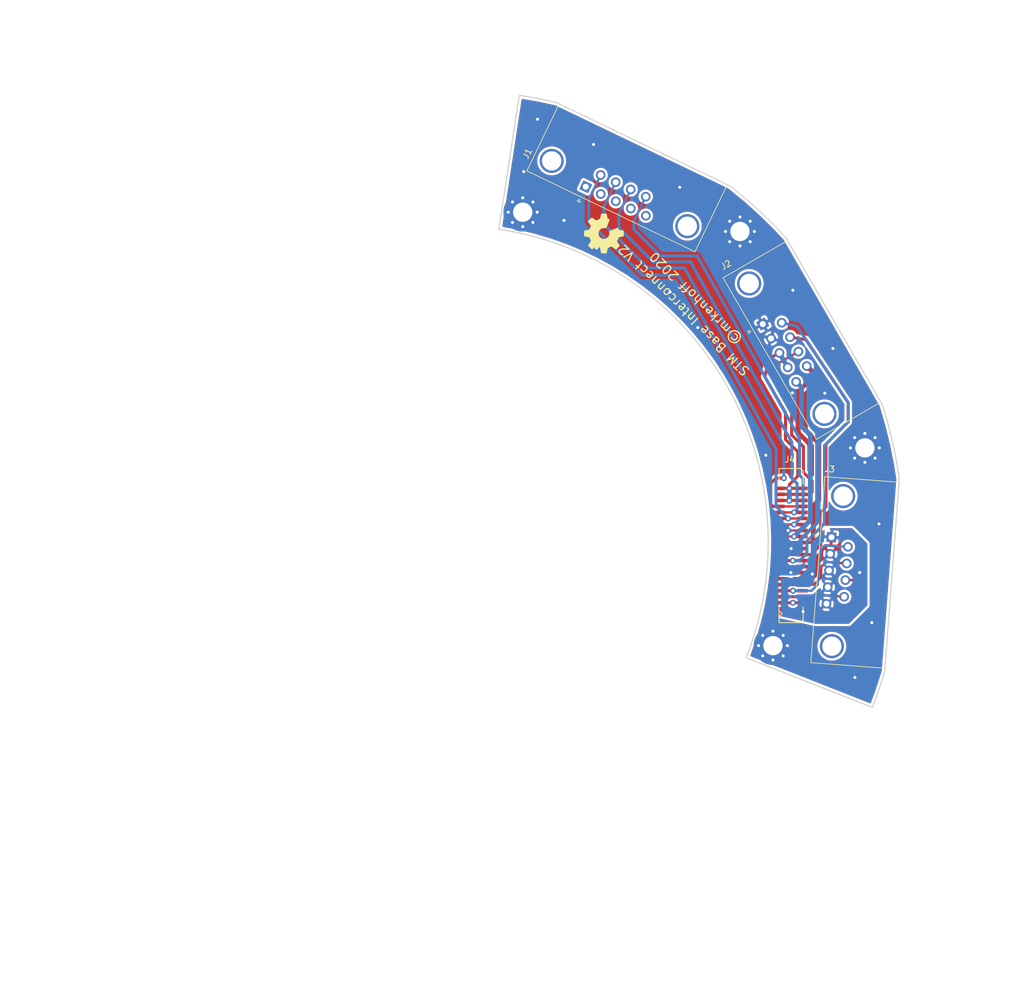
<source format=kicad_pcb>
(kicad_pcb (version 20171130) (host pcbnew 5.1.6)

  (general
    (thickness 1.6)
    (drawings 260)
    (tracks 179)
    (zones 0)
    (modules 9)
    (nets 25)
  )

  (page A4)
  (layers
    (0 F.Cu signal)
    (31 B.Cu signal)
    (32 B.Adhes user)
    (33 F.Adhes user)
    (34 B.Paste user)
    (35 F.Paste user)
    (36 B.SilkS user)
    (37 F.SilkS user)
    (38 B.Mask user)
    (39 F.Mask user)
    (40 Dwgs.User user)
    (41 Cmts.User user)
    (42 Eco1.User user)
    (43 Eco2.User user)
    (44 Edge.Cuts user)
    (45 Margin user)
    (46 B.CrtYd user)
    (47 F.CrtYd user)
    (48 B.Fab user)
    (49 F.Fab user)
  )

  (setup
    (last_trace_width 0.8)
    (user_trace_width 0.4)
    (user_trace_width 0.5)
    (user_trace_width 0.8)
    (trace_clearance 0.2)
    (zone_clearance 0.4)
    (zone_45_only no)
    (trace_min 0.2)
    (via_size 0.8)
    (via_drill 0.4)
    (via_min_size 0.4)
    (via_min_drill 0.3)
    (user_via 1 0.5)
    (uvia_size 0.3)
    (uvia_drill 0.1)
    (uvias_allowed no)
    (uvia_min_size 0.2)
    (uvia_min_drill 0.1)
    (edge_width 0.05)
    (segment_width 0.2)
    (pcb_text_width 0.3)
    (pcb_text_size 1.5 1.5)
    (mod_edge_width 0.12)
    (mod_text_size 1 1)
    (mod_text_width 0.15)
    (pad_size 1.524 1.524)
    (pad_drill 0.762)
    (pad_to_mask_clearance 0.05)
    (aux_axis_origin 150 100)
    (grid_origin 150 100)
    (visible_elements FFFFEF7F)
    (pcbplotparams
      (layerselection 0x010f0_ffffffff)
      (usegerberextensions false)
      (usegerberattributes true)
      (usegerberadvancedattributes true)
      (creategerberjobfile true)
      (excludeedgelayer true)
      (linewidth 0.100000)
      (plotframeref false)
      (viasonmask false)
      (mode 1)
      (useauxorigin false)
      (hpglpennumber 1)
      (hpglpenspeed 20)
      (hpglpendiameter 15.000000)
      (psnegative false)
      (psa4output false)
      (plotreference true)
      (plotvalue false)
      (plotinvisibletext false)
      (padsonsilk false)
      (subtractmaskfromsilk false)
      (outputformat 1)
      (mirror false)
      (drillshape 0)
      (scaleselection 1)
      (outputdirectory "gerber"))
  )

  (net 0 "")
  (net 1 "Net-(J1-Pad0)")
  (net 2 "Net-(J2-Pad0)")
  (net 3 "Net-(J3-Pad0)")
  (net 4 /piezo_y-)
  (net 5 /piezo_y+)
  (net 6 /piezo_x-)
  (net 7 /piezo_x+)
  (net 8 /tunnel_signal)
  (net 9 /tunnel_gnd)
  (net 10 /bias)
  (net 11 /analog_+15V)
  (net 12 /analog_gnd)
  (net 13 /analog_-15V)
  (net 14 /stepper_B-)
  (net 15 /stepper_B+)
  (net 16 /stepper_A-)
  (net 17 /stepper_A+)
  (net 18 /bias_gnd)
  (net 19 /piezo_gnd)
  (net 20 "Net-(J1-Pad5)")
  (net 21 "Net-(J1-Pad4)")
  (net 22 "Net-(J1-Pad3)")
  (net 23 "Net-(J1-Pad2)")
  (net 24 "Net-(J1-Pad1)")

  (net_class Default "This is the default net class."
    (clearance 0.2)
    (trace_width 0.25)
    (via_dia 0.8)
    (via_drill 0.4)
    (uvia_dia 0.3)
    (uvia_drill 0.1)
    (add_net /analog_+15V)
    (add_net /analog_-15V)
    (add_net /analog_gnd)
    (add_net /bias)
    (add_net /bias_gnd)
    (add_net /piezo_gnd)
    (add_net /piezo_x+)
    (add_net /piezo_x-)
    (add_net /piezo_y+)
    (add_net /piezo_y-)
    (add_net /stepper_A+)
    (add_net /stepper_A-)
    (add_net /stepper_B+)
    (add_net /stepper_B-)
    (add_net /tunnel_gnd)
    (add_net /tunnel_signal)
    (add_net "Net-(J1-Pad0)")
    (add_net "Net-(J1-Pad1)")
    (add_net "Net-(J1-Pad2)")
    (add_net "Net-(J1-Pad3)")
    (add_net "Net-(J1-Pad4)")
    (add_net "Net-(J1-Pad5)")
    (add_net "Net-(J2-Pad0)")
    (add_net "Net-(J3-Pad0)")
  )

  (module Symbol:OSHW-Symbol_6.7x6mm_SilkScreen locked (layer F.Cu) (tedit 0) (tstamp 5F10B717)
    (at 175 49 135)
    (descr "Open Source Hardware Symbol")
    (tags "Logo Symbol OSHW")
    (attr virtual)
    (fp_text reference REF** (at 0 0 135) (layer F.SilkS) hide
      (effects (font (size 1 1) (thickness 0.15)))
    )
    (fp_text value OSHW-Symbol_6.7x6mm_SilkScreen (at 0.75 0 135) (layer F.Fab) hide
      (effects (font (size 1 1) (thickness 0.15)))
    )
    (fp_poly (pts (xy 0.555814 -2.531069) (xy 0.639635 -2.086445) (xy 0.94892 -1.958947) (xy 1.258206 -1.831449)
      (xy 1.629246 -2.083754) (xy 1.733157 -2.154004) (xy 1.827087 -2.216728) (xy 1.906652 -2.269062)
      (xy 1.96747 -2.308143) (xy 2.005157 -2.331107) (xy 2.015421 -2.336058) (xy 2.03391 -2.323324)
      (xy 2.07342 -2.288118) (xy 2.129522 -2.234938) (xy 2.197787 -2.168282) (xy 2.273786 -2.092646)
      (xy 2.353092 -2.012528) (xy 2.431275 -1.932426) (xy 2.503907 -1.856836) (xy 2.566559 -1.790255)
      (xy 2.614803 -1.737182) (xy 2.64421 -1.702113) (xy 2.651241 -1.690377) (xy 2.641123 -1.66874)
      (xy 2.612759 -1.621338) (xy 2.569129 -1.552807) (xy 2.513218 -1.467785) (xy 2.448006 -1.370907)
      (xy 2.410219 -1.31565) (xy 2.341343 -1.214752) (xy 2.28014 -1.123701) (xy 2.229578 -1.04703)
      (xy 2.192628 -0.989272) (xy 2.172258 -0.954957) (xy 2.169197 -0.947746) (xy 2.176136 -0.927252)
      (xy 2.195051 -0.879487) (xy 2.223087 -0.811168) (xy 2.257391 -0.729011) (xy 2.295109 -0.63973)
      (xy 2.333387 -0.550042) (xy 2.36937 -0.466662) (xy 2.400206 -0.396306) (xy 2.423039 -0.34569)
      (xy 2.435017 -0.321529) (xy 2.435724 -0.320578) (xy 2.454531 -0.315964) (xy 2.504618 -0.305672)
      (xy 2.580793 -0.290713) (xy 2.677865 -0.272099) (xy 2.790643 -0.250841) (xy 2.856442 -0.238582)
      (xy 2.97695 -0.215638) (xy 3.085797 -0.193805) (xy 3.177476 -0.174278) (xy 3.246481 -0.158252)
      (xy 3.287304 -0.146921) (xy 3.295511 -0.143326) (xy 3.303548 -0.118994) (xy 3.310033 -0.064041)
      (xy 3.31497 0.015108) (xy 3.318364 0.112026) (xy 3.320218 0.220287) (xy 3.320538 0.333465)
      (xy 3.319327 0.445135) (xy 3.31659 0.548868) (xy 3.312331 0.638241) (xy 3.306555 0.706826)
      (xy 3.299267 0.748197) (xy 3.294895 0.75681) (xy 3.268764 0.767133) (xy 3.213393 0.781892)
      (xy 3.136107 0.799352) (xy 3.04423 0.81778) (xy 3.012158 0.823741) (xy 2.857524 0.852066)
      (xy 2.735375 0.874876) (xy 2.641673 0.89308) (xy 2.572384 0.907583) (xy 2.523471 0.919292)
      (xy 2.490897 0.929115) (xy 2.470628 0.937956) (xy 2.458626 0.946724) (xy 2.456947 0.948457)
      (xy 2.440184 0.976371) (xy 2.414614 1.030695) (xy 2.382788 1.104777) (xy 2.34726 1.191965)
      (xy 2.310583 1.285608) (xy 2.275311 1.379052) (xy 2.243996 1.465647) (xy 2.219193 1.53874)
      (xy 2.203454 1.591678) (xy 2.199332 1.617811) (xy 2.199676 1.618726) (xy 2.213641 1.640086)
      (xy 2.245322 1.687084) (xy 2.291391 1.754827) (xy 2.348518 1.838423) (xy 2.413373 1.932982)
      (xy 2.431843 1.959854) (xy 2.497699 2.057275) (xy 2.55565 2.146163) (xy 2.602538 2.221412)
      (xy 2.635207 2.27792) (xy 2.6505 2.310581) (xy 2.651241 2.314593) (xy 2.638392 2.335684)
      (xy 2.602888 2.377464) (xy 2.549293 2.435445) (xy 2.482171 2.505135) (xy 2.406087 2.582045)
      (xy 2.325604 2.661683) (xy 2.245287 2.739561) (xy 2.169699 2.811186) (xy 2.103405 2.87207)
      (xy 2.050969 2.917721) (xy 2.016955 2.94365) (xy 2.007545 2.947883) (xy 1.985643 2.937912)
      (xy 1.9408 2.91102) (xy 1.880321 2.871736) (xy 1.833789 2.840117) (xy 1.749475 2.782098)
      (xy 1.649626 2.713784) (xy 1.549473 2.645579) (xy 1.495627 2.609075) (xy 1.313371 2.4858)
      (xy 1.160381 2.56852) (xy 1.090682 2.604759) (xy 1.031414 2.632926) (xy 0.991311 2.648991)
      (xy 0.981103 2.651226) (xy 0.968829 2.634722) (xy 0.944613 2.588082) (xy 0.910263 2.515609)
      (xy 0.867588 2.421606) (xy 0.818394 2.310374) (xy 0.76449 2.186215) (xy 0.707684 2.053432)
      (xy 0.649782 1.916327) (xy 0.592593 1.779202) (xy 0.537924 1.646358) (xy 0.487584 1.522098)
      (xy 0.44338 1.410725) (xy 0.407119 1.316539) (xy 0.380609 1.243844) (xy 0.365658 1.196941)
      (xy 0.363254 1.180833) (xy 0.382311 1.160286) (xy 0.424036 1.126933) (xy 0.479706 1.087702)
      (xy 0.484378 1.084599) (xy 0.628264 0.969423) (xy 0.744283 0.835053) (xy 0.83143 0.685784)
      (xy 0.888699 0.525913) (xy 0.915086 0.359737) (xy 0.909585 0.191552) (xy 0.87119 0.025655)
      (xy 0.798895 -0.133658) (xy 0.777626 -0.168513) (xy 0.666996 -0.309263) (xy 0.536302 -0.422286)
      (xy 0.390064 -0.506997) (xy 0.232808 -0.562806) (xy 0.069057 -0.589126) (xy -0.096667 -0.58537)
      (xy -0.259838 -0.55095) (xy -0.415935 -0.485277) (xy -0.560433 -0.387765) (xy -0.605131 -0.348187)
      (xy -0.718888 -0.224297) (xy -0.801782 -0.093876) (xy -0.858644 0.052315) (xy -0.890313 0.197088)
      (xy -0.898131 0.35986) (xy -0.872062 0.52344) (xy -0.814755 0.682298) (xy -0.728856 0.830906)
      (xy -0.617014 0.963735) (xy -0.481877 1.075256) (xy -0.464117 1.087011) (xy -0.40785 1.125508)
      (xy -0.365077 1.158863) (xy -0.344628 1.18016) (xy -0.344331 1.180833) (xy -0.348721 1.203871)
      (xy -0.366124 1.256157) (xy -0.394732 1.33339) (xy -0.432735 1.431268) (xy -0.478326 1.545491)
      (xy -0.529697 1.671758) (xy -0.585038 1.805767) (xy -0.642542 1.943218) (xy -0.700399 2.079808)
      (xy -0.756802 2.211237) (xy -0.809942 2.333205) (xy -0.85801 2.441409) (xy -0.899199 2.531549)
      (xy -0.931699 2.599323) (xy -0.953703 2.64043) (xy -0.962564 2.651226) (xy -0.98964 2.642819)
      (xy -1.040303 2.620272) (xy -1.105817 2.587613) (xy -1.141841 2.56852) (xy -1.294832 2.4858)
      (xy -1.477088 2.609075) (xy -1.570125 2.672228) (xy -1.671985 2.741727) (xy -1.767438 2.807165)
      (xy -1.81525 2.840117) (xy -1.882495 2.885273) (xy -1.939436 2.921057) (xy -1.978646 2.942938)
      (xy -1.991381 2.947563) (xy -2.009917 2.935085) (xy -2.050941 2.900252) (xy -2.110475 2.846678)
      (xy -2.184542 2.777983) (xy -2.269165 2.697781) (xy -2.322685 2.646286) (xy -2.416319 2.554286)
      (xy -2.497241 2.471999) (xy -2.562177 2.402945) (xy -2.607858 2.350644) (xy -2.631011 2.318616)
      (xy -2.633232 2.312116) (xy -2.622924 2.287394) (xy -2.594439 2.237405) (xy -2.550937 2.167212)
      (xy -2.495577 2.081875) (xy -2.43152 1.986456) (xy -2.413303 1.959854) (xy -2.346927 1.863167)
      (xy -2.287378 1.776117) (xy -2.237984 1.703595) (xy -2.202075 1.650493) (xy -2.182981 1.621703)
      (xy -2.181136 1.618726) (xy -2.183895 1.595782) (xy -2.198538 1.545336) (xy -2.222513 1.474041)
      (xy -2.253266 1.388547) (xy -2.288244 1.295507) (xy -2.324893 1.201574) (xy -2.360661 1.113399)
      (xy -2.392994 1.037634) (xy -2.419338 0.980931) (xy -2.437142 0.949943) (xy -2.438407 0.948457)
      (xy -2.449294 0.939601) (xy -2.467682 0.930843) (xy -2.497606 0.921277) (xy -2.543103 0.909996)
      (xy -2.608209 0.896093) (xy -2.696961 0.878663) (xy -2.813393 0.856798) (xy -2.961542 0.829591)
      (xy -2.993618 0.823741) (xy -3.088686 0.805374) (xy -3.171565 0.787405) (xy -3.23493 0.771569)
      (xy -3.271458 0.7596) (xy -3.276356 0.75681) (xy -3.284427 0.732072) (xy -3.290987 0.67679)
      (xy -3.296033 0.597389) (xy -3.299559 0.500296) (xy -3.301561 0.391938) (xy -3.302036 0.27874)
      (xy -3.300977 0.167128) (xy -3.298382 0.063529) (xy -3.294246 -0.025632) (xy -3.288563 -0.093928)
      (xy -3.281331 -0.134934) (xy -3.276971 -0.143326) (xy -3.252698 -0.151792) (xy -3.197426 -0.165565)
      (xy -3.116662 -0.18345) (xy -3.015912 -0.204252) (xy -2.900683 -0.226777) (xy -2.837902 -0.238582)
      (xy -2.718787 -0.260849) (xy -2.612565 -0.281021) (xy -2.524427 -0.298085) (xy -2.459566 -0.311031)
      (xy -2.423174 -0.318845) (xy -2.417184 -0.320578) (xy -2.407061 -0.34011) (xy -2.385662 -0.387157)
      (xy -2.355839 -0.454997) (xy -2.320445 -0.536909) (xy -2.282332 -0.626172) (xy -2.244353 -0.716065)
      (xy -2.20936 -0.799865) (xy -2.180206 -0.870853) (xy -2.159743 -0.922306) (xy -2.150823 -0.947503)
      (xy -2.150657 -0.948604) (xy -2.160769 -0.968481) (xy -2.189117 -1.014223) (xy -2.232723 -1.081283)
      (xy -2.288606 -1.165116) (xy -2.353787 -1.261174) (xy -2.391679 -1.31635) (xy -2.460725 -1.417519)
      (xy -2.52205 -1.50937) (xy -2.572663 -1.587256) (xy -2.609571 -1.646531) (xy -2.629782 -1.682549)
      (xy -2.632701 -1.690623) (xy -2.620153 -1.709416) (xy -2.585463 -1.749543) (xy -2.533063 -1.806507)
      (xy -2.467384 -1.875815) (xy -2.392856 -1.952969) (xy -2.313913 -2.033475) (xy -2.234983 -2.112837)
      (xy -2.1605 -2.18656) (xy -2.094894 -2.250148) (xy -2.042596 -2.299106) (xy -2.008039 -2.328939)
      (xy -1.996478 -2.336058) (xy -1.977654 -2.326047) (xy -1.932631 -2.297922) (xy -1.865787 -2.254546)
      (xy -1.781499 -2.198782) (xy -1.684144 -2.133494) (xy -1.610707 -2.083754) (xy -1.239667 -1.831449)
      (xy -0.621095 -2.086445) (xy -0.537275 -2.531069) (xy -0.453454 -2.975693) (xy 0.471994 -2.975693)
      (xy 0.555814 -2.531069)) (layer F.SilkS) (width 0.01))
  )

  (module STM_Custom_Lib:molex_0526102072 (layer F.Cu) (tedit 5F10036A) (tstamp 5F106EC8)
    (at 206.3 100.6 90)
    (path /5F103CF1)
    (attr smd)
    (fp_text reference J4 (at 14.3 -0.2) (layer F.SilkS)
      (effects (font (size 1 1) (thickness 0.15)))
    )
    (fp_text value Conn_01x20 (at 0 0 90) (layer F.Fab)
      (effects (font (size 1 1) (thickness 0.15)))
    )
    (fp_line (start -10.2 -2) (end -12.8 -2) (layer F.SilkS) (width 0.15))
    (fp_line (start -12.8 -2) (end -12.8 1.6) (layer F.SilkS) (width 0.15))
    (fp_line (start -12.4 2) (end -10.2 2) (layer F.SilkS) (width 0.15))
    (fp_line (start 12.8 1.6) (end 12.8 -2) (layer F.SilkS) (width 0.15))
    (fp_line (start 12.8 -2) (end 10.2 -2) (layer F.SilkS) (width 0.15))
    (fp_line (start 13.3 2) (end 13.3 -2) (layer F.Fab) (width 0.12))
    (fp_line (start 13.3 -2) (end -13.3 -2) (layer F.Fab) (width 0.12))
    (fp_line (start -13.3 -2) (end -13.3 2) (layer F.Fab) (width 0.12))
    (fp_line (start -13.3 2) (end 13.3 2) (layer F.Fab) (width 0.12))
    (fp_line (start 12.4 2) (end 10.2 2) (layer F.SilkS) (width 0.15))
    (fp_line (start -13.5 -2.9) (end 13.5 -2.9) (layer F.CrtYd) (width 0.12))
    (fp_line (start 13.5 -2.9) (end 13.5 2.9) (layer F.CrtYd) (width 0.12))
    (fp_line (start 13.5 2.9) (end -13.5 2.9) (layer F.CrtYd) (width 0.12))
    (fp_line (start -13.5 2.9) (end -13.5 -2.9) (layer F.CrtYd) (width 0.12))
    (fp_line (start -12.8 1.6) (end -12.4 2) (layer F.SilkS) (width 0.15))
    (fp_line (start 12.8 1.6) (end 12.4 2) (layer F.SilkS) (width 0.15))
    (fp_line (start -11.8 -2) (end -11.3 -1.5) (layer F.SilkS) (width 0.15))
    (fp_line (start -11.3 -1.5) (end -10.8 -2) (layer F.SilkS) (width 0.15))
    (pad 16 smd rect (at 5.5 1.925 90) (size 0.6 1.65) (layers F.Cu F.Paste F.Mask)
      (net 16 /stepper_A-))
    (pad 2 smd rect (at -8.5 1.925 90) (size 0.6 1.65) (layers F.Cu F.Paste F.Mask)
      (net 7 /piezo_x+))
    (pad 18 smd rect (at 7.5 1.925 90) (size 0.6 1.65) (layers F.Cu F.Paste F.Mask)
      (net 18 /bias_gnd))
    (pad 7 smd rect (at -3.5 1.925 90) (size 0.6 1.65) (layers F.Cu F.Paste F.Mask)
      (net 9 /tunnel_gnd))
    (pad 14 smd rect (at 3.5 1.925 90) (size 0.6 1.65) (layers F.Cu F.Paste F.Mask)
      (net 17 /stepper_A+))
    (pad 8 smd rect (at -2.5 1.925 90) (size 0.6 1.65) (layers F.Cu F.Paste F.Mask)
      (net 8 /tunnel_signal))
    (pad 12 smd rect (at 1.5 1.925 90) (size 0.6 1.65) (layers F.Cu F.Paste F.Mask)
      (net 13 /analog_-15V))
    (pad 20 smd rect (at 9.5 1.925 90) (size 0.6 1.65) (layers F.Cu F.Paste F.Mask)
      (net 18 /bias_gnd))
    (pad 15 smd rect (at 4.5 1.925 90) (size 0.6 1.65) (layers F.Cu F.Paste F.Mask)
      (net 14 /stepper_B-))
    (pad 1 smd rect (at -9.5 1.925 90) (size 0.6 1.65) (layers F.Cu F.Paste F.Mask)
      (net 6 /piezo_x-))
    (pad 3 smd rect (at -7.5 1.925 90) (size 0.6 1.65) (layers F.Cu F.Paste F.Mask)
      (net 4 /piezo_y-))
    (pad 17 smd rect (at 6.5 1.925 90) (size 0.6 1.65) (layers F.Cu F.Paste F.Mask)
      (net 15 /stepper_B+))
    (pad 4 smd rect (at -6.5 1.925 90) (size 0.6 1.65) (layers F.Cu F.Paste F.Mask)
      (net 5 /piezo_y+))
    (pad 10 smd rect (at -0.5 1.925 90) (size 0.6 1.65) (layers F.Cu F.Paste F.Mask)
      (net 12 /analog_gnd))
    (pad 19 smd rect (at 8.5 1.925 90) (size 0.6 1.65) (layers F.Cu F.Paste F.Mask)
      (net 10 /bias))
    (pad 9 smd rect (at -1.5 1.925 90) (size 0.6 1.65) (layers F.Cu F.Paste F.Mask)
      (net 9 /tunnel_gnd))
    (pad 5 smd rect (at -5.5 1.925 90) (size 0.6 1.65) (layers F.Cu F.Paste F.Mask)
      (net 19 /piezo_gnd))
    (pad 11 smd rect (at 0.5 1.925 90) (size 0.6 1.65) (layers F.Cu F.Paste F.Mask)
      (net 11 /analog_+15V))
    (pad 6 smd rect (at -4.5 1.925 90) (size 0.6 1.65) (layers F.Cu F.Paste F.Mask)
      (net 12 /analog_gnd))
    (pad 13 smd rect (at 2.5 1.925 90) (size 0.6 1.65) (layers F.Cu F.Paste F.Mask)
      (net 12 /analog_gnd))
    (pad 20 smd rect (at 9.5 -1.925 90) (size 0.6 1.65) (layers F.Cu F.Paste F.Mask)
      (net 18 /bias_gnd))
    (pad 19 smd rect (at 8.5 -1.925 90) (size 0.6 1.65) (layers F.Cu F.Paste F.Mask)
      (net 10 /bias))
    (pad 18 smd rect (at 7.5 -1.925 90) (size 0.6 1.65) (layers F.Cu F.Paste F.Mask)
      (net 18 /bias_gnd))
    (pad 17 smd rect (at 6.5 -1.925 90) (size 0.6 1.65) (layers F.Cu F.Paste F.Mask)
      (net 15 /stepper_B+))
    (pad 16 smd rect (at 5.5 -1.925 90) (size 0.6 1.65) (layers F.Cu F.Paste F.Mask)
      (net 16 /stepper_A-))
    (pad 15 smd rect (at 4.5 -1.925 90) (size 0.6 1.65) (layers F.Cu F.Paste F.Mask)
      (net 14 /stepper_B-))
    (pad 14 smd rect (at 3.5 -1.925 90) (size 0.6 1.65) (layers F.Cu F.Paste F.Mask)
      (net 17 /stepper_A+))
    (pad 13 smd rect (at 2.5 -1.925 90) (size 0.6 1.65) (layers F.Cu F.Paste F.Mask)
      (net 12 /analog_gnd))
    (pad 12 smd rect (at 1.5 -1.925 90) (size 0.6 1.65) (layers F.Cu F.Paste F.Mask)
      (net 13 /analog_-15V))
    (pad 11 smd rect (at 0.5 -1.925 90) (size 0.6 1.65) (layers F.Cu F.Paste F.Mask)
      (net 11 /analog_+15V))
    (pad 10 smd rect (at -0.5 -1.925 90) (size 0.6 1.65) (layers F.Cu F.Paste F.Mask)
      (net 12 /analog_gnd))
    (pad 9 smd rect (at -1.5 -1.925 90) (size 0.6 1.65) (layers F.Cu F.Paste F.Mask)
      (net 9 /tunnel_gnd))
    (pad 8 smd rect (at -2.5 -1.925 90) (size 0.6 1.65) (layers F.Cu F.Paste F.Mask)
      (net 8 /tunnel_signal))
    (pad 7 smd rect (at -3.5 -1.925 90) (size 0.6 1.65) (layers F.Cu F.Paste F.Mask)
      (net 9 /tunnel_gnd))
    (pad 6 smd rect (at -4.5 -1.925 90) (size 0.6 1.65) (layers F.Cu F.Paste F.Mask)
      (net 12 /analog_gnd))
    (pad 5 smd rect (at -5.5 -1.925 90) (size 0.6 1.65) (layers F.Cu F.Paste F.Mask)
      (net 19 /piezo_gnd))
    (pad 4 smd rect (at -6.5 -1.925 90) (size 0.6 1.65) (layers F.Cu F.Paste F.Mask)
      (net 5 /piezo_y+))
    (pad 3 smd rect (at -7.5 -1.925 90) (size 0.6 1.65) (layers F.Cu F.Paste F.Mask)
      (net 4 /piezo_y-))
    (pad 2 smd rect (at -8.5 -1.925 90) (size 0.6 1.65) (layers F.Cu F.Paste F.Mask)
      (net 7 /piezo_x+))
    (pad 1 smd rect (at -9.5 -1.925 90) (size 0.6 1.65) (layers F.Cu F.Paste F.Mask)
      (net 6 /piezo_x-))
    (model /home/jost/Projects/STM/Electronics/STM_Custom_Lib.pretty/3D/molex_526102072.stp
      (at (xyz 0 0 0))
      (scale (xyz 1 1 1))
      (rotate (xyz -90 0 0))
    )
  )

  (module MountingHole:MountingHole_3.2mm_M3_Pad_Via (layer F.Cu) (tedit 56DDBCCA) (tstamp 5F101B07)
    (at 203.2871 117.2188)
    (descr "Mounting Hole 3.2mm, M3")
    (tags "mounting hole 3.2mm m3")
    (path /5F144CC0)
    (zone_connect 2)
    (attr virtual)
    (fp_text reference H4 (at 0 -4.2) (layer F.SilkS) hide
      (effects (font (size 1 1) (thickness 0.15)))
    )
    (fp_text value MountingHole_Pad (at 0 4.2) (layer F.Fab)
      (effects (font (size 1 1) (thickness 0.15)))
    )
    (fp_circle (center 0 0) (end 3.45 0) (layer F.CrtYd) (width 0.05))
    (fp_circle (center 0 0) (end 3.2 0) (layer Cmts.User) (width 0.15))
    (fp_text user %R (at 0.3 0) (layer F.Fab)
      (effects (font (size 1 1) (thickness 0.15)))
    )
    (pad 1 thru_hole circle (at 1.697056 -1.697056) (size 0.8 0.8) (drill 0.5) (layers *.Cu *.Mask)
      (net 12 /analog_gnd) (zone_connect 2))
    (pad 1 thru_hole circle (at 0 -2.4) (size 0.8 0.8) (drill 0.5) (layers *.Cu *.Mask)
      (net 12 /analog_gnd) (zone_connect 2))
    (pad 1 thru_hole circle (at -1.697056 -1.697056) (size 0.8 0.8) (drill 0.5) (layers *.Cu *.Mask)
      (net 12 /analog_gnd) (zone_connect 2))
    (pad 1 thru_hole circle (at -2.4 0) (size 0.8 0.8) (drill 0.5) (layers *.Cu *.Mask)
      (net 12 /analog_gnd) (zone_connect 2))
    (pad 1 thru_hole circle (at -1.697056 1.697056) (size 0.8 0.8) (drill 0.5) (layers *.Cu *.Mask)
      (net 12 /analog_gnd) (zone_connect 2))
    (pad 1 thru_hole circle (at 0 2.4) (size 0.8 0.8) (drill 0.5) (layers *.Cu *.Mask)
      (net 12 /analog_gnd) (zone_connect 2))
    (pad 1 thru_hole circle (at 1.697056 1.697056) (size 0.8 0.8) (drill 0.5) (layers *.Cu *.Mask)
      (net 12 /analog_gnd) (zone_connect 2))
    (pad 1 thru_hole circle (at 2.4 0) (size 0.8 0.8) (drill 0.5) (layers *.Cu *.Mask)
      (net 12 /analog_gnd) (zone_connect 2))
    (pad 1 thru_hole circle (at 0 0) (size 6.4 6.4) (drill 3.2) (layers *.Cu *.Mask)
      (net 12 /analog_gnd) (zone_connect 2))
  )

  (module MountingHole:MountingHole_3.2mm_M3_Pad_Via (layer F.Cu) (tedit 56DDBCCA) (tstamp 5F101AF7)
    (at 218.5538 84.3799)
    (descr "Mounting Hole 3.2mm, M3")
    (tags "mounting hole 3.2mm m3")
    (path /5F144A46)
    (zone_connect 2)
    (attr virtual)
    (fp_text reference H3 (at 0 -4.2) (layer F.SilkS) hide
      (effects (font (size 1 1) (thickness 0.15)))
    )
    (fp_text value MountingHole_Pad (at 0 4.2) (layer F.Fab)
      (effects (font (size 1 1) (thickness 0.15)))
    )
    (fp_circle (center 0 0) (end 3.45 0) (layer F.CrtYd) (width 0.05))
    (fp_circle (center 0 0) (end 3.2 0) (layer Cmts.User) (width 0.15))
    (fp_text user %R (at 0.3 0) (layer F.Fab)
      (effects (font (size 1 1) (thickness 0.15)))
    )
    (pad 1 thru_hole circle (at 1.697056 -1.697056) (size 0.8 0.8) (drill 0.5) (layers *.Cu *.Mask)
      (net 12 /analog_gnd) (zone_connect 2))
    (pad 1 thru_hole circle (at 0 -2.4) (size 0.8 0.8) (drill 0.5) (layers *.Cu *.Mask)
      (net 12 /analog_gnd) (zone_connect 2))
    (pad 1 thru_hole circle (at -1.697056 -1.697056) (size 0.8 0.8) (drill 0.5) (layers *.Cu *.Mask)
      (net 12 /analog_gnd) (zone_connect 2))
    (pad 1 thru_hole circle (at -2.4 0) (size 0.8 0.8) (drill 0.5) (layers *.Cu *.Mask)
      (net 12 /analog_gnd) (zone_connect 2))
    (pad 1 thru_hole circle (at -1.697056 1.697056) (size 0.8 0.8) (drill 0.5) (layers *.Cu *.Mask)
      (net 12 /analog_gnd) (zone_connect 2))
    (pad 1 thru_hole circle (at 0 2.4) (size 0.8 0.8) (drill 0.5) (layers *.Cu *.Mask)
      (net 12 /analog_gnd) (zone_connect 2))
    (pad 1 thru_hole circle (at 1.697056 1.697056) (size 0.8 0.8) (drill 0.5) (layers *.Cu *.Mask)
      (net 12 /analog_gnd) (zone_connect 2))
    (pad 1 thru_hole circle (at 2.4 0) (size 0.8 0.8) (drill 0.5) (layers *.Cu *.Mask)
      (net 12 /analog_gnd) (zone_connect 2))
    (pad 1 thru_hole circle (at 0 0) (size 6.4 6.4) (drill 3.2) (layers *.Cu *.Mask)
      (net 12 /analog_gnd) (zone_connect 2))
  )

  (module MountingHole:MountingHole_3.2mm_M3_Pad_Via (layer F.Cu) (tedit 56DDBCCA) (tstamp 5F101AE7)
    (at 197.8043 48.4407)
    (descr "Mounting Hole 3.2mm, M3")
    (tags "mounting hole 3.2mm m3")
    (path /5F14483B)
    (zone_connect 2)
    (attr virtual)
    (fp_text reference H2 (at 0 -4.2) (layer F.SilkS) hide
      (effects (font (size 1 1) (thickness 0.15)))
    )
    (fp_text value MountingHole_Pad (at 0 4.2) (layer F.Fab)
      (effects (font (size 1 1) (thickness 0.15)))
    )
    (fp_circle (center 0 0) (end 3.45 0) (layer F.CrtYd) (width 0.05))
    (fp_circle (center 0 0) (end 3.2 0) (layer Cmts.User) (width 0.15))
    (fp_text user %R (at 0.3 0) (layer F.Fab)
      (effects (font (size 1 1) (thickness 0.15)))
    )
    (pad 1 thru_hole circle (at 1.697056 -1.697056) (size 0.8 0.8) (drill 0.5) (layers *.Cu *.Mask)
      (net 12 /analog_gnd) (zone_connect 2))
    (pad 1 thru_hole circle (at 0 -2.4) (size 0.8 0.8) (drill 0.5) (layers *.Cu *.Mask)
      (net 12 /analog_gnd) (zone_connect 2))
    (pad 1 thru_hole circle (at -1.697056 -1.697056) (size 0.8 0.8) (drill 0.5) (layers *.Cu *.Mask)
      (net 12 /analog_gnd) (zone_connect 2))
    (pad 1 thru_hole circle (at -2.4 0) (size 0.8 0.8) (drill 0.5) (layers *.Cu *.Mask)
      (net 12 /analog_gnd) (zone_connect 2))
    (pad 1 thru_hole circle (at -1.697056 1.697056) (size 0.8 0.8) (drill 0.5) (layers *.Cu *.Mask)
      (net 12 /analog_gnd) (zone_connect 2))
    (pad 1 thru_hole circle (at 0 2.4) (size 0.8 0.8) (drill 0.5) (layers *.Cu *.Mask)
      (net 12 /analog_gnd) (zone_connect 2))
    (pad 1 thru_hole circle (at 1.697056 1.697056) (size 0.8 0.8) (drill 0.5) (layers *.Cu *.Mask)
      (net 12 /analog_gnd) (zone_connect 2))
    (pad 1 thru_hole circle (at 2.4 0) (size 0.8 0.8) (drill 0.5) (layers *.Cu *.Mask)
      (net 12 /analog_gnd) (zone_connect 2))
    (pad 1 thru_hole circle (at 0 0) (size 6.4 6.4) (drill 3.2) (layers *.Cu *.Mask)
      (net 12 /analog_gnd) (zone_connect 2))
  )

  (module STM_Custom_Lib:DSUB-9_Amphenol_LD09S33E4GV00LF-Center locked (layer F.Cu) (tedit 5F0F8BFF) (tstamp 5F101621)
    (at 223.0645 105.53026 85.7)
    (descr "Amphenol LD09S33E4GV00LF")
    (path /5F140E1A)
    (fp_text reference J3 (at 16.803516 -11.65722 175.7) (layer F.SilkS)
      (effects (font (size 1 1) (thickness 0.15)))
    )
    (fp_text value DB9_Male_MountingHoles (at -5.54 18.61 85.7) (layer F.Fab)
      (effects (font (size 1 1) (thickness 0.15)))
    )
    (fp_line (start -15.425 -12.3) (end -15.425 0.04) (layer F.Fab) (width 0.1))
    (fp_line (start -15.425 0.04) (end 15.425 0.04) (layer F.Fab) (width 0.1))
    (fp_line (start 15.425 0.04) (end 15.425 -12.3) (layer F.Fab) (width 0.1))
    (fp_line (start 15.425 -12.3) (end -15.425 -12.3) (layer F.Fab) (width 0.1))
    (fp_line (start -15.425 0.04) (end -15.425 0.44) (layer F.Fab) (width 0.1))
    (fp_line (start -15.425 0.44) (end 15.425 0.44) (layer F.Fab) (width 0.1))
    (fp_line (start 15.425 0.44) (end 15.425 0.04) (layer F.Fab) (width 0.1))
    (fp_line (start 15.425 0.04) (end -15.425 0.04) (layer F.Fab) (width 0.1))
    (fp_line (start -8.15 0.44) (end -8.15 6.61) (layer F.Fab) (width 0.1))
    (fp_line (start -8.15 6.61) (end 8.15 6.61) (layer F.Fab) (width 0.1))
    (fp_line (start 8.15 6.61) (end 8.15 0.44) (layer F.Fab) (width 0.1))
    (fp_line (start 8.15 0.44) (end -8.15 0.44) (layer F.Fab) (width 0.1))
    (fp_line (start -15 0.44) (end -15 5.44) (layer F.Fab) (width 0.1))
    (fp_line (start -15 5.44) (end -10 5.44) (layer F.Fab) (width 0.1))
    (fp_line (start -10 5.44) (end -10 0.44) (layer F.Fab) (width 0.1))
    (fp_line (start -10 0.44) (end -15 0.44) (layer F.Fab) (width 0.1))
    (fp_line (start 10 0.44) (end 10 5.44) (layer F.Fab) (width 0.1))
    (fp_line (start 10 5.44) (end 15 5.44) (layer F.Fab) (width 0.1))
    (fp_line (start 15 5.44) (end 15 0.44) (layer F.Fab) (width 0.1))
    (fp_line (start 15 0.44) (end 10 0.44) (layer F.Fab) (width 0.1))
    (fp_line (start -14.1 0.04) (end -14.1 -9.08) (layer F.Fab) (width 0.1))
    (fp_line (start -10.9 0.04) (end -10.9 -9.08) (layer F.Fab) (width 0.1))
    (fp_line (start 10.9 0.04) (end 10.9 -9.08) (layer F.Fab) (width 0.1))
    (fp_line (start 14.1 0.04) (end 14.1 -9.08) (layer F.Fab) (width 0.1))
    (fp_line (start -15.485 -0.02) (end -15.485 -12.36) (layer F.SilkS) (width 0.12))
    (fp_line (start -15.485 -12.36) (end 15.485 -12.36) (layer F.SilkS) (width 0.12))
    (fp_line (start 15.485 -12.36) (end 15.485 -0.02) (layer F.SilkS) (width 0.12))
    (fp_line (start 5.29 -13.254338) (end 5.79 -13.254338) (layer F.SilkS) (width 0.12))
    (fp_line (start 5.79 -13.254338) (end 5.54 -12.821325) (layer F.SilkS) (width 0.12))
    (fp_line (start 5.54 -12.821325) (end 5.29 -13.254338) (layer F.SilkS) (width 0.12))
    (fp_line (start -15.96 -12.85) (end -15.96 7.15) (layer F.CrtYd) (width 0.05))
    (fp_line (start -15.96 7.15) (end 15.94 7.15) (layer F.CrtYd) (width 0.05))
    (fp_line (start 15.94 7.15) (end 15.94 -12.85) (layer F.CrtYd) (width 0.05))
    (fp_line (start 15.94 -12.85) (end -15.96 -12.85) (layer F.CrtYd) (width 0.05))
    (fp_text user %R (at 0 3.525 85.7) (layer F.Fab)
      (effects (font (size 1 1) (thickness 0.15)))
    )
    (fp_arc (start 12.5 -9.08) (end 10.9 -9.08) (angle 180) (layer F.Fab) (width 0.1))
    (fp_arc (start -12.5 -9.08) (end -14.1 -9.08) (angle 180) (layer F.Fab) (width 0.1))
    (pad 0 thru_hole circle (at 12.5 -9.08 85.7) (size 4 4) (drill 3.2) (layers *.Cu *.Mask)
      (net 3 "Net-(J3-Pad0)"))
    (pad 0 thru_hole circle (at -12.5 -9.08 85.7) (size 4 4) (drill 3.2) (layers *.Cu *.Mask)
      (net 3 "Net-(J3-Pad0)"))
    (pad 9 thru_hole circle (at -4.155 -7.66 85.7) (size 1.6 1.6) (drill 1) (layers *.Cu *.Mask)
      (net 7 /piezo_x+))
    (pad 8 thru_hole circle (at -1.385 -7.66 85.7) (size 1.6 1.6) (drill 1) (layers *.Cu *.Mask)
      (net 6 /piezo_x-))
    (pad 7 thru_hole circle (at 1.385 -7.66 85.7) (size 1.6 1.6) (drill 1) (layers *.Cu *.Mask)
      (net 5 /piezo_y+))
    (pad 6 thru_hole circle (at 4.155 -7.66 85.7) (size 1.6 1.6) (drill 1) (layers *.Cu *.Mask)
      (net 4 /piezo_y-))
    (pad 5 thru_hole circle (at -5.54 -10.5 85.7) (size 1.6 1.6) (drill 1) (layers *.Cu *.Mask)
      (net 19 /piezo_gnd))
    (pad 4 thru_hole circle (at -2.77 -10.5 85.7) (size 1.6 1.6) (drill 1) (layers *.Cu *.Mask)
      (net 19 /piezo_gnd))
    (pad 3 thru_hole circle (at 0 -10.5 85.7) (size 1.6 1.6) (drill 1) (layers *.Cu *.Mask)
      (net 19 /piezo_gnd))
    (pad 2 thru_hole circle (at 2.77 -10.5 85.7) (size 1.6 1.6) (drill 1) (layers *.Cu *.Mask)
      (net 19 /piezo_gnd))
    (pad 1 thru_hole rect (at 5.54 -10.5 85.7) (size 1.6 1.6) (drill 1) (layers *.Cu *.Mask)
      (net 19 /piezo_gnd))
    (model /home/jost/Projects/STM/Electronics/STM_Custom_Lib.pretty/3D/sld09s33e4gv00lf.stp
      (offset (xyz 0 -0.05 0))
      (scale (xyz 1 1 1))
      (rotate (xyz 0 -180 0))
    )
  )

  (module STM_Custom_Lib:DSUB-9_Amphenol_LD09S33E4GV00LF-Center locked (layer F.Cu) (tedit 5F0F8BFF) (tstamp 5F101861)
    (at 213.4567 63.3633 120)
    (descr "Amphenol LD09S33E4GV00LF")
    (path /5F14095C)
    (fp_text reference J2 (at 17.087206 -10.869308 210) (layer F.SilkS)
      (effects (font (size 1 1) (thickness 0.15)))
    )
    (fp_text value DB9_Male_MountingHoles (at -5.54 18.61 120) (layer F.Fab)
      (effects (font (size 1 1) (thickness 0.15)))
    )
    (fp_line (start -15.425 -12.3) (end -15.425 0.04) (layer F.Fab) (width 0.1))
    (fp_line (start -15.425 0.04) (end 15.425 0.04) (layer F.Fab) (width 0.1))
    (fp_line (start 15.425 0.04) (end 15.425 -12.3) (layer F.Fab) (width 0.1))
    (fp_line (start 15.425 -12.3) (end -15.425 -12.3) (layer F.Fab) (width 0.1))
    (fp_line (start -15.425 0.04) (end -15.425 0.44) (layer F.Fab) (width 0.1))
    (fp_line (start -15.425 0.44) (end 15.425 0.44) (layer F.Fab) (width 0.1))
    (fp_line (start 15.425 0.44) (end 15.425 0.04) (layer F.Fab) (width 0.1))
    (fp_line (start 15.425 0.04) (end -15.425 0.04) (layer F.Fab) (width 0.1))
    (fp_line (start -8.15 0.44) (end -8.15 6.61) (layer F.Fab) (width 0.1))
    (fp_line (start -8.15 6.61) (end 8.15 6.61) (layer F.Fab) (width 0.1))
    (fp_line (start 8.15 6.61) (end 8.15 0.44) (layer F.Fab) (width 0.1))
    (fp_line (start 8.15 0.44) (end -8.15 0.44) (layer F.Fab) (width 0.1))
    (fp_line (start -15 0.44) (end -15 5.44) (layer F.Fab) (width 0.1))
    (fp_line (start -15 5.44) (end -10 5.44) (layer F.Fab) (width 0.1))
    (fp_line (start -10 5.44) (end -10 0.44) (layer F.Fab) (width 0.1))
    (fp_line (start -10 0.44) (end -15 0.44) (layer F.Fab) (width 0.1))
    (fp_line (start 10 0.44) (end 10 5.44) (layer F.Fab) (width 0.1))
    (fp_line (start 10 5.44) (end 15 5.44) (layer F.Fab) (width 0.1))
    (fp_line (start 15 5.44) (end 15 0.44) (layer F.Fab) (width 0.1))
    (fp_line (start 15 0.44) (end 10 0.44) (layer F.Fab) (width 0.1))
    (fp_line (start -14.1 0.04) (end -14.1 -9.08) (layer F.Fab) (width 0.1))
    (fp_line (start -10.9 0.04) (end -10.9 -9.08) (layer F.Fab) (width 0.1))
    (fp_line (start 10.9 0.04) (end 10.9 -9.08) (layer F.Fab) (width 0.1))
    (fp_line (start 14.1 0.04) (end 14.1 -9.08) (layer F.Fab) (width 0.1))
    (fp_line (start -15.485 -0.02) (end -15.485 -12.36) (layer F.SilkS) (width 0.12))
    (fp_line (start -15.485 -12.36) (end 15.485 -12.36) (layer F.SilkS) (width 0.12))
    (fp_line (start 15.485 -12.36) (end 15.485 -0.02) (layer F.SilkS) (width 0.12))
    (fp_line (start 5.29 -13.254338) (end 5.79 -13.254338) (layer F.SilkS) (width 0.12))
    (fp_line (start 5.79 -13.254338) (end 5.54 -12.821325) (layer F.SilkS) (width 0.12))
    (fp_line (start 5.54 -12.821325) (end 5.29 -13.254338) (layer F.SilkS) (width 0.12))
    (fp_line (start -15.96 -12.85) (end -15.96 7.15) (layer F.CrtYd) (width 0.05))
    (fp_line (start -15.96 7.15) (end 15.94 7.15) (layer F.CrtYd) (width 0.05))
    (fp_line (start 15.94 7.15) (end 15.94 -12.85) (layer F.CrtYd) (width 0.05))
    (fp_line (start 15.94 -12.85) (end -15.96 -12.85) (layer F.CrtYd) (width 0.05))
    (fp_text user %R (at 0 3.525 120) (layer F.Fab)
      (effects (font (size 1 1) (thickness 0.15)))
    )
    (fp_arc (start 12.5 -9.08) (end 10.9 -9.08) (angle 180) (layer F.Fab) (width 0.1))
    (fp_arc (start -12.5 -9.08) (end -14.1 -9.08) (angle 180) (layer F.Fab) (width 0.1))
    (pad 0 thru_hole circle (at 12.5 -9.08 120) (size 4 4) (drill 3.2) (layers *.Cu *.Mask)
      (net 2 "Net-(J2-Pad0)"))
    (pad 0 thru_hole circle (at -12.5 -9.08 120) (size 4 4) (drill 3.2) (layers *.Cu *.Mask)
      (net 2 "Net-(J2-Pad0)"))
    (pad 9 thru_hole circle (at -4.155 -7.66 120) (size 1.6 1.6) (drill 1) (layers *.Cu *.Mask)
      (net 11 /analog_+15V))
    (pad 8 thru_hole circle (at -1.385 -7.66 120) (size 1.6 1.6) (drill 1) (layers *.Cu *.Mask)
      (net 10 /bias))
    (pad 7 thru_hole circle (at 1.385 -7.66 120) (size 1.6 1.6) (drill 1) (layers *.Cu *.Mask)
      (net 9 /tunnel_gnd))
    (pad 6 thru_hole circle (at 4.155 -7.66 120) (size 1.6 1.6) (drill 1) (layers *.Cu *.Mask)
      (net 8 /tunnel_signal))
    (pad 5 thru_hole circle (at -5.54 -10.5 120) (size 1.6 1.6) (drill 1) (layers *.Cu *.Mask)
      (net 13 /analog_-15V))
    (pad 4 thru_hole circle (at -2.77 -10.5 120) (size 1.6 1.6) (drill 1) (layers *.Cu *.Mask)
      (net 18 /bias_gnd))
    (pad 3 thru_hole circle (at 0 -10.5 120) (size 1.6 1.6) (drill 1) (layers *.Cu *.Mask)
      (net 18 /bias_gnd))
    (pad 2 thru_hole circle (at 2.77 -10.5 120) (size 1.6 1.6) (drill 1) (layers *.Cu *.Mask)
      (net 12 /analog_gnd))
    (pad 1 thru_hole rect (at 5.54 -10.5 120) (size 1.6 1.6) (drill 1) (layers *.Cu *.Mask)
      (net 12 /analog_gnd))
    (model /home/jost/Projects/STM/Electronics/STM_Custom_Lib.pretty/3D/sld09s33e4gv00lf.stp
      (offset (xyz 0 -0.05 0))
      (scale (xyz 1 1 1))
      (rotate (xyz 0 -180 0))
    )
  )

  (module STM_Custom_Lib:DSUB-9_Amphenol_LD09S33E4GV00LF-Center locked (layer F.Cu) (tedit 5F0F8BFF) (tstamp 5F100DE7)
    (at 181.7429 33.9592 154.3)
    (descr "Amphenol LD09S33E4GV00LF")
    (path /5F1279DD)
    (fp_text reference J1 (at 16.671153 -9.733238 244.3) (layer F.SilkS)
      (effects (font (size 1 1) (thickness 0.15)))
    )
    (fp_text value DB9_Male_MountingHoles (at -5.54 18.61 154.3) (layer F.Fab)
      (effects (font (size 1 1) (thickness 0.15)))
    )
    (fp_line (start -15.425 -12.3) (end -15.425 0.04) (layer F.Fab) (width 0.1))
    (fp_line (start -15.425 0.04) (end 15.425 0.04) (layer F.Fab) (width 0.1))
    (fp_line (start 15.425 0.04) (end 15.425 -12.3) (layer F.Fab) (width 0.1))
    (fp_line (start 15.425 -12.3) (end -15.425 -12.3) (layer F.Fab) (width 0.1))
    (fp_line (start -15.425 0.04) (end -15.425 0.44) (layer F.Fab) (width 0.1))
    (fp_line (start -15.425 0.44) (end 15.425 0.44) (layer F.Fab) (width 0.1))
    (fp_line (start 15.425 0.44) (end 15.425 0.04) (layer F.Fab) (width 0.1))
    (fp_line (start 15.425 0.04) (end -15.425 0.04) (layer F.Fab) (width 0.1))
    (fp_line (start -8.15 0.44) (end -8.15 6.61) (layer F.Fab) (width 0.1))
    (fp_line (start -8.15 6.61) (end 8.15 6.61) (layer F.Fab) (width 0.1))
    (fp_line (start 8.15 6.61) (end 8.15 0.44) (layer F.Fab) (width 0.1))
    (fp_line (start 8.15 0.44) (end -8.15 0.44) (layer F.Fab) (width 0.1))
    (fp_line (start -15 0.44) (end -15 5.44) (layer F.Fab) (width 0.1))
    (fp_line (start -15 5.44) (end -10 5.44) (layer F.Fab) (width 0.1))
    (fp_line (start -10 5.44) (end -10 0.44) (layer F.Fab) (width 0.1))
    (fp_line (start -10 0.44) (end -15 0.44) (layer F.Fab) (width 0.1))
    (fp_line (start 10 0.44) (end 10 5.44) (layer F.Fab) (width 0.1))
    (fp_line (start 10 5.44) (end 15 5.44) (layer F.Fab) (width 0.1))
    (fp_line (start 15 5.44) (end 15 0.44) (layer F.Fab) (width 0.1))
    (fp_line (start 15 0.44) (end 10 0.44) (layer F.Fab) (width 0.1))
    (fp_line (start -14.1 0.04) (end -14.1 -9.08) (layer F.Fab) (width 0.1))
    (fp_line (start -10.9 0.04) (end -10.9 -9.08) (layer F.Fab) (width 0.1))
    (fp_line (start 10.9 0.04) (end 10.9 -9.08) (layer F.Fab) (width 0.1))
    (fp_line (start 14.1 0.04) (end 14.1 -9.08) (layer F.Fab) (width 0.1))
    (fp_line (start -15.485 -0.02) (end -15.485 -12.36) (layer F.SilkS) (width 0.12))
    (fp_line (start -15.485 -12.36) (end 15.485 -12.36) (layer F.SilkS) (width 0.12))
    (fp_line (start 15.485 -12.36) (end 15.485 -0.02) (layer F.SilkS) (width 0.12))
    (fp_line (start 5.29 -13.254338) (end 5.79 -13.254338) (layer F.SilkS) (width 0.12))
    (fp_line (start 5.79 -13.254338) (end 5.54 -12.821325) (layer F.SilkS) (width 0.12))
    (fp_line (start 5.54 -12.821325) (end 5.29 -13.254338) (layer F.SilkS) (width 0.12))
    (fp_line (start -15.96 -12.85) (end -15.96 7.15) (layer F.CrtYd) (width 0.05))
    (fp_line (start -15.96 7.15) (end 15.94 7.15) (layer F.CrtYd) (width 0.05))
    (fp_line (start 15.94 7.15) (end 15.94 -12.85) (layer F.CrtYd) (width 0.05))
    (fp_line (start 15.94 -12.85) (end -15.96 -12.85) (layer F.CrtYd) (width 0.05))
    (fp_text user %R (at 0 3.525 154.3) (layer F.Fab)
      (effects (font (size 1 1) (thickness 0.15)))
    )
    (fp_arc (start 12.5 -9.08) (end 10.9 -9.08) (angle 180) (layer F.Fab) (width 0.1))
    (fp_arc (start -12.5 -9.08) (end -14.1 -9.08) (angle 180) (layer F.Fab) (width 0.1))
    (pad 0 thru_hole circle (at 12.5 -9.08 154.3) (size 4 4) (drill 3.2) (layers *.Cu *.Mask)
      (net 1 "Net-(J1-Pad0)"))
    (pad 0 thru_hole circle (at -12.5 -9.08 154.3) (size 4 4) (drill 3.2) (layers *.Cu *.Mask)
      (net 1 "Net-(J1-Pad0)"))
    (pad 9 thru_hole circle (at -4.155 -7.66 154.3) (size 1.6 1.6) (drill 1) (layers *.Cu *.Mask)
      (net 17 /stepper_A+))
    (pad 8 thru_hole circle (at -1.385 -7.66 154.3) (size 1.6 1.6) (drill 1) (layers *.Cu *.Mask)
      (net 16 /stepper_A-))
    (pad 7 thru_hole circle (at 1.385 -7.66 154.3) (size 1.6 1.6) (drill 1) (layers *.Cu *.Mask)
      (net 15 /stepper_B+))
    (pad 6 thru_hole circle (at 4.155 -7.66 154.3) (size 1.6 1.6) (drill 1) (layers *.Cu *.Mask)
      (net 14 /stepper_B-))
    (pad 5 thru_hole circle (at -5.54 -10.5 154.3) (size 1.6 1.6) (drill 1) (layers *.Cu *.Mask)
      (net 20 "Net-(J1-Pad5)"))
    (pad 4 thru_hole circle (at -2.77 -10.5 154.3) (size 1.6 1.6) (drill 1) (layers *.Cu *.Mask)
      (net 21 "Net-(J1-Pad4)"))
    (pad 3 thru_hole circle (at 0 -10.5 154.3) (size 1.6 1.6) (drill 1) (layers *.Cu *.Mask)
      (net 22 "Net-(J1-Pad3)"))
    (pad 2 thru_hole circle (at 2.77 -10.5 154.3) (size 1.6 1.6) (drill 1) (layers *.Cu *.Mask)
      (net 23 "Net-(J1-Pad2)"))
    (pad 1 thru_hole rect (at 5.54 -10.5 154.3) (size 1.6 1.6) (drill 1) (layers *.Cu *.Mask)
      (net 24 "Net-(J1-Pad1)"))
    (model /home/jost/Projects/STM/Electronics/STM_Custom_Lib.pretty/3D/sld09s33e4gv00lf.stp
      (offset (xyz 0 -0.05 0))
      (scale (xyz 1 1 1))
      (rotate (xyz 0 -180 0))
    )
  )

  (module MountingHole:MountingHole_3.2mm_M3_Pad_Via (layer F.Cu) (tedit 56DDBCCA) (tstamp 5F100B93)
    (at 161.7316 45.2426)
    (descr "Mounting Hole 3.2mm, M3")
    (tags "mounting hole 3.2mm m3")
    (path /5F13DFD1)
    (zone_connect 2)
    (attr virtual)
    (fp_text reference H1 (at 0 -4.2) (layer F.SilkS) hide
      (effects (font (size 1 1) (thickness 0.15)))
    )
    (fp_text value MountingHole_Pad (at 0 4.2) (layer F.Fab)
      (effects (font (size 1 1) (thickness 0.15)))
    )
    (fp_circle (center 0 0) (end 3.45 0) (layer F.CrtYd) (width 0.05))
    (fp_circle (center 0 0) (end 3.2 0) (layer Cmts.User) (width 0.15))
    (fp_text user %R (at 0.3 0) (layer F.Fab)
      (effects (font (size 1 1) (thickness 0.15)))
    )
    (pad 1 thru_hole circle (at 1.697056 -1.697056) (size 0.8 0.8) (drill 0.5) (layers *.Cu *.Mask)
      (net 12 /analog_gnd) (zone_connect 2))
    (pad 1 thru_hole circle (at 0 -2.4) (size 0.8 0.8) (drill 0.5) (layers *.Cu *.Mask)
      (net 12 /analog_gnd) (zone_connect 2))
    (pad 1 thru_hole circle (at -1.697056 -1.697056) (size 0.8 0.8) (drill 0.5) (layers *.Cu *.Mask)
      (net 12 /analog_gnd) (zone_connect 2))
    (pad 1 thru_hole circle (at -2.4 0) (size 0.8 0.8) (drill 0.5) (layers *.Cu *.Mask)
      (net 12 /analog_gnd) (zone_connect 2))
    (pad 1 thru_hole circle (at -1.697056 1.697056) (size 0.8 0.8) (drill 0.5) (layers *.Cu *.Mask)
      (net 12 /analog_gnd) (zone_connect 2))
    (pad 1 thru_hole circle (at 0 2.4) (size 0.8 0.8) (drill 0.5) (layers *.Cu *.Mask)
      (net 12 /analog_gnd) (zone_connect 2))
    (pad 1 thru_hole circle (at 1.697056 1.697056) (size 0.8 0.8) (drill 0.5) (layers *.Cu *.Mask)
      (net 12 /analog_gnd) (zone_connect 2))
    (pad 1 thru_hole circle (at 2.4 0) (size 0.8 0.8) (drill 0.5) (layers *.Cu *.Mask)
      (net 12 /analog_gnd) (zone_connect 2))
    (pad 1 thru_hole circle (at 0 0) (size 6.4 6.4) (drill 3.2) (layers *.Cu *.Mask)
      (net 12 /analog_gnd) (zone_connect 2))
  )

  (gr_text "©mrkenhoff 2020" (at 190.5 59.5 135) (layer F.SilkS) (tstamp 5F10B2AD)
    (effects (font (size 1.5 1.5) (thickness 0.2)))
  )
  (gr_text "STM Base Interconnect V2" (at 188.5 61.5 135) (layer F.SilkS) (tstamp 5F10B2A5)
    (effects (font (size 1.5 1.5) (thickness 0.2)))
  )
  (gr_line (start 198.850078 119.2333) (end 219.785799 127.476199) (layer Edge.Cuts) (width 0.2))
  (gr_arc (start 150 100) (end 219.785799 127.476199) (angle -4.8) (layer Edge.Cuts) (width 0.2))
  (gr_arc (start 150 100) (end 167.322199 27.027801) (angle -4.8) (layer Edge.Cuts) (width 0.2))
  (gr_arc (start 150 100) (end 205.456699 49.506901) (angle -9.7) (layer Edge.Cuts) (width 0.2))
  (gr_arc (start 150 100) (end 224.272099 89.575901) (angle -9.7) (layer Edge.Cuts) (width 0.2))
  (gr_line (start 224.272099 89.575901) (end 221.840199 121.540311) (layer Edge.Cuts) (width 0.2))
  (gr_line (start 196.15631 40.884912) (end 167.322199 27.027801) (layer Edge.Cuts) (width 0.2))
  (gr_line (start 157.768512 48.077941) (end 161.155291 25.834241) (layer Edge.Cuts) (width 0.2))
  (gr_arc (start 150 100) (end 198.850078 119.2333) (angle -102.9812) (layer Edge.Cuts) (width 0.2))
  (gr_line (start 221.453916 77.21087) (end 205.456699 49.506901) (layer Edge.Cuts) (width 0.2))
  (gr_line (start 177.046 109.904) (end 178.017 110.39) (layer Dwgs.User) (width 0.2) (tstamp 5F0F9BA7))
  (gr_line (start 178.017 110.39) (end 178.021 110.391) (layer Dwgs.User) (width 0.2) (tstamp 5F0F9BA4))
  (gr_line (start 178.021 110.391) (end 178.024 110.393) (layer Dwgs.User) (width 0.2) (tstamp 5F0F9BA1))
  (gr_line (start 178.024 110.393) (end 178.027 110.395) (layer Dwgs.User) (width 0.2) (tstamp 5F0F9B9E))
  (gr_line (start 178.027 110.395) (end 178.028 110.396) (layer Dwgs.User) (width 0.2) (tstamp 5F0F9B9B))
  (gr_line (start 178.028 110.396) (end 178.029 110.397) (layer Dwgs.User) (width 0.2) (tstamp 5F0F9B98))
  (gr_line (start 178.029 110.397) (end 178.031 110.4) (layer Dwgs.User) (width 0.2) (tstamp 5F0F9B95))
  (gr_line (start 178.031 110.4) (end 178.034 110.402) (layer Dwgs.User) (width 0.2) (tstamp 5F0F9B92))
  (gr_line (start 178.034 110.402) (end 178.035 110.403) (layer Dwgs.User) (width 0.2) (tstamp 5F0F9B8F))
  (gr_line (start 178.035 110.403) (end 178.036 110.404) (layer Dwgs.User) (width 0.2) (tstamp 5F0F9B8C))
  (gr_line (start 178.036 110.404) (end 178.038 110.407) (layer Dwgs.User) (width 0.2) (tstamp 5F0F9B89))
  (gr_line (start 178.038 110.407) (end 178.04 110.41) (layer Dwgs.User) (width 0.2) (tstamp 5F0F9B86))
  (gr_line (start 178.04 110.41) (end 178.04 110.411) (layer Dwgs.User) (width 0.2) (tstamp 5F0F9B83))
  (gr_line (start 178.04 110.411) (end 178.041 110.413) (layer Dwgs.User) (width 0.2) (tstamp 5F0F9B80))
  (gr_line (start 178.041 110.413) (end 178.042 110.416) (layer Dwgs.User) (width 0.2) (tstamp 5F0F9B7D))
  (gr_line (start 178.042 110.416) (end 178.044 110.419) (layer Dwgs.User) (width 0.2) (tstamp 5F0F9B7A))
  (gr_line (start 178.044 110.419) (end 178.044 110.42) (layer Dwgs.User) (width 0.2) (tstamp 5F0F9B77))
  (gr_line (start 178.044 110.42) (end 178.044 110.422) (layer Dwgs.User) (width 0.2) (tstamp 5F0F9B74))
  (gr_line (start 178.044 110.422) (end 178.045 110.425) (layer Dwgs.User) (width 0.2) (tstamp 5F0F9B71))
  (gr_line (start 178.045 110.425) (end 178.046 110.429) (layer Dwgs.User) (width 0.2) (tstamp 5F0F9B6E))
  (gr_line (start 178.046 110.429) (end 178.046 110.43) (layer Dwgs.User) (width 0.2) (tstamp 5F0F9B6B))
  (gr_line (start 178.046 110.43) (end 178.046 110.431) (layer Dwgs.User) (width 0.2) (tstamp 5F0F9B68))
  (gr_line (start 178.046 110.431) (end 178.046 110.435) (layer Dwgs.User) (width 0.2) (tstamp 5F0F9B65))
  (gr_line (start 178.046 110.435) (end 178.046 110.439) (layer Dwgs.User) (width 0.2) (tstamp 5F0F9B62))
  (gr_line (start 178.046 110.439) (end 178.046 110.44) (layer Dwgs.User) (width 0.2) (tstamp 5F0F9B5F))
  (gr_line (start 178.046 110.44) (end 178.046 110.441) (layer Dwgs.User) (width 0.2) (tstamp 5F0F9B5C))
  (gr_line (start 178.046 110.441) (end 178.045 110.445) (layer Dwgs.User) (width 0.2) (tstamp 5F0F9B59))
  (gr_line (start 178.045 110.445) (end 178.044 110.448) (layer Dwgs.User) (width 0.2) (tstamp 5F0F9B56))
  (gr_line (start 178.044 110.448) (end 178.044 110.45) (layer Dwgs.User) (width 0.2) (tstamp 5F0F9B53))
  (gr_line (start 178.044 110.45) (end 178.044 110.451) (layer Dwgs.User) (width 0.2) (tstamp 5F0F9B50))
  (gr_line (start 178.044 110.451) (end 178.042 110.454) (layer Dwgs.User) (width 0.2) (tstamp 5F0F9B4D))
  (gr_line (start 178.042 110.454) (end 178.041 110.457) (layer Dwgs.User) (width 0.2) (tstamp 5F0F9B4A))
  (gr_line (start 178.041 110.457) (end 178.04 110.459) (layer Dwgs.User) (width 0.2) (tstamp 5F0F9B47))
  (gr_line (start 178.04 110.459) (end 178.04 110.46) (layer Dwgs.User) (width 0.2) (tstamp 5F0F9B44))
  (gr_line (start 178.04 110.46) (end 178.038 110.463) (layer Dwgs.User) (width 0.2) (tstamp 5F0F9B41))
  (gr_line (start 178.038 110.463) (end 178.036 110.466) (layer Dwgs.User) (width 0.2) (tstamp 5F0F9B3E))
  (gr_line (start 178.036 110.466) (end 178.035 110.467) (layer Dwgs.User) (width 0.2) (tstamp 5F0F9B3B))
  (gr_line (start 178.035 110.467) (end 178.034 110.468) (layer Dwgs.User) (width 0.2) (tstamp 5F0F9B38))
  (gr_line (start 178.034 110.468) (end 178.031 110.47) (layer Dwgs.User) (width 0.2) (tstamp 5F0F9B35))
  (gr_line (start 178.031 110.47) (end 178.029 110.473) (layer Dwgs.User) (width 0.2) (tstamp 5F0F9B32))
  (gr_line (start 178.029 110.473) (end 178.028 110.474) (layer Dwgs.User) (width 0.2) (tstamp 5F0F9B2F))
  (gr_line (start 178.028 110.474) (end 178.027 110.475) (layer Dwgs.User) (width 0.2) (tstamp 5F0F9B2C))
  (gr_line (start 178.027 110.475) (end 178.024 110.477) (layer Dwgs.User) (width 0.2) (tstamp 5F0F9B29))
  (gr_line (start 178.024 110.477) (end 178.021 110.479) (layer Dwgs.User) (width 0.2) (tstamp 5F0F9B26))
  (gr_line (start 178.021 110.479) (end 178.017 110.48) (layer Dwgs.User) (width 0.2) (tstamp 5F0F9B23))
  (gr_line (start 178.017 110.48) (end 177.046 110.966) (layer Dwgs.User) (width 0.2) (tstamp 5F0F9B20))
  (gr_line (start 177.046 110.854) (end 177.884 110.435) (layer Dwgs.User) (width 0.2) (tstamp 5F0F9AD8))
  (gr_line (start 177.884 110.435) (end 177.046 110.016) (layer Dwgs.User) (width 0.2) (tstamp 5F0F9AD5))
  (gr_line (start 176.946 88.0025) (end 176.946 88) (layer Dwgs.User) (width 0.2) (tstamp 5F0F99DC))
  (gr_line (start 176.946 88) (end 176.947 87.9902) (layer Dwgs.User) (width 0.2) (tstamp 5F0F99D9))
  (gr_line (start 176.947 87.9902) (end 176.95 87.9808) (layer Dwgs.User) (width 0.2) (tstamp 5F0F99D6))
  (gr_line (start 176.95 87.9808) (end 176.954 87.9721) (layer Dwgs.User) (width 0.2) (tstamp 5F0F99D3))
  (gr_line (start 176.954 87.9721) (end 176.96 87.9645) (layer Dwgs.User) (width 0.2) (tstamp 5F0F99D0))
  (gr_line (start 176.96 87.9645) (end 176.968 87.9582) (layer Dwgs.User) (width 0.2) (tstamp 5F0F99CD))
  (gr_line (start 176.968 87.9582) (end 176.977 87.9536) (layer Dwgs.User) (width 0.2) (tstamp 5F0F99CA))
  (gr_line (start 176.977 87.9536) (end 176.986 87.9507) (layer Dwgs.User) (width 0.2) (tstamp 5F0F99C7))
  (gr_line (start 176.986 87.9507) (end 176.994 87.95) (layer Dwgs.User) (width 0.2) (tstamp 5F0F99C4))
  (gr_line (start 176.994 87.95) (end 176.996 87.9498) (layer Dwgs.User) (width 0.2) (tstamp 5F0F99C1))
  (gr_line (start 176.996 87.9498) (end 176.998 87.95) (layer Dwgs.User) (width 0.2) (tstamp 5F0F99BE))
  (gr_line (start 184.294 86.925) (end 184.296 86.9248) (layer Dwgs.User) (width 0.2) (tstamp 5F0F9943))
  (gr_line (start 184.296 86.9248) (end 184.298 86.925) (layer Dwgs.User) (width 0.2) (tstamp 5F0F9940))
  (gr_line (start 184.298 86.925) (end 184.306 86.9257) (layer Dwgs.User) (width 0.2) (tstamp 5F0F991F))
  (gr_line (start 184.306 86.9257) (end 184.315 86.9286) (layer Dwgs.User) (width 0.2) (tstamp 5F0F991C))
  (gr_line (start 184.315 86.9286) (end 184.324 86.9332) (layer Dwgs.User) (width 0.2) (tstamp 5F0F9919))
  (gr_line (start 184.324 86.9332) (end 184.332 86.9395) (layer Dwgs.User) (width 0.2) (tstamp 5F0F9916))
  (gr_line (start 184.332 86.9395) (end 184.338 86.9471) (layer Dwgs.User) (width 0.2) (tstamp 5F0F9913))
  (gr_line (start 184.338 86.9471) (end 184.342 86.9558) (layer Dwgs.User) (width 0.2) (tstamp 5F0F9910))
  (gr_line (start 184.342 86.9558) (end 184.345 86.9652) (layer Dwgs.User) (width 0.2) (tstamp 5F0F990D))
  (gr_line (start 184.345 86.9652) (end 184.346 86.975) (layer Dwgs.User) (width 0.2) (tstamp 5F0F990A))
  (gr_line (start 184.346 86.975) (end 184.346 86.9774) (layer Dwgs.User) (width 0.2) (tstamp 5F0F9907))
  (gr_line (start 183.356 86.9775) (end 183.356 86.975) (layer Dwgs.User) (width 0.2) (tstamp 5F0F9967))
  (gr_line (start 183.356 86.975) (end 183.357 86.9652) (layer Dwgs.User) (width 0.2) (tstamp 5F0F9964))
  (gr_line (start 183.357 86.9652) (end 183.36 86.9558) (layer Dwgs.User) (width 0.2) (tstamp 5F0F9961))
  (gr_line (start 183.36 86.9558) (end 183.364 86.9471) (layer Dwgs.User) (width 0.2) (tstamp 5F0F995E))
  (gr_line (start 183.364 86.9471) (end 183.37 86.9395) (layer Dwgs.User) (width 0.2) (tstamp 5F0F995B))
  (gr_line (start 183.37 86.9395) (end 183.378 86.9332) (layer Dwgs.User) (width 0.2) (tstamp 5F0F9958))
  (gr_line (start 183.378 86.9332) (end 183.387 86.9286) (layer Dwgs.User) (width 0.2) (tstamp 5F0F9955))
  (gr_line (start 183.387 86.9286) (end 183.396 86.9257) (layer Dwgs.User) (width 0.2) (tstamp 5F0F9952))
  (gr_line (start 183.396 86.9257) (end 183.404 86.925) (layer Dwgs.User) (width 0.2) (tstamp 5F0F994F))
  (gr_line (start 183.404 86.925) (end 183.406 86.9248) (layer Dwgs.User) (width 0.2) (tstamp 5F0F994C))
  (gr_line (start 183.406 86.9248) (end 183.408 86.925) (layer Dwgs.User) (width 0.2) (tstamp 5F0F9949))
  (gr_line (start 182.446 113.92) (end 182.446 114.893) (layer Dwgs.User) (width 0.2) (tstamp 5F0F98B6))
  (gr_line (start 183.356 113.92) (end 182.446 113.92) (layer Dwgs.User) (width 0.2) (tstamp 5F0F98B9))
  (gr_line (start 183.356 114.893) (end 183.356 113.92) (layer Dwgs.User) (width 0.2) (tstamp 5F0F98BC))
  (gr_line (start 183.356 114.895) (end 183.356 114.893) (layer Dwgs.User) (width 0.2) (tstamp 5F0F98BF))
  (gr_line (start 183.357 114.905) (end 183.356 114.895) (layer Dwgs.User) (width 0.2) (tstamp 5F0F98C2))
  (gr_line (start 183.36 114.914) (end 183.357 114.905) (layer Dwgs.User) (width 0.2) (tstamp 5F0F98C5))
  (gr_line (start 183.364 114.923) (end 183.36 114.914) (layer Dwgs.User) (width 0.2) (tstamp 5F0F98C8))
  (gr_line (start 183.37 114.931) (end 183.364 114.923) (layer Dwgs.User) (width 0.2) (tstamp 5F0F98CB))
  (gr_line (start 183.378 114.937) (end 183.37 114.931) (layer Dwgs.User) (width 0.2) (tstamp 5F0F98CE))
  (gr_line (start 183.387 114.941) (end 183.378 114.937) (layer Dwgs.User) (width 0.2) (tstamp 5F0F98D1))
  (gr_line (start 183.396 114.944) (end 183.387 114.941) (layer Dwgs.User) (width 0.2) (tstamp 5F0F98D4))
  (gr_line (start 183.406 114.945) (end 183.396 114.944) (layer Dwgs.User) (width 0.2) (tstamp 5F0F98D7))
  (gr_line (start 183.408 114.945) (end 183.406 114.945) (layer Dwgs.User) (width 0.2) (tstamp 5F0F98DA))
  (gr_line (start 184.294 114.945) (end 183.408 114.945) (layer Dwgs.User) (width 0.2) (tstamp 5F0F98DD))
  (gr_line (start 184.296 114.945) (end 184.294 114.945) (layer Dwgs.User) (width 0.2) (tstamp 5F0F98E0))
  (gr_line (start 184.306 114.944) (end 184.296 114.945) (layer Dwgs.User) (width 0.2) (tstamp 5F0F98E3))
  (gr_line (start 184.315 114.941) (end 184.306 114.944) (layer Dwgs.User) (width 0.2) (tstamp 5F0F98E6))
  (gr_line (start 184.324 114.937) (end 184.315 114.941) (layer Dwgs.User) (width 0.2) (tstamp 5F0F98E9))
  (gr_line (start 184.332 114.931) (end 184.324 114.937) (layer Dwgs.User) (width 0.2) (tstamp 5F0F98EC))
  (gr_line (start 184.338 114.923) (end 184.332 114.931) (layer Dwgs.User) (width 0.2) (tstamp 5F0F98EF))
  (gr_line (start 184.342 114.914) (end 184.338 114.923) (layer Dwgs.User) (width 0.2) (tstamp 5F0F98F2))
  (gr_line (start 184.345 114.905) (end 184.342 114.914) (layer Dwgs.User) (width 0.2) (tstamp 5F0F98F5))
  (gr_line (start 184.346 114.897) (end 184.345 114.905) (layer Dwgs.User) (width 0.2) (tstamp 5F0F98F8))
  (gr_line (start 184.346 114.897) (end 184.346 114.897) (layer Dwgs.User) (width 0.2) (tstamp 5F0F98FB))
  (gr_line (start 184.346 114.895) (end 184.346 114.897) (layer Dwgs.User) (width 0.2) (tstamp 5F0F98FE))
  (gr_line (start 184.346 114.893) (end 184.346 114.895) (layer Dwgs.User) (width 0.2) (tstamp 5F0F9901))
  (gr_line (start 184.346 86.9774) (end 184.346 114.893) (layer Dwgs.User) (width 0.2) (tstamp 5F0F9904))
  (gr_line (start 183.416 88.0493) (end 183.408 88.05) (layer Dwgs.User) (width 0.2) (tstamp 5F0F9922))
  (gr_line (start 183.425 88.0464) (end 183.416 88.0493) (layer Dwgs.User) (width 0.2) (tstamp 5F0F9925))
  (gr_line (start 183.434 88.0418) (end 183.425 88.0464) (layer Dwgs.User) (width 0.2) (tstamp 5F0F9928))
  (gr_line (start 183.442 88.0355) (end 183.434 88.0418) (layer Dwgs.User) (width 0.2) (tstamp 5F0F992B))
  (gr_line (start 183.448 88.0279) (end 183.442 88.0355) (layer Dwgs.User) (width 0.2) (tstamp 5F0F992E))
  (gr_line (start 183.452 88.0192) (end 183.448 88.0279) (layer Dwgs.User) (width 0.2) (tstamp 5F0F9931))
  (gr_line (start 183.455 88.0098) (end 183.452 88.0192) (layer Dwgs.User) (width 0.2) (tstamp 5F0F9934))
  (gr_line (start 183.456 88) (end 183.455 88.0098) (layer Dwgs.User) (width 0.2) (tstamp 5F0F9937))
  (gr_line (start 183.456 87.9976) (end 183.456 88) (layer Dwgs.User) (width 0.2) (tstamp 5F0F993A))
  (gr_line (start 183.456 87.025) (end 183.456 87.9976) (layer Dwgs.User) (width 0.2) (tstamp 5F0F993D))
  (gr_line (start 183.408 86.925) (end 184.294 86.925) (layer Dwgs.User) (width 0.2) (tstamp 5F0F9946))
  (gr_line (start 183.356 87.95) (end 183.356 86.9775) (layer Dwgs.User) (width 0.2) (tstamp 5F0F996A))
  (gr_line (start 182.446 87.95) (end 183.356 87.95) (layer Dwgs.User) (width 0.2) (tstamp 5F0F996D))
  (gr_line (start 182.446 86.9774) (end 182.446 87.95) (layer Dwgs.User) (width 0.2) (tstamp 5F0F9970))
  (gr_line (start 182.446 86.975) (end 182.446 86.9774) (layer Dwgs.User) (width 0.2) (tstamp 5F0F9973))
  (gr_line (start 182.445 86.9652) (end 182.446 86.975) (layer Dwgs.User) (width 0.2) (tstamp 5F0F9976))
  (gr_line (start 182.442 86.9558) (end 182.445 86.9652) (layer Dwgs.User) (width 0.2) (tstamp 5F0F9979))
  (gr_line (start 182.438 86.9471) (end 182.442 86.9558) (layer Dwgs.User) (width 0.2) (tstamp 5F0F997C))
  (gr_line (start 182.432 86.9395) (end 182.438 86.9471) (layer Dwgs.User) (width 0.2) (tstamp 5F0F997F))
  (gr_line (start 182.424 86.9332) (end 182.432 86.9395) (layer Dwgs.User) (width 0.2) (tstamp 5F0F9982))
  (gr_line (start 182.415 86.9286) (end 182.424 86.9332) (layer Dwgs.User) (width 0.2) (tstamp 5F0F9985))
  (gr_line (start 182.406 86.9257) (end 182.415 86.9286) (layer Dwgs.User) (width 0.2) (tstamp 5F0F9988))
  (gr_line (start 182.398 86.925) (end 182.406 86.9257) (layer Dwgs.User) (width 0.2) (tstamp 5F0F998B))
  (gr_line (start 182.396 86.9248) (end 182.398 86.925) (layer Dwgs.User) (width 0.2) (tstamp 5F0F998E))
  (gr_line (start 182.394 86.925) (end 182.396 86.9248) (layer Dwgs.User) (width 0.2) (tstamp 5F0F9991))
  (gr_line (start 181.508 86.925) (end 182.394 86.925) (layer Dwgs.User) (width 0.2) (tstamp 5F0F9994))
  (gr_line (start 181.506 86.9248) (end 181.508 86.925) (layer Dwgs.User) (width 0.2) (tstamp 5F0F9997))
  (gr_line (start 181.504 86.925) (end 181.506 86.9248) (layer Dwgs.User) (width 0.2) (tstamp 5F0F999A))
  (gr_line (start 181.496 86.9257) (end 181.504 86.925) (layer Dwgs.User) (width 0.2) (tstamp 5F0F999D))
  (gr_line (start 181.487 86.9286) (end 181.496 86.9257) (layer Dwgs.User) (width 0.2) (tstamp 5F0F99A0))
  (gr_line (start 181.478 86.9332) (end 181.487 86.9286) (layer Dwgs.User) (width 0.2) (tstamp 5F0F99A3))
  (gr_line (start 181.47 86.9395) (end 181.478 86.9332) (layer Dwgs.User) (width 0.2) (tstamp 5F0F99A6))
  (gr_line (start 181.464 86.9471) (end 181.47 86.9395) (layer Dwgs.User) (width 0.2) (tstamp 5F0F99A9))
  (gr_line (start 181.46 86.9558) (end 181.464 86.9471) (layer Dwgs.User) (width 0.2) (tstamp 5F0F99AC))
  (gr_line (start 181.457 86.9652) (end 181.46 86.9558) (layer Dwgs.User) (width 0.2) (tstamp 5F0F99AF))
  (gr_line (start 181.456 86.975) (end 181.457 86.9652) (layer Dwgs.User) (width 0.2) (tstamp 5F0F99B2))
  (gr_line (start 181.456 86.9775) (end 181.456 86.975) (layer Dwgs.User) (width 0.2) (tstamp 5F0F99B5))
  (gr_line (start 181.456 87.95) (end 181.456 86.9775) (layer Dwgs.User) (width 0.2) (tstamp 5F0F99B8))
  (gr_line (start 176.998 87.95) (end 181.456 87.95) (layer Dwgs.User) (width 0.2) (tstamp 5F0F99BB))
  (gr_line (start 176.946 109.931) (end 176.946 88.0025) (layer Dwgs.User) (width 0.2) (tstamp 5F0F99DF))
  (gr_line (start 176.946 109.931) (end 176.946 109.931) (layer Dwgs.User) (width 0.2) (tstamp 5F0F99E2))
  (gr_line (start 176.946 109.936) (end 176.946 109.931) (layer Dwgs.User) (width 0.2) (tstamp 5F0F99E5))
  (gr_line (start 176.946 110.934) (end 176.946 109.936) (layer Dwgs.User) (width 0.2) (tstamp 5F0F99E8))
  (gr_line (start 176.946 110.939) (end 176.946 110.934) (layer Dwgs.User) (width 0.2) (tstamp 5F0F99EB))
  (gr_line (start 176.946 110.939) (end 176.946 110.939) (layer Dwgs.User) (width 0.2) (tstamp 5F0F99EE))
  (gr_line (start 176.946 113.868) (end 176.946 110.939) (layer Dwgs.User) (width 0.2) (tstamp 5F0F99F1))
  (gr_line (start 181.456 113.92) (end 176.998 113.92) (layer Dwgs.User) (width 0.2) (tstamp 5F0F99F4))
  (gr_line (start 181.456 114.893) (end 181.456 113.92) (layer Dwgs.User) (width 0.2) (tstamp 5F0F99F7))
  (gr_line (start 181.456 114.895) (end 181.456 114.893) (layer Dwgs.User) (width 0.2) (tstamp 5F0F99FA))
  (gr_line (start 181.457 114.905) (end 181.456 114.895) (layer Dwgs.User) (width 0.2) (tstamp 5F0F99FD))
  (gr_line (start 181.46 114.914) (end 181.457 114.905) (layer Dwgs.User) (width 0.2) (tstamp 5F0F9A00))
  (gr_line (start 181.464 114.923) (end 181.46 114.914) (layer Dwgs.User) (width 0.2) (tstamp 5F0F9A03))
  (gr_line (start 181.47 114.931) (end 181.464 114.923) (layer Dwgs.User) (width 0.2) (tstamp 5F0F9A06))
  (gr_line (start 181.478 114.937) (end 181.47 114.931) (layer Dwgs.User) (width 0.2) (tstamp 5F0F9A09))
  (gr_line (start 181.487 114.941) (end 181.478 114.937) (layer Dwgs.User) (width 0.2) (tstamp 5F0F9A0C))
  (gr_line (start 181.496 114.944) (end 181.487 114.941) (layer Dwgs.User) (width 0.2) (tstamp 5F0F9A0F))
  (gr_line (start 181.506 114.945) (end 181.496 114.944) (layer Dwgs.User) (width 0.2) (tstamp 5F0F9A12))
  (gr_line (start 181.508 114.945) (end 181.506 114.945) (layer Dwgs.User) (width 0.2) (tstamp 5F0F9A15))
  (gr_line (start 182.394 114.945) (end 181.508 114.945) (layer Dwgs.User) (width 0.2) (tstamp 5F0F9A18))
  (gr_line (start 182.396 114.945) (end 182.394 114.945) (layer Dwgs.User) (width 0.2) (tstamp 5F0F9A1B))
  (gr_line (start 182.406 114.944) (end 182.396 114.945) (layer Dwgs.User) (width 0.2) (tstamp 5F0F9A1E))
  (gr_line (start 182.415 114.941) (end 182.406 114.944) (layer Dwgs.User) (width 0.2) (tstamp 5F0F9A21))
  (gr_line (start 182.424 114.937) (end 182.415 114.941) (layer Dwgs.User) (width 0.2) (tstamp 5F0F9A24))
  (gr_line (start 182.432 114.931) (end 182.424 114.937) (layer Dwgs.User) (width 0.2) (tstamp 5F0F9A27))
  (gr_line (start 182.438 114.923) (end 182.432 114.931) (layer Dwgs.User) (width 0.2) (tstamp 5F0F9A2A))
  (gr_line (start 182.442 114.914) (end 182.438 114.923) (layer Dwgs.User) (width 0.2) (tstamp 5F0F9A2D))
  (gr_line (start 182.445 114.905) (end 182.442 114.914) (layer Dwgs.User) (width 0.2) (tstamp 5F0F9A30))
  (gr_line (start 182.446 114.897) (end 182.445 114.905) (layer Dwgs.User) (width 0.2) (tstamp 5F0F9A33))
  (gr_line (start 182.446 114.897) (end 182.446 114.897) (layer Dwgs.User) (width 0.2) (tstamp 5F0F9A36))
  (gr_line (start 182.446 114.895) (end 182.446 114.897) (layer Dwgs.User) (width 0.2) (tstamp 5F0F9A39))
  (gr_line (start 182.446 114.893) (end 182.446 114.895) (layer Dwgs.User) (width 0.2) (tstamp 5F0F9A3C))
  (gr_line (start 177.046 110.016) (end 177.046 110.854) (layer Dwgs.User) (width 0.2) (tstamp 5F0F9A3F))
  (gr_line (start 182.346 87.025) (end 181.556 87.025) (layer Dwgs.User) (width 0.2) (tstamp 5F0F9ADB))
  (gr_line (start 182.346 87.9976) (end 182.346 87.025) (layer Dwgs.User) (width 0.2) (tstamp 5F0F9ADE))
  (gr_line (start 182.346 88) (end 182.346 87.9976) (layer Dwgs.User) (width 0.2) (tstamp 5F0F9AE1))
  (gr_line (start 182.346 88.0024) (end 182.346 88) (layer Dwgs.User) (width 0.2) (tstamp 5F0F9AE4))
  (gr_line (start 182.346 113.868) (end 182.346 88.0024) (layer Dwgs.User) (width 0.2) (tstamp 5F0F9AE7))
  (gr_line (start 182.346 113.87) (end 182.346 113.868) (layer Dwgs.User) (width 0.2) (tstamp 5F0F9AEA))
  (gr_line (start 182.346 113.872) (end 182.346 113.87) (layer Dwgs.User) (width 0.2) (tstamp 5F0F9AED))
  (gr_line (start 182.346 114.845) (end 182.346 113.872) (layer Dwgs.User) (width 0.2) (tstamp 5F0F9AF0))
  (gr_line (start 181.556 114.845) (end 182.346 114.845) (layer Dwgs.User) (width 0.2) (tstamp 5F0F9AF3))
  (gr_line (start 181.556 113.872) (end 181.556 114.845) (layer Dwgs.User) (width 0.2) (tstamp 5F0F9AF6))
  (gr_line (start 181.556 113.87) (end 181.556 113.872) (layer Dwgs.User) (width 0.2) (tstamp 5F0F9AF9))
  (gr_line (start 181.555 113.86) (end 181.556 113.87) (layer Dwgs.User) (width 0.2) (tstamp 5F0F9AFC))
  (gr_line (start 181.552 113.851) (end 181.555 113.86) (layer Dwgs.User) (width 0.2) (tstamp 5F0F9AFF))
  (gr_line (start 181.548 113.842) (end 181.552 113.851) (layer Dwgs.User) (width 0.2) (tstamp 5F0F9B02))
  (gr_line (start 181.542 113.834) (end 181.548 113.842) (layer Dwgs.User) (width 0.2) (tstamp 5F0F9B05))
  (gr_line (start 181.534 113.828) (end 181.542 113.834) (layer Dwgs.User) (width 0.2) (tstamp 5F0F9B08))
  (gr_line (start 181.525 113.824) (end 181.534 113.828) (layer Dwgs.User) (width 0.2) (tstamp 5F0F9B0B))
  (gr_line (start 181.516 113.821) (end 181.525 113.824) (layer Dwgs.User) (width 0.2) (tstamp 5F0F9B0E))
  (gr_line (start 181.508 113.82) (end 181.516 113.821) (layer Dwgs.User) (width 0.2) (tstamp 5F0F9B11))
  (gr_line (start 181.506 113.82) (end 181.508 113.82) (layer Dwgs.User) (width 0.2) (tstamp 5F0F9B14))
  (gr_line (start 181.504 113.82) (end 181.506 113.82) (layer Dwgs.User) (width 0.2) (tstamp 5F0F9B17))
  (gr_line (start 177.046 113.82) (end 181.504 113.82) (layer Dwgs.User) (width 0.2) (tstamp 5F0F9B1A))
  (gr_line (start 177.046 110.966) (end 177.046 113.82) (layer Dwgs.User) (width 0.2) (tstamp 5F0F9B1D))
  (gr_line (start 177.046 88.05) (end 177.046 109.904) (layer Dwgs.User) (width 0.2) (tstamp 5F0F9BAA))
  (gr_line (start 181.504 88.05) (end 177.046 88.05) (layer Dwgs.User) (width 0.2) (tstamp 5F0F9BAD))
  (gr_line (start 181.506 88.0502) (end 181.504 88.05) (layer Dwgs.User) (width 0.2) (tstamp 5F0F9BB0))
  (gr_line (start 181.508 88.05) (end 181.506 88.0502) (layer Dwgs.User) (width 0.2) (tstamp 5F0F9BB3))
  (gr_line (start 181.516 88.0493) (end 181.508 88.05) (layer Dwgs.User) (width 0.2) (tstamp 5F0F9BB6))
  (gr_line (start 181.525 88.0464) (end 181.516 88.0493) (layer Dwgs.User) (width 0.2) (tstamp 5F0F9BB9))
  (gr_line (start 181.534 88.0418) (end 181.525 88.0464) (layer Dwgs.User) (width 0.2) (tstamp 5F0F9BBC))
  (gr_line (start 181.542 88.0355) (end 181.534 88.0418) (layer Dwgs.User) (width 0.2) (tstamp 5F0F9BBF))
  (gr_line (start 181.548 88.0279) (end 181.542 88.0355) (layer Dwgs.User) (width 0.2) (tstamp 5F0F9BC2))
  (gr_line (start 181.552 88.0192) (end 181.548 88.0279) (layer Dwgs.User) (width 0.2) (tstamp 5F0F9BC5))
  (gr_line (start 181.555 88.0098) (end 181.552 88.0192) (layer Dwgs.User) (width 0.2) (tstamp 5F0F9BC8))
  (gr_line (start 181.556 88) (end 181.555 88.0098) (layer Dwgs.User) (width 0.2) (tstamp 5F0F9BCB))
  (gr_line (start 181.556 87.9976) (end 181.556 88) (layer Dwgs.User) (width 0.2) (tstamp 5F0F9BCE))
  (gr_line (start 181.556 87.025) (end 181.556 87.9976) (layer Dwgs.User) (width 0.2) (tstamp 5F0F9BD1))
  (gr_line (start 184.246 87.025) (end 183.456 87.025) (layer Dwgs.User) (width 0.2) (tstamp 5F0F9BD4))
  (gr_line (start 184.246 114.845) (end 184.246 87.025) (layer Dwgs.User) (width 0.2) (tstamp 5F0F9BD7))
  (gr_line (start 183.456 114.845) (end 184.246 114.845) (layer Dwgs.User) (width 0.2) (tstamp 5F0F9BDA))
  (gr_line (start 183.456 113.872) (end 183.456 114.845) (layer Dwgs.User) (width 0.2) (tstamp 5F0F9BDD))
  (gr_line (start 183.456 113.87) (end 183.456 113.872) (layer Dwgs.User) (width 0.2) (tstamp 5F0F9BE0))
  (gr_line (start 183.455 113.86) (end 183.456 113.87) (layer Dwgs.User) (width 0.2) (tstamp 5F0F9BE3))
  (gr_line (start 183.452 113.851) (end 183.455 113.86) (layer Dwgs.User) (width 0.2) (tstamp 5F0F9BE6))
  (gr_line (start 183.448 113.842) (end 183.452 113.851) (layer Dwgs.User) (width 0.2) (tstamp 5F0F9BE9))
  (gr_line (start 183.442 113.834) (end 183.448 113.842) (layer Dwgs.User) (width 0.2) (tstamp 5F0F9BEC))
  (gr_line (start 183.434 113.828) (end 183.442 113.834) (layer Dwgs.User) (width 0.2) (tstamp 5F0F9BEF))
  (gr_line (start 183.425 113.824) (end 183.434 113.828) (layer Dwgs.User) (width 0.2) (tstamp 5F0F9BF2))
  (gr_line (start 183.416 113.821) (end 183.425 113.824) (layer Dwgs.User) (width 0.2) (tstamp 5F0F9BF5))
  (gr_line (start 183.408 113.82) (end 183.416 113.821) (layer Dwgs.User) (width 0.2) (tstamp 5F0F9BF8))
  (gr_line (start 183.406 113.82) (end 183.408 113.82) (layer Dwgs.User) (width 0.2) (tstamp 5F0F9BFB))
  (gr_line (start 183.404 113.82) (end 183.406 113.82) (layer Dwgs.User) (width 0.2) (tstamp 5F0F9BFE))
  (gr_line (start 182.446 113.82) (end 183.404 113.82) (layer Dwgs.User) (width 0.2) (tstamp 5F0F9C01))
  (gr_line (start 182.446 88.05) (end 182.446 113.82) (layer Dwgs.User) (width 0.2) (tstamp 5F0F9C04))
  (gr_line (start 183.404 88.05) (end 182.446 88.05) (layer Dwgs.User) (width 0.2) (tstamp 5F0F9C07))
  (gr_line (start 183.406 88.0502) (end 183.404 88.05) (layer Dwgs.User) (width 0.2) (tstamp 5F0F9C0A))
  (gr_line (start 183.408 88.05) (end 183.406 88.0502) (layer Dwgs.User) (width 0.2) (tstamp 5F0F9C0D))
  (gr_circle (center 95.873 131.25) (end 99.873 131.25) (layer Dwgs.User) (width 0.15) (tstamp 5F0F9146))
  (gr_circle (center 204.127 131.25) (end 208.127 131.25) (layer Dwgs.User) (width 0.15) (tstamp 5F0F913E))
  (gr_circle (center 150 37.5) (end 154 37.5) (layer Dwgs.User) (width 0.15))
  (gr_circle (center 150 100) (end 200 100) (layer Dwgs.User) (width 0.15))
  (gr_line (start 179.5 88.7099) (end 168 60.7099) (layer Dwgs.User) (width 0.2))
  (gr_line (start 168 60.7099) (end 132 60.7099) (layer Dwgs.User) (width 0.2))
  (gr_line (start 132 60.7099) (end 120.5 88.7099) (layer Dwgs.User) (width 0.2))
  (gr_line (start 120.5 138.7099) (end 179.5 138.7099) (layer Dwgs.User) (width 0.2))
  (gr_line (start 179.5 138.7099) (end 179.5 88.7099) (layer Dwgs.User) (width 0.2))
  (gr_line (start 120.5 88.7099) (end 120.5 138.7099) (layer Dwgs.User) (width 0.2))
  (gr_circle (center 150 100) (end 225 100) (layer Dwgs.User) (width 0.15))

  (segment (start 204.375 109.1) (end 208.225 109.1) (width 0.5) (layer F.Cu) (net 7))
  (segment (start 215.114525 109.099227) (end 211 108.8) (width 0.4) (layer F.Cu) (net 7))
  (segment (start 210.7 109.1) (end 208.225 109.1) (width 0.4) (layer F.Cu) (net 7))
  (segment (start 211 108.8) (end 210.7 109.1) (width 0.4) (layer F.Cu) (net 7))
  (segment (start 204.375 110.1) (end 206.6 110.1) (width 0.5) (layer F.Cu) (net 6))
  (segment (start 206.6 110.1) (end 208.225 110.1) (width 0.5) (layer F.Cu) (net 6) (tstamp 5F10A849))
  (via (at 206.6 110.1) (size 1) (drill 0.5) (layers F.Cu B.Cu) (net 6))
  (segment (start 217.3 107.1) (end 217.3 110) (width 0.4) (layer F.Cu) (net 6))
  (segment (start 216.537024 106.337024) (end 217.3 107.1) (width 0.4) (layer F.Cu) (net 6))
  (segment (start 211 112.2) (end 208.9 110.1) (width 0.4) (layer F.Cu) (net 6))
  (segment (start 208.9 110.1) (end 208.225 110.1) (width 0.4) (layer F.Cu) (net 6))
  (segment (start 215.1 112.2) (end 211 112.2) (width 0.4) (layer F.Cu) (net 6))
  (segment (start 217.3 110) (end 215.1 112.2) (width 0.4) (layer F.Cu) (net 6))
  (segment (start 215.322216 106.337024) (end 216.537024 106.337024) (width 0.4) (layer F.Cu) (net 6))
  (segment (start 208.225 107.1) (end 204.375 107.1) (width 0.5) (layer F.Cu) (net 5))
  (segment (start 204.375 108.1) (end 206.6 108.1) (width 0.5) (layer F.Cu) (net 4))
  (segment (start 206.6 108.1) (end 208.225 108.1) (width 0.5) (layer F.Cu) (net 4) (tstamp 5F10A845))
  (via (at 206.6 108.1) (size 1) (drill 0.5) (layers F.Cu B.Cu) (net 4))
  (segment (start 215.737598 100.812619) (end 211.9 100.6) (width 0.4) (layer B.Cu) (net 4))
  (segment (start 209.7 108.1) (end 206.6 108.1) (width 0.4) (layer B.Cu) (net 4))
  (segment (start 210.7 107.1) (end 209.7 108.1) (width 0.4) (layer B.Cu) (net 4))
  (segment (start 211.2 101.2) (end 210.7 107.1) (width 0.4) (layer B.Cu) (net 4))
  (segment (start 211.9 100.6) (end 211.2 101.2) (width 0.4) (layer B.Cu) (net 4))
  (segment (start 210.1 107.1) (end 208.225 107.1) (width 0.4) (layer F.Cu) (net 5))
  (segment (start 210.1 107.1) (end 211.214 105.969) (width 0.4) (layer F.Cu) (net 5))
  (segment (start 211.214 105.969) (end 211.341 104.064) (width 0.4) (layer F.Cu) (net 5))
  (segment (start 211.341 104.064) (end 212.208633 103.323367) (width 0.4) (layer F.Cu) (net 5))
  (segment (start 215.529907 103.574822) (end 212.208633 103.323367) (width 0.4) (layer F.Cu) (net 5))
  (segment (start 204.375 103.1) (end 206.2 103.1) (width 0.5) (layer F.Cu) (net 8))
  (segment (start 206.2 103.1) (end 208.225 103.1) (width 0.5) (layer F.Cu) (net 8) (tstamp 5F10808A))
  (via (at 206.59 103.1) (size 1) (drill 0.5) (layers F.Cu B.Cu) (net 8))
  (segment (start 207.277 64.186) (end 204.745445 63.594964) (width 0.5) (layer B.Cu) (net 8))
  (segment (start 211.849 83.998) (end 215.786 80.061) (width 0.5) (layer B.Cu) (net 8))
  (segment (start 215.786 80.061) (end 215.786 76.886) (width 0.5) (layer B.Cu) (net 8))
  (segment (start 211.849 96.952) (end 211.849 83.998) (width 0.5) (layer B.Cu) (net 8))
  (segment (start 215.786 76.886) (end 207.277 64.186) (width 0.5) (layer B.Cu) (net 8))
  (segment (start 208.928 99.873) (end 211.849 96.952) (width 0.5) (layer B.Cu) (net 8))
  (segment (start 208.928 101.905) (end 208.928 99.873) (width 0.5) (layer B.Cu) (net 8))
  (segment (start 207.733 103.1) (end 208.928 101.905) (width 0.5) (layer B.Cu) (net 8))
  (segment (start 206.59 103.1) (end 207.733 103.1) (width 0.5) (layer B.Cu) (net 8))
  (segment (start 204.375 104.1) (end 208.225 104.1) (width 0.5) (layer F.Cu) (net 9))
  (segment (start 208.225 102.1) (end 204.375 102.1) (width 0.5) (layer F.Cu) (net 9))
  (segment (start 208.754611 66.391389) (end 206.130445 65.993855) (width 0.5) (layer F.Cu) (net 9))
  (segment (start 215.786 76.886) (end 208.754611 66.391389) (width 0.5) (layer F.Cu) (net 9))
  (segment (start 215.786 80.061) (end 215.786 76.886) (width 0.5) (layer F.Cu) (net 9))
  (segment (start 212.103 83.744) (end 215.786 80.061) (width 0.5) (layer F.Cu) (net 9))
  (segment (start 211.214 95.047) (end 212.103 94.158) (width 0.5) (layer F.Cu) (net 9))
  (segment (start 211.214 100.508) (end 211.214 95.047) (width 0.5) (layer F.Cu) (net 9))
  (segment (start 212.103 94.158) (end 212.103 83.744) (width 0.5) (layer F.Cu) (net 9))
  (segment (start 209.622 102.1) (end 211.214 100.508) (width 0.5) (layer F.Cu) (net 9))
  (segment (start 208.225 102.1) (end 209.622 102.1) (width 0.5) (layer F.Cu) (net 9))
  (segment (start 208.225 104.1) (end 209.019 104.1) (width 0.4) (layer F.Cu) (net 9))
  (segment (start 209.622 103.497) (end 209.622 102.1) (width 0.4) (layer F.Cu) (net 9))
  (segment (start 209.019 104.1) (end 209.622 103.497) (width 0.4) (layer F.Cu) (net 9))
  (segment (start 204.375 92.1) (end 208.225 92.1) (width 0.5) (layer F.Cu) (net 10))
  (segment (start 207.515445 68.392745) (end 203.594 70.663) (width 0.4) (layer F.Cu) (net 10))
  (segment (start 209.4 92.1) (end 208.225 92.1) (width 0.5) (layer F.Cu) (net 10))
  (segment (start 209.8 89.9) (end 209.8 91.7) (width 0.5) (layer F.Cu) (net 10))
  (segment (start 208.35 84.182) (end 208.35 88.45) (width 0.5) (layer F.Cu) (net 10))
  (segment (start 206.388 77.902) (end 206.388 82.22) (width 0.5) (layer F.Cu) (net 10))
  (segment (start 206.388 82.22) (end 208.35 84.182) (width 0.5) (layer F.Cu) (net 10))
  (segment (start 203.213 72.441) (end 206.388 77.902) (width 0.5) (layer F.Cu) (net 10))
  (segment (start 209.8 91.7) (end 209.4 92.1) (width 0.5) (layer F.Cu) (net 10))
  (segment (start 208.35 88.45) (end 209.8 89.9) (width 0.5) (layer F.Cu) (net 10))
  (segment (start 203.594 70.663) (end 203.213 72.441) (width 0.5) (layer F.Cu) (net 10))
  (segment (start 204.375 100.1) (end 208.225 100.1) (width 0.5) (layer F.Cu) (net 11))
  (segment (start 209.944 71.835191) (end 208.900445 70.791636) (width 0.8) (layer F.Cu) (net 11))
  (segment (start 209.944 74.219) (end 209.944 71.835191) (width 0.8) (layer F.Cu) (net 11))
  (segment (start 208.674 75.489) (end 209.944 74.219) (width 0.8) (layer F.Cu) (net 11))
  (segment (start 208.674 81.374) (end 208.674 75.489) (width 0.8) (layer F.Cu) (net 11))
  (segment (start 210.9 83.6) (end 208.674 81.374) (width 0.8) (layer F.Cu) (net 11))
  (segment (start 210.9 93.075) (end 210.9 83.6) (width 0.8) (layer F.Cu) (net 11))
  (segment (start 210 93.975) (end 210.9 93.075) (width 0.8) (layer F.Cu) (net 11))
  (segment (start 209.575 100.1) (end 210 99.675) (width 0.5) (layer F.Cu) (net 11))
  (segment (start 208.225 100.1) (end 209.575 100.1) (width 0.5) (layer F.Cu) (net 11))
  (segment (start 210 93.975) (end 210 99.675) (width 0.8) (layer F.Cu) (net 11))
  (segment (start 208.225 105.1) (end 206.622 105.1) (width 0.5) (layer F.Cu) (net 12))
  (via (at 205.8 98.1) (size 1) (drill 0.5) (layers F.Cu B.Cu) (net 12))
  (segment (start 205.8 98.1) (end 204.375 98.1) (width 0.5) (layer F.Cu) (net 12))
  (segment (start 208.225 98.1) (end 205.8 98.1) (width 0.4) (layer F.Cu) (net 12))
  (segment (start 206.3 105.1) (end 204.375 105.1) (width 0.5) (layer F.Cu) (net 12) (tstamp 5F10861F))
  (segment (start 208.225 91.1) (end 206.3 91.1) (width 0.5) (layer F.Cu) (net 18))
  (segment (start 206.3 91.1) (end 206.017 91.1) (width 0.5) (layer F.Cu) (net 18) (tstamp 5F1084A1))
  (segment (start 208.225 93.1) (end 206.3 93.1) (width 0.5) (layer F.Cu) (net 18))
  (segment (start 206.3 93.1) (end 206.3 93.1) (width 0.5) (layer F.Cu) (net 18) (tstamp 5F109443))
  (via (at 202.1 85.6) (size 1) (drill 0.5) (layers F.Cu B.Cu) (net 12))
  (via (at 190.8 64.4) (size 1) (drill 0.5) (layers F.Cu B.Cu) (net 12))
  (via (at 186.2 58.5) (size 1) (drill 0.5) (layers F.Cu B.Cu) (net 12))
  (via (at 174 51.2) (size 1) (drill 0.5) (layers F.Cu B.Cu) (net 12))
  (via (at 168.6 46.6) (size 1) (drill 0.5) (layers F.Cu B.Cu) (net 12))
  (via (at 161.9 38.5) (size 1) (drill 0.5) (layers F.Cu B.Cu) (net 12))
  (via (at 164.2 29.8) (size 1) (drill 0.5) (layers F.Cu B.Cu) (net 12))
  (via (at 173.5 34) (size 1) (drill 0.5) (layers F.Cu B.Cu) (net 12))
  (via (at 187.8 41.1) (size 1) (drill 0.5) (layers F.Cu B.Cu) (net 12))
  (via (at 206.6 58.2) (size 1) (drill 0.5) (layers F.Cu B.Cu) (net 12))
  (via (at 220.9 97) (size 1) (drill 0.5) (layers F.Cu B.Cu) (net 12))
  (via (at 219.7 113.4) (size 1) (drill 0.5) (layers F.Cu B.Cu) (net 12))
  (via (at 216.9 122.5) (size 1) (drill 0.5) (layers F.Cu B.Cu) (net 12))
  (via (at 211.9 75.3) (size 1) (drill 0.5) (layers F.Cu B.Cu) (net 12))
  (via (at 206.3 101.1) (size 1) (drill 0.5) (layers F.Cu B.Cu) (net 12))
  (segment (start 208.225 101.1) (end 206.3 101.1) (width 0.5) (layer F.Cu) (net 12))
  (segment (start 206.3 101.1) (end 204.375 101.1) (width 0.5) (layer F.Cu) (net 12) (tstamp 5F109248))
  (via (at 206.515 75.235) (size 1) (drill 0.5) (layers F.Cu B.Cu) (net 12))
  (via (at 213.246 67.869) (size 1) (drill 0.5) (layers F.Cu B.Cu) (net 12))
  (segment (start 206.622 105.1) (end 206.3 105.1) (width 0.5) (layer F.Cu) (net 12) (tstamp 5F6E2452))
  (via (at 206.261 105.08) (size 1) (drill 0.5) (layers F.Cu B.Cu) (net 12))
  (via (at 206.8 99.1) (size 1) (drill 0.5) (layers F.Cu B.Cu) (net 13))
  (segment (start 208.225 99.1) (end 206.8 99.1) (width 0.5) (layer F.Cu) (net 13))
  (segment (start 206.8 99.1) (end 204.375 99.1) (width 0.4) (layer F.Cu) (net 13))
  (segment (start 209.5 96.4) (end 206.8 99.1) (width 0.8) (layer B.Cu) (net 13))
  (segment (start 209.5 82.2825) (end 209.5 96.4) (width 0.8) (layer B.Cu) (net 13))
  (segment (start 208.039 80.8215) (end 209.5 82.2825) (width 0.8) (layer B.Cu) (net 13))
  (segment (start 208.039 74.316648) (end 208.039 80.8215) (width 0.8) (layer B.Cu) (net 13))
  (segment (start 207.133433 73.411081) (end 208.039 74.316648) (width 0.8) (layer B.Cu) (net 13))
  (segment (start 206.8 97.1) (end 208.225 97.1) (width 0.5) (layer F.Cu) (net 17))
  (segment (start 206.8 97.1) (end 204.375 97.1) (width 0.4) (layer F.Cu) (net 17))
  (via (at 206.8 97.1) (size 1) (drill 0.5) (layers F.Cu B.Cu) (net 17))
  (segment (start 207.7 88.9) (end 207.7 82.8) (width 0.5) (layer B.Cu) (net 17))
  (segment (start 208.3 89.5) (end 207.7 88.9) (width 0.5) (layer B.Cu) (net 17))
  (segment (start 208.3 95.6) (end 208.3 89.5) (width 0.5) (layer B.Cu) (net 17))
  (segment (start 206.8 97.1) (end 208.3 95.6) (width 0.5) (layer B.Cu) (net 17))
  (segment (start 187.6 55.7) (end 181.6 55.7) (width 0.5) (layer B.Cu) (net 14))
  (segment (start 181.6 55.7) (end 172.7 46.8) (width 0.5) (layer B.Cu) (net 14))
  (segment (start 172.7 46.8) (end 172.7 43.1) (width 0.5) (layer B.Cu) (net 14))
  (segment (start 174.677096 39.059596) (end 172.7 43.1) (width 0.4) (layer B.Cu) (net 14))
  (segment (start 206.8 95.1) (end 208.225 95.1) (width 0.5) (layer F.Cu) (net 16))
  (segment (start 206.8 95.1) (end 204.375 95.1) (width 0.4) (layer F.Cu) (net 16))
  (via (at 206.8 95.1) (size 1) (drill 0.5) (layers F.Cu B.Cu) (net 16))
  (segment (start 206.4 89.4) (end 206.4 83.4) (width 0.5) (layer B.Cu) (net 16))
  (segment (start 207.3 90.3) (end 206.4 89.4) (width 0.5) (layer B.Cu) (net 16))
  (segment (start 207.3 94.6) (end 207.3 90.3) (width 0.5) (layer B.Cu) (net 16))
  (segment (start 206.8 95.1) (end 207.3 94.6) (width 0.5) (layer B.Cu) (net 16))
  (segment (start 182.5 54.5) (end 188.6 54.5) (width 0.5) (layer B.Cu) (net 15))
  (segment (start 175.2 47.2) (end 182.5 54.5) (width 0.5) (layer B.Cu) (net 15))
  (segment (start 175.2 44.3) (end 175.2 47.2) (width 0.5) (layer B.Cu) (net 15))
  (segment (start 177.17308 40.260832) (end 175.2 44.3) (width 0.4) (layer B.Cu) (net 15))
  (via (at 205.1 89.4) (size 1) (drill 0.5) (layers F.Cu B.Cu) (net 15))
  (segment (start 204.375 94.1) (end 208.225 94.1) (width 0.4) (layer F.Cu) (net 15))
  (segment (start 205.1 84) (end 205.1 89.4) (width 0.5) (layer B.Cu) (net 15))
  (segment (start 204.375 94.1) (end 203.3 94.1) (width 0.5) (layer F.Cu) (net 15))
  (segment (start 203.3 94.1) (end 202.9 93.7) (width 0.5) (layer F.Cu) (net 15))
  (segment (start 202.9 93.7) (end 202.9 90.3) (width 0.5) (layer F.Cu) (net 15))
  (segment (start 203.8 89.4) (end 205.1 89.4) (width 0.5) (layer F.Cu) (net 15))
  (segment (start 202.9 90.3) (end 203.8 89.4) (width 0.5) (layer F.Cu) (net 15))
  (segment (start 183.4 53.5) (end 177.7 47.8) (width 0.5) (layer B.Cu) (net 16))
  (segment (start 179.669063 41.462068) (end 177.7 45.5) (width 0.4) (layer B.Cu) (net 16))
  (segment (start 177.7 47.8) (end 177.7 45.5) (width 0.5) (layer B.Cu) (net 16))
  (segment (start 189.6 53.5) (end 183.4 53.5) (width 0.5) (layer B.Cu) (net 16))
  (segment (start 205.8 96.1) (end 204.375 96.1) (width 0.5) (layer F.Cu) (net 14))
  (segment (start 205.8 96.1) (end 208.225 96.1) (width 0.4) (layer F.Cu) (net 14))
  (via (at 205.8 96.1) (size 1) (drill 0.5) (layers F.Cu B.Cu) (net 14))
  (segment (start 203.8 94.1) (end 203.8 84.6) (width 0.5) (layer B.Cu) (net 14))
  (segment (start 205.8 96.1) (end 203.8 94.1) (width 0.5) (layer B.Cu) (net 14))
  (segment (start 203.8 84.6) (end 187.6 55.7) (width 0.5) (layer B.Cu) (net 14))
  (segment (start 188.6 54.5) (end 205.1 84) (width 0.5) (layer B.Cu) (net 15))
  (segment (start 206.4 83.4) (end 189.6 53.5) (width 0.5) (layer B.Cu) (net 16))
  (segment (start 190.7 52.5) (end 184.6 52.5) (width 0.5) (layer B.Cu) (net 17))
  (segment (start 184.6 52.5) (end 180.2 48.1) (width 0.5) (layer B.Cu) (net 17))
  (segment (start 180.2 48.1) (end 180.2 46.7) (width 0.5) (layer B.Cu) (net 17))
  (segment (start 182.165046 42.663303) (end 180.2 46.7) (width 0.4) (layer B.Cu) (net 17))
  (segment (start 190.7 52.5) (end 207.7 82.8) (width 0.5) (layer B.Cu) (net 17))
  (segment (start 206.017 91.1) (end 204.375 91.1) (width 0.5) (layer F.Cu) (net 18) (tstamp 5F6E1803))
  (segment (start 206.017 91.1) (end 206.017 90.465) (width 0.5) (layer F.Cu) (net 18))
  (segment (start 206.017 90.465) (end 207.404 89.078) (width 0.5) (layer F.Cu) (net 18))
  (segment (start 207.404 89.078) (end 207.404 85.014) (width 0.5) (layer F.Cu) (net 18))
  (segment (start 207.404 85.014) (end 205.372 82.982) (width 0.5) (layer F.Cu) (net 18))
  (segment (start 205.372 82.982) (end 205.372 78.537) (width 0.5) (layer F.Cu) (net 18))
  (segment (start 205.372 78.537) (end 201.943 72.568) (width 0.5) (layer F.Cu) (net 18))
  (segment (start 201.943 72.568) (end 202.610475 69.552475) (width 0.5) (layer F.Cu) (net 18))
  (segment (start 204.363433 68.6133) (end 202.610475 69.552475) (width 0.5) (layer F.Cu) (net 18))
  (segment (start 204.363433 68.6133) (end 205.748433 71.01219) (width 0.8) (layer B.Cu) (net 18))
  (via (at 206.017 91.1) (size 1) (drill 0.5) (layers F.Cu B.Cu) (net 18))
  (segment (start 206.3 93.1) (end 204.375 93.1) (width 0.5) (layer F.Cu) (net 18) (tstamp 5F6E2C34))
  (via (at 206.007 93.142) (size 1) (drill 0.5) (layers F.Cu B.Cu) (net 18))
  (segment (start 206.007 91.11) (end 206.017 91.1) (width 0.8) (layer B.Cu) (net 18))
  (segment (start 206.007 93.142) (end 206.007 91.11) (width 0.8) (layer B.Cu) (net 18))
  (via (at 209.817 105.334) (size 1) (drill 0.5) (layers F.Cu B.Cu) (net 19))
  (via (at 208.293 111.557) (size 1) (drill 0.5) (layers F.Cu B.Cu) (net 19))
  (via (at 217.691 105.08) (size 1) (drill 0.5) (layers F.Cu B.Cu) (net 19))

  (zone (net 12) (net_name /analog_gnd) (layer B.Cu) (tstamp 5F10E70D) (hatch edge 0.508)
    (priority 1)
    (connect_pads (clearance 0.4))
    (min_thickness 0.3)
    (fill yes (arc_segments 32) (thermal_gap 0.4) (thermal_bridge_width 0.5))
    (polygon
      (pts
        (xy 240 135) (xy 150 135) (xy 150 15) (xy 240 15)
      )
    )
    (filled_polygon
      (pts
        (xy 164.38354 27.054708) (xy 167.109547 27.646769) (xy 195.804822 41.437158) (xy 198.36747 43.533337) (xy 200.87919 45.785572)
        (xy 203.287553 48.150799) (xy 204.931598 49.897389) (xy 220.852222 77.468716) (xy 221.78639 80.644941) (xy 222.590497 83.921318)
        (xy 223.245529 87.232723) (xy 223.618227 89.602096) (xy 221.19797 121.413488) (xy 220.175091 124.563331) (xy 219.407392 126.628644)
        (xy 199.689085 118.865071) (xy 200.318687 117.063114) (xy 210.522825 117.063114) (xy 210.522825 117.56542) (xy 210.62082 118.058074)
        (xy 210.813045 118.522145) (xy 211.092111 118.939797) (xy 211.447295 119.294981) (xy 211.864947 119.574047) (xy 212.329018 119.766272)
        (xy 212.821672 119.864267) (xy 213.323978 119.864267) (xy 213.816632 119.766272) (xy 214.280703 119.574047) (xy 214.698355 119.294981)
        (xy 215.053539 118.939797) (xy 215.332605 118.522145) (xy 215.52483 118.058074) (xy 215.622825 117.56542) (xy 215.622825 117.063114)
        (xy 215.52483 116.57046) (xy 215.332605 116.106389) (xy 215.053539 115.688737) (xy 214.698355 115.333553) (xy 214.280703 115.054487)
        (xy 213.816632 114.862262) (xy 213.323978 114.764267) (xy 212.821672 114.764267) (xy 212.329018 114.862262) (xy 211.864947 115.054487)
        (xy 211.447295 115.333553) (xy 211.092111 115.688737) (xy 210.813045 116.106389) (xy 210.62082 116.57046) (xy 210.522825 117.063114)
        (xy 200.318687 117.063114) (xy 200.625731 116.18434) (xy 200.630757 116.168599) (xy 200.635792 116.15302) (xy 200.636427 116.150842)
        (xy 201.426879 113.422878) (xy 201.431047 113.40689) (xy 201.435232 113.39106) (xy 201.435749 113.388851) (xy 202.077518 110.622131)
        (xy 202.08083 110.605866) (xy 202.084137 110.589908) (xy 202.084534 110.587674) (xy 202.575744 107.790297) (xy 202.578187 107.773775)
        (xy 202.580611 107.757763) (xy 202.580881 107.75555) (xy 202.580887 107.755511) (xy 202.58089 107.755474) (xy 202.920097 104.935664)
        (xy 202.921611 104.919372) (xy 202.923199 104.902914) (xy 202.923351 104.900651) (xy 203.109573 102.066584) (xy 203.110213 102.05)
        (xy 203.110899 102.033715) (xy 203.110929 102.031446) (xy 203.143615 99.191458) (xy 203.143358 99.174934) (xy 203.143161 99.158564)
        (xy 203.14307 99.156336) (xy 203.143069 99.156298) (xy 203.143067 99.156263) (xy 203.022123 96.318698) (xy 203.020981 96.302327)
        (xy 203.019891 96.285877) (xy 203.019676 96.283618) (xy 202.745453 93.456711) (xy 202.743405 93.440247) (xy 202.741449 93.424059)
        (xy 202.741113 93.421815) (xy 202.314417 90.613875) (xy 202.311488 90.59758) (xy 202.308653 90.581488) (xy 202.308195 90.579265)
        (xy 201.730272 87.798508) (xy 201.726486 87.782481) (xy 201.722766 87.76648) (xy 201.722198 87.764323) (xy 201.722189 87.764286)
        (xy 201.722179 87.764252) (xy 200.994732 85.018851) (xy 200.990115 85.003153) (xy 200.985505 84.987276) (xy 200.98481 84.985116)
        (xy 200.109947 82.283039) (xy 200.104453 82.267518) (xy 200.099025 82.252009) (xy 200.098214 82.24989) (xy 199.078507 79.599078)
        (xy 199.072192 79.583899) (xy 199.065924 79.568685) (xy 199.064999 79.566612) (xy 197.903432 76.974824) (xy 197.896288 76.959975)
        (xy 197.889223 76.945155) (xy 197.888188 76.943136) (xy 196.588159 74.417957) (xy 196.58017 74.403418) (xy 196.572366 74.3891)
        (xy 196.571234 74.387157) (xy 196.571224 74.387139) (xy 196.571214 74.387123) (xy 195.136539 71.935959) (xy 195.127775 71.921875)
        (xy 195.119209 71.907999) (xy 195.117973 71.906121) (xy 195.117962 71.906103) (xy 195.11795 71.906086) (xy 193.552819 69.536096)
        (xy 193.543331 69.52254) (xy 193.534002 69.509113) (xy 193.532655 69.507288) (xy 191.841635 67.22539) (xy 191.831476 67.21243)
        (xy 191.821386 67.199464) (xy 191.819942 67.197715) (xy 190.007995 65.010604) (xy 189.997191 64.998259) (xy 189.986374 64.985811)
        (xy 189.984837 64.984142) (xy 188.057265 62.89822) (xy 188.045688 62.886353) (xy 188.034335 62.874633) (xy 188.03271 62.873049)
        (xy 185.995155 60.89442) (xy 185.983026 60.883263) (xy 185.970983 60.872107) (xy 185.969275 60.870614) (xy 183.827699 59.005069)
        (xy 183.814961 58.994566) (xy 183.802355 58.984096) (xy 183.800569 58.982697) (xy 181.56124 57.235697) (xy 181.548009 57.225939)
        (xy 181.534799 57.216125) (xy 181.53294 57.214825) (xy 179.202413 55.591481) (xy 179.188602 55.582405) (xy 179.174953 55.573368)
        (xy 179.173043 55.572181) (xy 179.173026 55.57217) (xy 179.173009 55.57216) (xy 176.75812 54.077233) (xy 176.743812 54.068903)
        (xy 176.72972 54.060632) (xy 176.727731 54.05954) (xy 174.235515 52.697386) (xy 174.220707 52.689805) (xy 174.206259 52.682345)
        (xy 174.20423 52.68137) (xy 174.204215 52.681362) (xy 174.2042 52.681356) (xy 171.641981 51.455977) (xy 171.626861 51.449242)
        (xy 171.611955 51.44254) (xy 171.60986 51.441669) (xy 168.98511 50.35664) (xy 168.96964 50.350729) (xy 168.954401 50.344846)
        (xy 168.952274 50.344095) (xy 168.952262 50.34409) (xy 168.95225 50.344086) (xy 166.272674 49.402592) (xy 166.256733 49.397471)
        (xy 166.241372 49.392477) (xy 166.239207 49.39184) (xy 166.239196 49.391837) (xy 166.239186 49.391834) (xy 163.512614 48.596626)
        (xy 163.496651 48.592436) (xy 163.480811 48.588218) (xy 163.478603 48.587698) (xy 160.713006 47.941101) (xy 160.696848 47.937781)
        (xy 160.680795 47.934425) (xy 160.678569 47.934025) (xy 160.678562 47.934024) (xy 160.678556 47.934023) (xy 158.50658 47.548723)
        (xy 159.448691 41.36112) (xy 170.577925 41.36112) (xy 170.582509 41.469364) (xy 170.608122 41.574633) (xy 170.65378 41.672883)
        (xy 170.717728 41.760337) (xy 170.797509 41.833636) (xy 170.890057 41.889961) (xy 172.158432 42.500389) (xy 172.150948 42.515682)
        (xy 172.131579 42.531578) (xy 172.031608 42.653394) (xy 171.957322 42.792372) (xy 171.911577 42.943173) (xy 171.900001 43.060707)
        (xy 171.9 46.760709) (xy 171.89613 46.8) (xy 171.9 46.839291) (xy 171.9 46.839292) (xy 171.911576 46.956826)
        (xy 171.942061 47.057321) (xy 171.957321 47.107627) (xy 172.031607 47.246606) (xy 172.053732 47.273565) (xy 172.131578 47.368422)
        (xy 172.162103 47.393473) (xy 181.006527 56.237897) (xy 181.031578 56.268422) (xy 181.097965 56.322904) (xy 181.153393 56.368393)
        (xy 181.250592 56.420347) (xy 181.292372 56.442679) (xy 181.443173 56.488424) (xy 181.560707 56.5) (xy 181.560709 56.5)
        (xy 181.6 56.50387) (xy 181.639291 56.5) (xy 187.131328 56.5) (xy 203.000001 84.808931) (xy 203 94.060709)
        (xy 202.99613 94.1) (xy 203 94.139291) (xy 203 94.139292) (xy 203.011576 94.256826) (xy 203.057321 94.407627)
        (xy 203.131607 94.546606) (xy 203.144322 94.562099) (xy 203.231578 94.668422) (xy 203.262103 94.693473) (xy 204.75 96.181371)
        (xy 204.75 96.203416) (xy 204.79035 96.406274) (xy 204.869502 96.597362) (xy 204.984411 96.769336) (xy 205.130664 96.915589)
        (xy 205.302638 97.030498) (xy 205.493726 97.10965) (xy 205.696584 97.15) (xy 205.75 97.15) (xy 205.75 97.203416)
        (xy 205.79035 97.406274) (xy 205.869502 97.597362) (xy 205.984411 97.769336) (xy 206.130664 97.915589) (xy 206.302638 98.030498)
        (xy 206.460578 98.09592) (xy 206.446647 98.109851) (xy 206.302638 98.169502) (xy 206.130664 98.284411) (xy 205.984411 98.430664)
        (xy 205.869502 98.602638) (xy 205.79035 98.793726) (xy 205.75 98.996584) (xy 205.75 99.203416) (xy 205.79035 99.406274)
        (xy 205.869502 99.597362) (xy 205.984411 99.769336) (xy 206.130664 99.915589) (xy 206.302638 100.030498) (xy 206.493726 100.10965)
        (xy 206.696584 100.15) (xy 206.903416 100.15) (xy 207.106274 100.10965) (xy 207.297362 100.030498) (xy 207.469336 99.915589)
        (xy 207.615589 99.769336) (xy 207.730498 99.597362) (xy 207.790149 99.453353) (xy 210.138757 97.104746) (xy 210.175001 97.075001)
        (xy 210.239574 96.99632) (xy 210.293717 96.930346) (xy 210.305703 96.907923) (xy 210.350278 96.824528) (xy 210.381932 96.765309)
        (xy 210.436254 96.586233) (xy 210.44348 96.512861) (xy 210.45 96.446665) (xy 210.45 96.446657) (xy 210.454595 96.4)
        (xy 210.45 96.353343) (xy 210.45 82.329154) (xy 210.454595 82.282499) (xy 210.45 82.235845) (xy 210.45 82.235835)
        (xy 210.436254 82.096268) (xy 210.381932 81.917192) (xy 210.293718 81.752155) (xy 210.175001 81.607499) (xy 210.138757 81.577754)
        (xy 208.989 80.427998) (xy 208.989 78.477465) (xy 209.293189 78.477465) (xy 209.293189 78.979771) (xy 209.391184 79.472425)
        (xy 209.583409 79.936496) (xy 209.862475 80.354148) (xy 210.217659 80.709332) (xy 210.635311 80.988398) (xy 211.099382 81.180623)
        (xy 211.592036 81.278618) (xy 212.094342 81.278618) (xy 212.586996 81.180623) (xy 213.051067 80.988398) (xy 213.468719 80.709332)
        (xy 213.823903 80.354148) (xy 214.102969 79.936496) (xy 214.295194 79.472425) (xy 214.393189 78.979771) (xy 214.393189 78.477465)
        (xy 214.295194 77.984811) (xy 214.102969 77.52074) (xy 213.823903 77.103088) (xy 213.468719 76.747904) (xy 213.051067 76.468838)
        (xy 212.586996 76.276613) (xy 212.094342 76.178618) (xy 211.592036 76.178618) (xy 211.099382 76.276613) (xy 210.635311 76.468838)
        (xy 210.217659 76.747904) (xy 209.862475 77.103088) (xy 209.583409 77.52074) (xy 209.391184 77.984811) (xy 209.293189 78.477465)
        (xy 208.989 78.477465) (xy 208.989 74.363302) (xy 208.993595 74.316647) (xy 208.989 74.269993) (xy 208.989 74.269983)
        (xy 208.975254 74.130416) (xy 208.920932 73.95134) (xy 208.832718 73.786303) (xy 208.714001 73.641647) (xy 208.677757 73.611902)
        (xy 208.483433 73.417578) (xy 208.483433 73.278118) (xy 208.431553 73.017301) (xy 208.329787 72.771616) (xy 208.182046 72.550506)
        (xy 207.994008 72.362468) (xy 207.772898 72.214727) (xy 207.527213 72.112961) (xy 207.266396 72.061081) (xy 207.00047 72.061081)
        (xy 206.739653 72.112961) (xy 206.493968 72.214727) (xy 206.272858 72.362468) (xy 206.08482 72.550506) (xy 205.937079 72.771616)
        (xy 205.835313 73.017301) (xy 205.783433 73.278118) (xy 205.783433 73.544044) (xy 205.835313 73.804861) (xy 205.937079 74.050546)
        (xy 206.08482 74.271656) (xy 206.272858 74.459694) (xy 206.493968 74.607435) (xy 206.739653 74.709201) (xy 207.00047 74.761081)
        (xy 207.089 74.761081) (xy 207.089001 80.076011) (xy 200.58318 68.480337) (xy 203.013433 68.480337) (xy 203.013433 68.746263)
        (xy 203.065313 69.00708) (xy 203.167079 69.252765) (xy 203.31482 69.473875) (xy 203.502858 69.661913) (xy 203.723968 69.809654)
        (xy 203.969653 69.91142) (xy 204.021943 69.921821) (xy 204.443601 70.652154) (xy 204.398433 70.879227) (xy 204.398433 71.145153)
        (xy 204.450313 71.40597) (xy 204.552079 71.651655) (xy 204.69982 71.872765) (xy 204.887858 72.060803) (xy 205.108968 72.208544)
        (xy 205.354653 72.31031) (xy 205.61547 72.36219) (xy 205.881396 72.36219) (xy 206.142213 72.31031) (xy 206.387898 72.208544)
        (xy 206.609008 72.060803) (xy 206.797046 71.872765) (xy 206.944787 71.651655) (xy 207.046553 71.40597) (xy 207.098433 71.145153)
        (xy 207.098433 70.879227) (xy 207.054562 70.658673) (xy 207.550445 70.658673) (xy 207.550445 70.924599) (xy 207.602325 71.185416)
        (xy 207.704091 71.431101) (xy 207.851832 71.652211) (xy 208.03987 71.840249) (xy 208.26098 71.98799) (xy 208.506665 72.089756)
        (xy 208.767482 72.141636) (xy 209.033408 72.141636) (xy 209.294225 72.089756) (xy 209.53991 71.98799) (xy 209.76102 71.840249)
        (xy 209.949058 71.652211) (xy 210.096799 71.431101) (xy 210.198565 71.185416) (xy 210.250445 70.924599) (xy 210.250445 70.658673)
        (xy 210.198565 70.397856) (xy 210.096799 70.152171) (xy 209.949058 69.931061) (xy 209.76102 69.743023) (xy 209.53991 69.595282)
        (xy 209.294225 69.493516) (xy 209.033408 69.441636) (xy 208.767482 69.441636) (xy 208.506665 69.493516) (xy 208.26098 69.595282)
        (xy 208.03987 69.743023) (xy 207.851832 69.931061) (xy 207.704091 70.152171) (xy 207.602325 70.397856) (xy 207.550445 70.658673)
        (xy 207.054562 70.658673) (xy 207.046553 70.61841) (xy 206.944787 70.372725) (xy 206.797046 70.151615) (xy 206.609008 69.963577)
        (xy 206.387898 69.815836) (xy 206.142213 69.71407) (xy 206.089923 69.703669) (xy 205.668265 68.973336) (xy 205.713433 68.746263)
        (xy 205.713433 68.480337) (xy 205.661553 68.21952) (xy 205.559787 67.973835) (xy 205.412046 67.752725) (xy 205.224008 67.564687)
        (xy 205.002898 67.416946) (xy 204.757213 67.31518) (xy 204.496396 67.2633) (xy 204.23047 67.2633) (xy 203.969653 67.31518)
        (xy 203.723968 67.416946) (xy 203.502858 67.564687) (xy 203.31482 67.752725) (xy 203.167079 67.973835) (xy 203.065313 68.21952)
        (xy 203.013433 68.480337) (xy 200.58318 68.480337) (xy 199.984802 67.413817) (xy 202.76058 67.413817) (xy 202.936475 67.570293)
        (xy 203.201801 67.552426) (xy 203.458543 67.48314) (xy 203.696834 67.365097) (xy 203.907518 67.202834) (xy 204.082498 67.002586)
        (xy 204.173641 66.856015) (xy 204.126077 66.625448) (xy 203.049144 66.336884) (xy 202.76058 67.413817) (xy 199.984802 67.413817)
        (xy 199.288326 66.172452) (xy 201.62255 66.172452) (xy 201.640417 66.437778) (xy 201.709703 66.69452) (xy 201.827746 66.932811)
        (xy 201.990009 67.143495) (xy 202.190257 67.318475) (xy 202.336828 67.409618) (xy 202.567395 67.362054) (xy 202.855959 66.285121)
        (xy 202.328167 66.143699) (xy 203.100907 66.143699) (xy 204.17784 66.432263) (xy 204.334316 66.256368) (xy 204.316449 65.991042)
        (xy 204.247163 65.7343) (xy 204.12912 65.496009) (xy 203.966857 65.285325) (xy 203.766609 65.110345) (xy 203.620038 65.019202)
        (xy 203.389471 65.066766) (xy 203.100907 66.143699) (xy 202.328167 66.143699) (xy 201.779026 65.996557) (xy 201.62255 66.172452)
        (xy 199.288326 66.172452) (xy 198.951891 65.572805) (xy 201.783225 65.572805) (xy 201.830789 65.803372) (xy 202.907722 66.091936)
        (xy 203.196286 65.015003) (xy 203.020391 64.858527) (xy 202.755065 64.876394) (xy 202.498323 64.94568) (xy 202.260032 65.063723)
        (xy 202.049348 65.225986) (xy 201.874368 65.426234) (xy 201.783225 65.572805) (xy 198.951891 65.572805) (xy 198.460065 64.6962)
        (xy 200.543049 64.6962) (xy 200.821994 65.18467) (xy 200.8851 65.272734) (xy 200.964174 65.346794) (xy 201.056177 65.404006)
        (xy 201.157574 65.442168) (xy 201.264467 65.459817) (xy 201.37275 65.456272) (xy 201.47826 65.431671) (xy 201.576943 65.386958)
        (xy 202.062752 65.103403) (xy 202.11308 64.915575) (xy 201.55683 63.952122) (xy 200.593377 64.508372) (xy 200.543049 64.6962)
        (xy 198.460065 64.6962) (xy 197.781385 63.486553) (xy 199.949135 63.486553) (xy 199.95268 63.594836) (xy 199.977281 63.700346)
        (xy 200.021994 63.799029) (xy 200.305549 64.284838) (xy 200.493377 64.335166) (xy 201.330033 63.852122) (xy 201.730036 63.852122)
        (xy 202.286286 64.815575) (xy 202.474114 64.865903) (xy 202.962584 64.586958) (xy 203.050648 64.523852) (xy 203.124708 64.444778)
        (xy 203.18192 64.352775) (xy 203.220082 64.251378) (xy 203.237731 64.144485) (xy 203.234186 64.036202) (xy 203.209585 63.930692)
        (xy 203.164872 63.832009) (xy 202.948908 63.462001) (xy 203.395445 63.462001) (xy 203.395445 63.727927) (xy 203.447325 63.988744)
        (xy 203.549091 64.234429) (xy 203.696832 64.455539) (xy 203.88487 64.643577) (xy 204.10598 64.791318) (xy 204.351665 64.893084)
        (xy 204.612482 64.944964) (xy 204.878408 64.944964) (xy 205.139225 64.893084) (xy 205.38491 64.791318) (xy 205.60602 64.643577)
        (xy 205.627247 64.62235) (xy 205.847308 64.673727) (xy 205.736665 64.695735) (xy 205.49098 64.797501) (xy 205.26987 64.945242)
        (xy 205.081832 65.13328) (xy 204.934091 65.35439) (xy 204.832325 65.600075) (xy 204.780445 65.860892) (xy 204.780445 66.126818)
        (xy 204.832325 66.387635) (xy 204.934091 66.63332) (xy 205.081832 66.85443) (xy 205.26987 67.042468) (xy 205.49098 67.190209)
        (xy 205.736665 67.291975) (xy 205.997482 67.343855) (xy 206.263408 67.343855) (xy 206.524225 67.291975) (xy 206.76991 67.190209)
        (xy 206.99102 67.042468) (xy 207.179058 66.85443) (xy 207.326799 66.63332) (xy 207.428565 66.387635) (xy 207.480445 66.126818)
        (xy 207.480445 65.926906) (xy 208.539555 67.507667) (xy 208.37602 67.344132) (xy 208.15491 67.196391) (xy 207.909225 67.094625)
        (xy 207.648408 67.042745) (xy 207.382482 67.042745) (xy 207.121665 67.094625) (xy 206.87598 67.196391) (xy 206.65487 67.344132)
        (xy 206.466832 67.53217) (xy 206.319091 67.75328) (xy 206.217325 67.998965) (xy 206.165445 68.259782) (xy 206.165445 68.525708)
        (xy 206.217325 68.786525) (xy 206.319091 69.03221) (xy 206.466832 69.25332) (xy 206.65487 69.441358) (xy 206.87598 69.589099)
        (xy 207.121665 69.690865) (xy 207.382482 69.742745) (xy 207.648408 69.742745) (xy 207.909225 69.690865) (xy 208.15491 69.589099)
        (xy 208.37602 69.441358) (xy 208.564058 69.25332) (xy 208.711799 69.03221) (xy 208.813565 68.786525) (xy 208.865445 68.525708)
        (xy 208.865445 68.259782) (xy 208.813565 67.998965) (xy 208.724241 67.783318) (xy 214.986001 77.129229) (xy 214.986 79.72963)
        (xy 211.311099 83.404531) (xy 211.280579 83.429578) (xy 211.255532 83.460098) (xy 211.255531 83.460099) (xy 211.180607 83.551394)
        (xy 211.106321 83.690373) (xy 211.060577 83.841173) (xy 211.04513 83.998) (xy 211.049001 84.037301) (xy 211.049 96.62063)
        (xy 208.390099 99.279531) (xy 208.359579 99.304578) (xy 208.334532 99.335098) (xy 208.334531 99.335099) (xy 208.259607 99.426394)
        (xy 208.185321 99.565373) (xy 208.139577 99.716173) (xy 208.12413 99.873) (xy 208.128001 99.9123) (xy 208.128 101.573629)
        (xy 207.40163 102.3) (xy 207.274925 102.3) (xy 207.259336 102.284411) (xy 207.087362 102.169502) (xy 206.896274 102.09035)
        (xy 206.693416 102.05) (xy 206.486584 102.05) (xy 206.283726 102.09035) (xy 206.092638 102.169502) (xy 205.920664 102.284411)
        (xy 205.774411 102.430664) (xy 205.659502 102.602638) (xy 205.58035 102.793726) (xy 205.54 102.996584) (xy 205.54 103.203416)
        (xy 205.58035 103.406274) (xy 205.659502 103.597362) (xy 205.774411 103.769336) (xy 205.920664 103.915589) (xy 206.092638 104.030498)
        (xy 206.283726 104.10965) (xy 206.486584 104.15) (xy 206.693416 104.15) (xy 206.896274 104.10965) (xy 207.087362 104.030498)
        (xy 207.259336 103.915589) (xy 207.274925 103.9) (xy 207.693709 103.9) (xy 207.733 103.90387) (xy 207.772291 103.9)
        (xy 207.772293 103.9) (xy 207.889827 103.888424) (xy 208.040628 103.842679) (xy 208.179606 103.768393) (xy 208.301422 103.668422)
        (xy 208.326473 103.637897) (xy 208.505 103.45937) (xy 208.505 104.090182) (xy 207.176182 105.419) (xy 204.61 105.419)
        (xy 204.5027 105.429568) (xy 204.399524 105.460866) (xy 204.304436 105.511692) (xy 204.221091 105.580091) (xy 204.152692 105.663436)
        (xy 204.101866 105.758524) (xy 204.070568 105.8617) (xy 204.06 105.969) (xy 204.06 112.319) (xy 204.068331 112.414369)
        (xy 204.097345 112.518211) (xy 204.14606 112.614397) (xy 204.212603 112.699231) (xy 204.294419 112.769453) (xy 204.388361 112.822365)
        (xy 204.490822 112.855933) (xy 210.212543 114.125933) (xy 210.331721 114.139) (xy 215.919721 114.139) (xy 216.027021 114.128432)
        (xy 216.130197 114.097134) (xy 216.225285 114.046308) (xy 216.30863 113.977909) (xy 219.35663 110.929909) (xy 219.425029 110.846564)
        (xy 219.475855 110.751476) (xy 219.507153 110.6483) (xy 219.517721 110.541) (xy 219.517721 100.254) (xy 219.507153 100.1467)
        (xy 219.475855 100.043524) (xy 219.425029 99.948436) (xy 219.35663 99.865091) (xy 216.81663 97.325091) (xy 216.733285 97.256692)
        (xy 216.638197 97.205866) (xy 216.535021 97.174568) (xy 216.427721 97.164) (xy 212.620687 97.164) (xy 212.637424 97.108827)
        (xy 212.649 96.991293) (xy 212.649 96.991291) (xy 212.65287 96.952) (xy 212.649 96.912709) (xy 212.649 93.499539)
        (xy 212.687513 93.592517) (xy 212.966579 94.010169) (xy 213.321763 94.365353) (xy 213.739415 94.644419) (xy 214.203486 94.836644)
        (xy 214.69614 94.934639) (xy 215.198446 94.934639) (xy 215.6911 94.836644) (xy 216.155171 94.644419) (xy 216.572823 94.365353)
        (xy 216.928007 94.010169) (xy 217.207073 93.592517) (xy 217.399298 93.128446) (xy 217.497293 92.635792) (xy 217.497293 92.133486)
        (xy 217.399298 91.640832) (xy 217.207073 91.176761) (xy 216.928007 90.759109) (xy 216.572823 90.403925) (xy 216.155171 90.124859)
        (xy 215.6911 89.932634) (xy 215.198446 89.834639) (xy 214.69614 89.834639) (xy 214.203486 89.932634) (xy 213.739415 90.124859)
        (xy 213.321763 90.403925) (xy 212.966579 90.759109) (xy 212.687513 91.176761) (xy 212.649 91.269739) (xy 212.649 84.32937)
        (xy 216.323898 80.654472) (xy 216.354422 80.629422) (xy 216.433991 80.532466) (xy 216.454393 80.507607) (xy 216.528679 80.368628)
        (xy 216.539921 80.331568) (xy 216.574424 80.217827) (xy 216.586 80.100293) (xy 216.586 80.100291) (xy 216.58987 80.061)
        (xy 216.586 80.021709) (xy 216.586 76.924776) (xy 216.589868 76.884988) (xy 216.582185 76.807971) (xy 216.574424 76.729173)
        (xy 216.574275 76.728682) (xy 216.574225 76.72818) (xy 216.551497 76.653592) (xy 216.528679 76.578372) (xy 216.528439 76.577923)
        (xy 216.528291 76.577437) (xy 216.491341 76.508517) (xy 216.454393 76.439394) (xy 216.429025 76.408482) (xy 207.971143 63.784779)
        (xy 207.959768 63.761696) (xy 207.927389 63.719474) (xy 207.919744 63.708064) (xy 207.903475 63.688291) (xy 207.863871 63.636648)
        (xy 207.853487 63.627536) (xy 207.844706 63.616864) (xy 207.794337 63.575633) (xy 207.745422 63.532711) (xy 207.733459 63.5258)
        (xy 207.722764 63.517045) (xy 207.665315 63.486431) (xy 207.60897 63.453879) (xy 207.595888 63.449434) (xy 207.583692 63.442935)
        (xy 207.521386 63.42412) (xy 207.497146 63.415884) (xy 207.483771 63.412761) (xy 207.432835 63.39738) (xy 207.407225 63.39489)
        (xy 205.986399 63.063174) (xy 205.941799 62.955499) (xy 205.794058 62.734389) (xy 205.60602 62.546351) (xy 205.38491 62.39861)
        (xy 205.139225 62.296844) (xy 204.878408 62.244964) (xy 204.612482 62.244964) (xy 204.351665 62.296844) (xy 204.10598 62.39861)
        (xy 203.88487 62.546351) (xy 203.696832 62.734389) (xy 203.549091 62.955499) (xy 203.447325 63.201184) (xy 203.395445 63.462001)
        (xy 202.948908 63.462001) (xy 202.881317 63.3462) (xy 202.693489 63.295872) (xy 201.730036 63.852122) (xy 201.330033 63.852122)
        (xy 201.45683 63.778916) (xy 200.90058 62.815463) (xy 200.712752 62.765135) (xy 200.224282 63.04408) (xy 200.136218 63.107186)
        (xy 200.062158 63.18626) (xy 200.004946 63.278263) (xy 199.966784 63.37966) (xy 199.949135 63.486553) (xy 197.781385 63.486553)
        (xy 197.348761 62.715463) (xy 201.073786 62.715463) (xy 201.630036 63.678916) (xy 202.593489 63.122666) (xy 202.643817 62.934838)
        (xy 202.364872 62.446368) (xy 202.301766 62.358304) (xy 202.222692 62.284244) (xy 202.130689 62.227032) (xy 202.029292 62.18887)
        (xy 201.922399 62.171221) (xy 201.814116 62.174766) (xy 201.708606 62.199367) (xy 201.609923 62.24408) (xy 201.124114 62.527635)
        (xy 201.073786 62.715463) (xy 197.348761 62.715463) (xy 194.044906 56.826829) (xy 196.793189 56.826829) (xy 196.793189 57.329135)
        (xy 196.891184 57.821789) (xy 197.083409 58.28586) (xy 197.362475 58.703512) (xy 197.717659 59.058696) (xy 198.135311 59.337762)
        (xy 198.599382 59.529987) (xy 199.092036 59.627982) (xy 199.594342 59.627982) (xy 200.086996 59.529987) (xy 200.551067 59.337762)
        (xy 200.968719 59.058696) (xy 201.323903 58.703512) (xy 201.602969 58.28586) (xy 201.795194 57.821789) (xy 201.893189 57.329135)
        (xy 201.893189 56.826829) (xy 201.795194 56.334175) (xy 201.602969 55.870104) (xy 201.323903 55.452452) (xy 200.968719 55.097268)
        (xy 200.551067 54.818202) (xy 200.086996 54.625977) (xy 199.594342 54.527982) (xy 199.092036 54.527982) (xy 198.599382 54.625977)
        (xy 198.135311 54.818202) (xy 197.717659 55.097268) (xy 197.362475 55.452452) (xy 197.083409 55.870104) (xy 196.891184 56.334175)
        (xy 196.793189 56.826829) (xy 194.044906 56.826829) (xy 191.40167 52.11565) (xy 191.368393 52.053394) (xy 191.338147 52.016539)
        (xy 191.310858 51.97745) (xy 191.288282 51.955777) (xy 191.268422 51.931578) (xy 191.231564 51.90133) (xy 191.197176 51.868318)
        (xy 191.170803 51.851465) (xy 191.146606 51.831607) (xy 191.104555 51.80913) (xy 191.064388 51.783462) (xy 191.035239 51.77208)
        (xy 191.007628 51.757321) (xy 190.961994 51.743478) (xy 190.917596 51.726141) (xy 190.886786 51.720664) (xy 190.856827 51.711576)
        (xy 190.809369 51.706902) (xy 190.762443 51.69856) (xy 190.691919 51.7) (xy 184.931371 51.7) (xy 181 47.76863)
        (xy 181 47.310565) (xy 186.518738 47.310565) (xy 186.518738 47.812871) (xy 186.616733 48.305525) (xy 186.808958 48.769596)
        (xy 187.088024 49.187248) (xy 187.443208 49.542432) (xy 187.86086 49.821498) (xy 188.324931 50.013723) (xy 188.817585 50.111718)
        (xy 189.319891 50.111718) (xy 189.812545 50.013723) (xy 190.276616 49.821498) (xy 190.694268 49.542432) (xy 191.049452 49.187248)
        (xy 191.328518 48.769596) (xy 191.520743 48.305525) (xy 191.618738 47.812871) (xy 191.618738 47.310565) (xy 191.520743 46.817911)
        (xy 191.328518 46.35384) (xy 191.049452 45.936188) (xy 190.694268 45.581004) (xy 190.276616 45.301938) (xy 189.812545 45.109713)
        (xy 189.319891 45.011718) (xy 188.817585 45.011718) (xy 188.324931 45.109713) (xy 187.86086 45.301938) (xy 187.443208 45.581004)
        (xy 187.088024 45.936188) (xy 186.808958 46.35384) (xy 186.616733 46.817911) (xy 186.518738 47.310565) (xy 181 47.310565)
        (xy 181 46.770137) (xy 181.08037 46.605038) (xy 181.132833 46.683555) (xy 181.320871 46.871593) (xy 181.541981 47.019334)
        (xy 181.787666 47.1211) (xy 182.048483 47.17298) (xy 182.314409 47.17298) (xy 182.575226 47.1211) (xy 182.820911 47.019334)
        (xy 183.042021 46.871593) (xy 183.230059 46.683555) (xy 183.3778 46.462445) (xy 183.479566 46.21676) (xy 183.531446 45.955943)
        (xy 183.531446 45.690017) (xy 183.479566 45.4292) (xy 183.3778 45.183515) (xy 183.230059 44.962405) (xy 183.042021 44.774367)
        (xy 182.820911 44.626626) (xy 182.575226 44.52486) (xy 182.314409 44.47298) (xy 182.118246 44.47298) (xy 182.346733 44.003611)
        (xy 182.558826 43.961423) (xy 182.804511 43.859657) (xy 183.025621 43.711916) (xy 183.213659 43.523878) (xy 183.3614 43.302768)
        (xy 183.463166 43.057083) (xy 183.515046 42.796266) (xy 183.515046 42.53034) (xy 183.463166 42.269523) (xy 183.3614 42.023838)
        (xy 183.213659 41.802728) (xy 183.025621 41.61469) (xy 182.804511 41.466949) (xy 182.558826 41.365183) (xy 182.298009 41.313303)
        (xy 182.032083 41.313303) (xy 181.771266 41.365183) (xy 181.525581 41.466949) (xy 181.304471 41.61469) (xy 181.116433 41.802728)
        (xy 180.968692 42.023838) (xy 180.866926 42.269523) (xy 180.815046 42.53034) (xy 180.815046 42.796266) (xy 180.866926 43.057083)
        (xy 180.968692 43.302768) (xy 180.998152 43.346857) (xy 180.77017 43.815188) (xy 180.734076 43.761169) (xy 180.546038 43.573131)
        (xy 180.324928 43.42539) (xy 180.079243 43.323624) (xy 179.818426 43.271744) (xy 179.621011 43.271744) (xy 179.849802 42.802565)
        (xy 180.062843 42.760188) (xy 180.308528 42.658422) (xy 180.529638 42.510681) (xy 180.717676 42.322643) (xy 180.865417 42.101533)
        (xy 180.967183 41.855848) (xy 181.019063 41.595031) (xy 181.019063 41.329105) (xy 180.967183 41.068288) (xy 180.865417 40.822603)
        (xy 180.717676 40.601493) (xy 180.529638 40.413455) (xy 180.308528 40.265714) (xy 180.062843 40.163948) (xy 179.802026 40.112068)
        (xy 179.5361 40.112068) (xy 179.275283 40.163948) (xy 179.029598 40.265714) (xy 178.808488 40.413455) (xy 178.62045 40.601493)
        (xy 178.472709 40.822603) (xy 178.370943 41.068288) (xy 178.319063 41.329105) (xy 178.319063 41.595031) (xy 178.370943 41.855848)
        (xy 178.472709 42.101533) (xy 178.501673 42.144881) (xy 178.273463 42.612869) (xy 178.238093 42.559934) (xy 178.050055 42.371896)
        (xy 177.828945 42.224155) (xy 177.58326 42.122389) (xy 177.322443 42.070509) (xy 177.123776 42.070509) (xy 177.352872 41.601517)
        (xy 177.56686 41.558952) (xy 177.812545 41.457186) (xy 178.033655 41.309445) (xy 178.221693 41.121407) (xy 178.369434 40.900297)
        (xy 178.4712 40.654612) (xy 178.52308 40.393795) (xy 178.52308 40.127869) (xy 178.4712 39.867052) (xy 178.369434 39.621367)
        (xy 178.221693 39.400257) (xy 178.033655 39.212219) (xy 177.812545 39.064478) (xy 177.56686 38.962712) (xy 177.306043 38.910832)
        (xy 177.040117 38.910832) (xy 176.7793 38.962712) (xy 176.533615 39.064478) (xy 176.312505 39.212219) (xy 176.124467 39.400257)
        (xy 175.976726 39.621367) (xy 175.87496 39.867052) (xy 175.82308 40.127869) (xy 175.82308 40.393795) (xy 175.87496 40.654612)
        (xy 175.976726 40.900297) (xy 176.005197 40.942906) (xy 175.776757 41.410553) (xy 175.742109 41.358698) (xy 175.554071 41.17066)
        (xy 175.332961 41.022919) (xy 175.087276 40.921153) (xy 174.826459 40.869273) (xy 174.626542 40.869273) (xy 174.855942 40.400469)
        (xy 175.070876 40.357716) (xy 175.316561 40.25595) (xy 175.537671 40.108209) (xy 175.725709 39.920171) (xy 175.87345 39.699061)
        (xy 175.975216 39.453376) (xy 176.027096 39.192559) (xy 176.027096 38.926633) (xy 175.975216 38.665816) (xy 175.87345 38.420131)
        (xy 175.725709 38.199021) (xy 175.537671 38.010983) (xy 175.316561 37.863242) (xy 175.070876 37.761476) (xy 174.810059 37.709596)
        (xy 174.544133 37.709596) (xy 174.283316 37.761476) (xy 174.037631 37.863242) (xy 173.816521 38.010983) (xy 173.628483 38.199021)
        (xy 173.480742 38.420131) (xy 173.378976 38.665816) (xy 173.327096 38.926633) (xy 173.327096 39.192559) (xy 173.378976 39.453376)
        (xy 173.480742 39.699061) (xy 173.508719 39.740932) (xy 173.347529 40.070342) (xy 172.063246 39.452258) (xy 171.961487 39.41507)
        (xy 171.85443 39.398449) (xy 171.746186 39.403033) (xy 171.640917 39.428646) (xy 171.542667 39.474304) (xy 171.455213 39.538252)
        (xy 171.381914 39.618033) (xy 171.325589 39.710581) (xy 170.631734 41.152304) (xy 170.594546 41.254063) (xy 170.577925 41.36112)
        (xy 159.448691 41.36112) (xy 160.193542 36.469088) (xy 163.991813 36.469088) (xy 163.991813 36.971394) (xy 164.089808 37.464048)
        (xy 164.282033 37.928119) (xy 164.561099 38.345771) (xy 164.916283 38.700955) (xy 165.333935 38.980021) (xy 165.798006 39.172246)
        (xy 166.29066 39.270241) (xy 166.792966 39.270241) (xy 167.28562 39.172246) (xy 167.749691 38.980021) (xy 168.167343 38.700955)
        (xy 168.522527 38.345771) (xy 168.801593 37.928119) (xy 168.993818 37.464048) (xy 169.091813 36.971394) (xy 169.091813 36.469088)
        (xy 168.993818 35.976434) (xy 168.801593 35.512363) (xy 168.522527 35.094711) (xy 168.167343 34.739527) (xy 167.749691 34.460461)
        (xy 167.28562 34.268236) (xy 166.792966 34.170241) (xy 166.29066 34.170241) (xy 165.798006 34.268236) (xy 165.333935 34.460461)
        (xy 164.916283 34.739527) (xy 164.561099 35.094711) (xy 164.282033 35.512363) (xy 164.089808 35.976434) (xy 163.991813 36.469088)
        (xy 160.193542 36.469088) (xy 161.69798 26.588237)
      )
    )
  )
  (zone (net 12) (net_name /analog_gnd) (layer F.Cu) (tstamp 5F10E70A) (hatch edge 0.508)
    (priority 1)
    (connect_pads (clearance 0.4))
    (min_thickness 0.3)
    (fill yes (arc_segments 32) (thermal_gap 0.4) (thermal_bridge_width 0.5))
    (polygon
      (pts
        (xy 245 140) (xy 145 140) (xy 145 10) (xy 245 10)
      )
    )
    (filled_polygon
      (pts
        (xy 164.38354 27.054708) (xy 167.109547 27.646769) (xy 195.804822 41.437158) (xy 198.36747 43.533337) (xy 200.87919 45.785572)
        (xy 203.287553 48.150799) (xy 204.931598 49.897389) (xy 220.852222 77.468716) (xy 221.78639 80.644941) (xy 222.590497 83.921318)
        (xy 223.245529 87.232723) (xy 223.618227 89.602096) (xy 221.19797 121.413488) (xy 220.175091 124.563331) (xy 219.407392 126.628644)
        (xy 199.689085 118.865071) (xy 200.318687 117.063114) (xy 210.522825 117.063114) (xy 210.522825 117.56542) (xy 210.62082 118.058074)
        (xy 210.813045 118.522145) (xy 211.092111 118.939797) (xy 211.447295 119.294981) (xy 211.864947 119.574047) (xy 212.329018 119.766272)
        (xy 212.821672 119.864267) (xy 213.323978 119.864267) (xy 213.816632 119.766272) (xy 214.280703 119.574047) (xy 214.698355 119.294981)
        (xy 215.053539 118.939797) (xy 215.332605 118.522145) (xy 215.52483 118.058074) (xy 215.622825 117.56542) (xy 215.622825 117.063114)
        (xy 215.52483 116.57046) (xy 215.332605 116.106389) (xy 215.053539 115.688737) (xy 214.698355 115.333553) (xy 214.280703 115.054487)
        (xy 213.816632 114.862262) (xy 213.323978 114.764267) (xy 212.821672 114.764267) (xy 212.329018 114.862262) (xy 211.864947 115.054487)
        (xy 211.447295 115.333553) (xy 211.092111 115.688737) (xy 210.813045 116.106389) (xy 210.62082 116.57046) (xy 210.522825 117.063114)
        (xy 200.318687 117.063114) (xy 200.625731 116.18434) (xy 200.630757 116.168599) (xy 200.635792 116.15302) (xy 200.636427 116.150842)
        (xy 201.426879 113.422878) (xy 201.431047 113.40689) (xy 201.435232 113.39106) (xy 201.435749 113.388851) (xy 201.695041 112.271023)
        (xy 210.207878 114.126385) (xy 210.325 114.139) (xy 215.913 114.139) (xy 216.0203 114.128432) (xy 216.123476 114.097134)
        (xy 216.218564 114.046308) (xy 216.301909 113.977909) (xy 219.349909 110.929909) (xy 219.418308 110.846564) (xy 219.469134 110.751476)
        (xy 219.500432 110.6483) (xy 219.511 110.541) (xy 219.511 100.254) (xy 219.500432 100.1467) (xy 219.469134 100.043524)
        (xy 219.418308 99.948436) (xy 219.349909 99.865091) (xy 216.809909 97.325091) (xy 216.726564 97.256692) (xy 216.631476 97.205866)
        (xy 216.5283 97.174568) (xy 216.421 97.164) (xy 212.014 97.164) (xy 212.014 95.37837) (xy 212.640898 94.751472)
        (xy 212.671422 94.726422) (xy 212.748177 94.632895) (xy 212.771393 94.604607) (xy 212.845679 94.465628) (xy 212.845679 94.465627)
        (xy 212.891424 94.314827) (xy 212.903 94.197293) (xy 212.903 94.197291) (xy 212.90687 94.158) (xy 212.903 94.118709)
        (xy 212.903 93.915016) (xy 212.966579 94.010169) (xy 213.321763 94.365353) (xy 213.739415 94.644419) (xy 214.203486 94.836644)
        (xy 214.69614 94.934639) (xy 215.198446 94.934639) (xy 215.6911 94.836644) (xy 216.155171 94.644419) (xy 216.572823 94.365353)
        (xy 216.928007 94.010169) (xy 217.207073 93.592517) (xy 217.399298 93.128446) (xy 217.497293 92.635792) (xy 217.497293 92.133486)
        (xy 217.399298 91.640832) (xy 217.207073 91.176761) (xy 216.928007 90.759109) (xy 216.572823 90.403925) (xy 216.155171 90.124859)
        (xy 215.6911 89.932634) (xy 215.198446 89.834639) (xy 214.69614 89.834639) (xy 214.203486 89.932634) (xy 213.739415 90.124859)
        (xy 213.321763 90.403925) (xy 212.966579 90.759109) (xy 212.903 90.854262) (xy 212.903 84.07537) (xy 216.323904 80.654467)
        (xy 216.354422 80.629422) (xy 216.409934 80.56178) (xy 216.454393 80.507607) (xy 216.528679 80.368628) (xy 216.539921 80.331568)
        (xy 216.574424 80.217827) (xy 216.586 80.100293) (xy 216.586 80.100291) (xy 216.58987 80.061) (xy 216.586 80.021709)
        (xy 216.586 76.924784) (xy 216.589869 76.884989) (xy 216.582115 76.807262) (xy 216.574424 76.729173) (xy 216.574276 76.728687)
        (xy 216.574226 76.728181) (xy 216.551453 76.653446) (xy 216.528679 76.578372) (xy 216.528439 76.577922) (xy 216.528291 76.577438)
        (xy 216.491299 76.508439) (xy 216.454393 76.439394) (xy 216.429026 76.408485) (xy 209.431118 65.963846) (xy 209.401759 65.914518)
        (xy 209.361002 65.869271) (xy 209.322317 65.822253) (xy 209.308361 65.810829) (xy 209.296291 65.797429) (xy 209.247497 65.761007)
        (xy 209.200375 65.722434) (xy 209.184459 65.713952) (xy 209.170007 65.703165) (xy 209.115038 65.676959) (xy 209.061303 65.648324)
        (xy 209.044041 65.643111) (xy 209.027759 65.635349) (xy 208.968732 65.62037) (xy 208.910446 65.602769) (xy 208.853326 65.597216)
        (xy 207.331914 65.366738) (xy 207.326799 65.35439) (xy 207.179058 65.13328) (xy 206.99102 64.945242) (xy 206.76991 64.797501)
        (xy 206.524225 64.695735) (xy 206.263408 64.643855) (xy 205.997482 64.643855) (xy 205.736665 64.695735) (xy 205.49098 64.797501)
        (xy 205.26987 64.945242) (xy 205.081832 65.13328) (xy 204.934091 65.35439) (xy 204.832325 65.600075) (xy 204.780445 65.860892)
        (xy 204.780445 66.126818) (xy 204.832325 66.387635) (xy 204.934091 66.63332) (xy 205.081832 66.85443) (xy 205.26987 67.042468)
        (xy 205.49098 67.190209) (xy 205.736665 67.291975) (xy 205.997482 67.343855) (xy 206.263408 67.343855) (xy 206.524225 67.291975)
        (xy 206.76991 67.190209) (xy 206.99102 67.042468) (xy 207.085782 66.947706) (xy 208.286224 67.12956) (xy 208.539556 67.507668)
        (xy 208.37602 67.344132) (xy 208.15491 67.196391) (xy 207.909225 67.094625) (xy 207.648408 67.042745) (xy 207.382482 67.042745)
        (xy 207.121665 67.094625) (xy 206.87598 67.196391) (xy 206.65487 67.344132) (xy 206.466832 67.53217) (xy 206.319091 67.75328)
        (xy 206.217325 67.998965) (xy 206.165445 68.259782) (xy 206.165445 68.307686) (xy 205.713433 68.56937) (xy 205.713433 68.480337)
        (xy 205.661553 68.21952) (xy 205.559787 67.973835) (xy 205.412046 67.752725) (xy 205.224008 67.564687) (xy 205.002898 67.416946)
        (xy 204.757213 67.31518) (xy 204.496396 67.2633) (xy 204.23047 67.2633) (xy 203.969653 67.31518) (xy 203.723968 67.416946)
        (xy 203.502858 67.564687) (xy 203.31482 67.752725) (xy 203.167079 67.973835) (xy 203.065313 68.21952) (xy 203.024863 68.422877)
        (xy 202.240559 68.84308) (xy 202.17833 68.874642) (xy 202.140189 68.904596) (xy 202.0999 68.931573) (xy 202.078368 68.953147)
        (xy 202.054395 68.971974) (xy 202.022832 69.008791) (xy 201.988578 69.043112) (xy 201.971671 69.068469) (xy 201.95183 69.091613)
        (xy 201.92805 69.133892) (xy 201.901157 69.174226) (xy 201.889524 69.202387) (xy 201.874576 69.228964) (xy 201.859502 69.275066)
        (xy 201.840993 69.319875) (xy 201.827451 69.388305) (xy 201.1744 72.338663) (xy 201.166974 72.358264) (xy 201.157412 72.415409)
        (xy 201.153414 72.433473) (xy 201.150922 72.454196) (xy 201.140968 72.513689) (xy 201.141536 72.532268) (xy 201.139316 72.550731)
        (xy 201.143939 72.610895) (xy 201.145782 72.6712) (xy 201.149965 72.689315) (xy 201.151389 72.707853) (xy 201.167658 72.765947)
        (xy 201.181234 72.824747) (xy 201.188873 72.841705) (xy 201.193885 72.859601) (xy 201.22117 72.913396) (xy 201.229743 72.932428)
        (xy 201.238957 72.948468) (xy 201.265167 73.000144) (xy 201.278115 73.016631) (xy 204.572001 78.750433) (xy 204.572 82.942709)
        (xy 204.56813 82.982) (xy 204.572 83.021291) (xy 204.572 83.021292) (xy 204.583576 83.138826) (xy 204.61601 83.245745)
        (xy 204.629321 83.289627) (xy 204.703607 83.428606) (xy 204.730793 83.461732) (xy 204.803578 83.550422) (xy 204.834103 83.575473)
        (xy 206.604001 85.345372) (xy 206.604 88.746629) (xy 206.13408 89.216549) (xy 206.10965 89.093726) (xy 206.030498 88.902638)
        (xy 205.915589 88.730664) (xy 205.769336 88.584411) (xy 205.597362 88.469502) (xy 205.406274 88.39035) (xy 205.203416 88.35)
        (xy 204.996584 88.35) (xy 204.793726 88.39035) (xy 204.602638 88.469502) (xy 204.430664 88.584411) (xy 204.415075 88.6)
        (xy 203.839282 88.6) (xy 203.799999 88.596131) (xy 203.760716 88.6) (xy 203.760707 88.6) (xy 203.643173 88.611576)
        (xy 203.492372 88.657321) (xy 203.353393 88.731607) (xy 203.306157 88.770373) (xy 203.231578 88.831578) (xy 203.206531 88.862098)
        (xy 202.362098 89.706532) (xy 202.331579 89.731578) (xy 202.306532 89.762098) (xy 202.306531 89.762099) (xy 202.231607 89.853394)
        (xy 202.17813 89.953441) (xy 201.730272 87.798508) (xy 201.726486 87.782481) (xy 201.722766 87.76648) (xy 201.722198 87.764323)
        (xy 201.722189 87.764286) (xy 201.722179 87.764252) (xy 200.994732 85.018851) (xy 200.990115 85.003153) (xy 200.985505 84.987276)
        (xy 200.98481 84.985116) (xy 200.109947 82.283039) (xy 200.104453 82.267518) (xy 200.099025 82.252009) (xy 200.098214 82.24989)
        (xy 199.078507 79.599078) (xy 199.072192 79.583899) (xy 199.065924 79.568685) (xy 199.064999 79.566612) (xy 197.903432 76.974824)
        (xy 197.896288 76.959975) (xy 197.889223 76.945155) (xy 197.888188 76.943136) (xy 196.588159 74.417957) (xy 196.58017 74.403418)
        (xy 196.572366 74.3891) (xy 196.571234 74.387157) (xy 196.571224 74.387139) (xy 196.571214 74.387123) (xy 195.136539 71.935959)
        (xy 195.127775 71.921875) (xy 195.119209 71.907999) (xy 195.117973 71.906121) (xy 195.117962 71.906103) (xy 195.11795 71.906086)
        (xy 193.552819 69.536096) (xy 193.543331 69.52254) (xy 193.534002 69.509113) (xy 193.532655 69.507288) (xy 191.981271 67.413817)
        (xy 202.76058 67.413817) (xy 202.936475 67.570293) (xy 203.201801 67.552426) (xy 203.458543 67.48314) (xy 203.696834 67.365097)
        (xy 203.907518 67.202834) (xy 204.082498 67.002586) (xy 204.173641 66.856015) (xy 204.126077 66.625448) (xy 203.049144 66.336884)
        (xy 202.76058 67.413817) (xy 191.981271 67.413817) (xy 191.841635 67.22539) (xy 191.831476 67.21243) (xy 191.821386 67.199464)
        (xy 191.819942 67.197715) (xy 190.970547 66.172452) (xy 201.62255 66.172452) (xy 201.640417 66.437778) (xy 201.709703 66.69452)
        (xy 201.827746 66.932811) (xy 201.990009 67.143495) (xy 202.190257 67.318475) (xy 202.336828 67.409618) (xy 202.567395 67.362054)
        (xy 202.855959 66.285121) (xy 202.328167 66.143699) (xy 203.100907 66.143699) (xy 204.17784 66.432263) (xy 204.334316 66.256368)
        (xy 204.316449 65.991042) (xy 204.247163 65.7343) (xy 204.12912 65.496009) (xy 203.966857 65.285325) (xy 203.766609 65.110345)
        (xy 203.620038 65.019202) (xy 203.389471 65.066766) (xy 203.100907 66.143699) (xy 202.328167 66.143699) (xy 201.779026 65.996557)
        (xy 201.62255 66.172452) (xy 190.970547 66.172452) (xy 190.47376 65.572805) (xy 201.783225 65.572805) (xy 201.830789 65.803372)
        (xy 202.907722 66.091936) (xy 203.196286 65.015003) (xy 203.020391 64.858527) (xy 202.755065 64.876394) (xy 202.498323 64.94568)
        (xy 202.260032 65.063723) (xy 202.049348 65.225986) (xy 201.874368 65.426234) (xy 201.783225 65.572805) (xy 190.47376 65.572805)
        (xy 190.007995 65.010604) (xy 189.997191 64.998259) (xy 189.986374 64.985811) (xy 189.984837 64.984142) (xy 189.718754 64.6962)
        (xy 200.543049 64.6962) (xy 200.821994 65.18467) (xy 200.8851 65.272734) (xy 200.964174 65.346794) (xy 201.056177 65.404006)
        (xy 201.157574 65.442168) (xy 201.264467 65.459817) (xy 201.37275 65.456272) (xy 201.47826 65.431671) (xy 201.576943 65.386958)
        (xy 202.062752 65.103403) (xy 202.11308 64.915575) (xy 201.55683 63.952122) (xy 200.593377 64.508372) (xy 200.543049 64.6962)
        (xy 189.718754 64.6962) (xy 188.600936 63.486553) (xy 199.949135 63.486553) (xy 199.95268 63.594836) (xy 199.977281 63.700346)
        (xy 200.021994 63.799029) (xy 200.305549 64.284838) (xy 200.493377 64.335166) (xy 201.330033 63.852122) (xy 201.730036 63.852122)
        (xy 202.286286 64.815575) (xy 202.474114 64.865903) (xy 202.962584 64.586958) (xy 203.050648 64.523852) (xy 203.124708 64.444778)
        (xy 203.18192 64.352775) (xy 203.220082 64.251378) (xy 203.237731 64.144485) (xy 203.234186 64.036202) (xy 203.209585 63.930692)
        (xy 203.164872 63.832009) (xy 202.948908 63.462001) (xy 203.395445 63.462001) (xy 203.395445 63.727927) (xy 203.447325 63.988744)
        (xy 203.549091 64.234429) (xy 203.696832 64.455539) (xy 203.88487 64.643577) (xy 204.10598 64.791318) (xy 204.351665 64.893084)
        (xy 204.612482 64.944964) (xy 204.878408 64.944964) (xy 205.139225 64.893084) (xy 205.38491 64.791318) (xy 205.60602 64.643577)
        (xy 205.794058 64.455539) (xy 205.941799 64.234429) (xy 206.043565 63.988744) (xy 206.095445 63.727927) (xy 206.095445 63.462001)
        (xy 206.043565 63.201184) (xy 205.941799 62.955499) (xy 205.794058 62.734389) (xy 205.60602 62.546351) (xy 205.38491 62.39861)
        (xy 205.139225 62.296844) (xy 204.878408 62.244964) (xy 204.612482 62.244964) (xy 204.351665 62.296844) (xy 204.10598 62.39861)
        (xy 203.88487 62.546351) (xy 203.696832 62.734389) (xy 203.549091 62.955499) (xy 203.447325 63.201184) (xy 203.395445 63.462001)
        (xy 202.948908 63.462001) (xy 202.881317 63.3462) (xy 202.693489 63.295872) (xy 201.730036 63.852122) (xy 201.330033 63.852122)
        (xy 201.45683 63.778916) (xy 200.90058 62.815463) (xy 200.712752 62.765135) (xy 200.224282 63.04408) (xy 200.136218 63.107186)
        (xy 200.062158 63.18626) (xy 200.004946 63.278263) (xy 199.966784 63.37966) (xy 199.949135 63.486553) (xy 188.600936 63.486553)
        (xy 188.057265 62.89822) (xy 188.045688 62.886353) (xy 188.034335 62.874633) (xy 188.03271 62.873049) (xy 187.870431 62.715463)
        (xy 201.073786 62.715463) (xy 201.630036 63.678916) (xy 202.593489 63.122666) (xy 202.643817 62.934838) (xy 202.364872 62.446368)
        (xy 202.301766 62.358304) (xy 202.222692 62.284244) (xy 202.130689 62.227032) (xy 202.029292 62.18887) (xy 201.922399 62.171221)
        (xy 201.814116 62.174766) (xy 201.708606 62.199367) (xy 201.609923 62.24408) (xy 201.124114 62.527635) (xy 201.073786 62.715463)
        (xy 187.870431 62.715463) (xy 185.995155 60.89442) (xy 185.983026 60.883263) (xy 185.970983 60.872107) (xy 185.969275 60.870614)
        (xy 183.827699 59.005069) (xy 183.814961 58.994566) (xy 183.802355 58.984096) (xy 183.800569 58.982697) (xy 181.56124 57.235697)
        (xy 181.548009 57.225939) (xy 181.534799 57.216125) (xy 181.53294 57.214825) (xy 180.97592 56.826829) (xy 196.793189 56.826829)
        (xy 196.793189 57.329135) (xy 196.891184 57.821789) (xy 197.083409 58.28586) (xy 197.362475 58.703512) (xy 197.717659 59.058696)
        (xy 198.135311 59.337762) (xy 198.599382 59.529987) (xy 199.092036 59.627982) (xy 199.594342 59.627982) (xy 200.086996 59.529987)
        (xy 200.551067 59.337762) (xy 200.968719 59.058696) (xy 201.323903 58.703512) (xy 201.602969 58.28586) (xy 201.795194 57.821789)
        (xy 201.893189 57.329135) (xy 201.893189 56.826829) (xy 201.795194 56.334175) (xy 201.602969 55.870104) (xy 201.323903 55.452452)
        (xy 200.968719 55.097268) (xy 200.551067 54.818202) (xy 200.086996 54.625977) (xy 199.594342 54.527982) (xy 199.092036 54.527982)
        (xy 198.599382 54.625977) (xy 198.135311 54.818202) (xy 197.717659 55.097268) (xy 197.362475 55.452452) (xy 197.083409 55.870104)
        (xy 196.891184 56.334175) (xy 196.793189 56.826829) (xy 180.97592 56.826829) (xy 179.202413 55.591481) (xy 179.188602 55.582405)
        (xy 179.174953 55.573368) (xy 179.173043 55.572181) (xy 179.173026 55.57217) (xy 179.173009 55.57216) (xy 176.75812 54.077233)
        (xy 176.743812 54.068903) (xy 176.72972 54.060632) (xy 176.727731 54.05954) (xy 174.235515 52.697386) (xy 174.220707 52.689805)
        (xy 174.206259 52.682345) (xy 174.20423 52.68137) (xy 174.204215 52.681362) (xy 174.2042 52.681356) (xy 171.641981 51.455977)
        (xy 171.626861 51.449242) (xy 171.611955 51.44254) (xy 171.60986 51.441669) (xy 168.98511 50.35664) (xy 168.96964 50.350729)
        (xy 168.954401 50.344846) (xy 168.952274 50.344095) (xy 168.952262 50.34409) (xy 168.95225 50.344086) (xy 166.272674 49.402592)
        (xy 166.256733 49.397471) (xy 166.241372 49.392477) (xy 166.239207 49.39184) (xy 166.239196 49.391837) (xy 166.239186 49.391834)
        (xy 163.512614 48.596626) (xy 163.496651 48.592436) (xy 163.480811 48.588218) (xy 163.478603 48.587698) (xy 160.713006 47.941101)
        (xy 160.696848 47.937781) (xy 160.680795 47.934425) (xy 160.678569 47.934025) (xy 160.678562 47.934024) (xy 160.678556 47.934023)
        (xy 158.50658 47.548723) (xy 158.542841 47.310565) (xy 186.518738 47.310565) (xy 186.518738 47.812871) (xy 186.616733 48.305525)
        (xy 186.808958 48.769596) (xy 187.088024 49.187248) (xy 187.443208 49.542432) (xy 187.86086 49.821498) (xy 188.324931 50.013723)
        (xy 188.817585 50.111718) (xy 189.319891 50.111718) (xy 189.812545 50.013723) (xy 190.276616 49.821498) (xy 190.694268 49.542432)
        (xy 191.049452 49.187248) (xy 191.328518 48.769596) (xy 191.520743 48.305525) (xy 191.618738 47.812871) (xy 191.618738 47.310565)
        (xy 191.520743 46.817911) (xy 191.328518 46.35384) (xy 191.049452 45.936188) (xy 190.694268 45.581004) (xy 190.276616 45.301938)
        (xy 189.812545 45.109713) (xy 189.319891 45.011718) (xy 188.817585 45.011718) (xy 188.324931 45.109713) (xy 187.86086 45.301938)
        (xy 187.443208 45.581004) (xy 187.088024 45.936188) (xy 186.808958 46.35384) (xy 186.616733 46.817911) (xy 186.518738 47.310565)
        (xy 158.542841 47.310565) (xy 159.448691 41.36112) (xy 170.577925 41.36112) (xy 170.582509 41.469364) (xy 170.608122 41.574633)
        (xy 170.65378 41.672883) (xy 170.717728 41.760337) (xy 170.797509 41.833636) (xy 170.890057 41.889961) (xy 172.33178 42.583816)
        (xy 172.433539 42.621004) (xy 172.540596 42.637625) (xy 172.64884 42.633041) (xy 172.754109 42.607428) (xy 172.852359 42.56177)
        (xy 172.939813 42.497822) (xy 173.013112 42.418041) (xy 173.069437 42.325493) (xy 173.184548 42.08631) (xy 173.343496 42.08631)
        (xy 173.343496 42.352236) (xy 173.395376 42.613053) (xy 173.497142 42.858738) (xy 173.644883 43.079848) (xy 173.832921 43.267886)
        (xy 174.054031 43.415627) (xy 174.299716 43.517393) (xy 174.560533 43.569273) (xy 174.826459 43.569273) (xy 175.087276 43.517393)
        (xy 175.332961 43.415627) (xy 175.524647 43.287546) (xy 175.83948 43.287546) (xy 175.83948 43.553472) (xy 175.89136 43.814289)
        (xy 175.993126 44.059974) (xy 176.140867 44.281084) (xy 176.328905 44.469122) (xy 176.550015 44.616863) (xy 176.7957 44.718629)
        (xy 177.056517 44.770509) (xy 177.322443 44.770509) (xy 177.58326 44.718629) (xy 177.828945 44.616863) (xy 178.020633 44.488781)
        (xy 178.335463 44.488781) (xy 178.335463 44.754707) (xy 178.387343 45.015524) (xy 178.489109 45.261209) (xy 178.63685 45.482319)
        (xy 178.824888 45.670357) (xy 179.045998 45.818098) (xy 179.291683 45.919864) (xy 179.5525 45.971744) (xy 179.818426 45.971744)
        (xy 180.079243 45.919864) (xy 180.324928 45.818098) (xy 180.516614 45.690017) (xy 180.831446 45.690017) (xy 180.831446 45.955943)
        (xy 180.883326 46.21676) (xy 180.985092 46.462445) (xy 181.132833 46.683555) (xy 181.320871 46.871593) (xy 181.541981 47.019334)
        (xy 181.787666 47.1211) (xy 182.048483 47.17298) (xy 182.314409 47.17298) (xy 182.575226 47.1211) (xy 182.820911 47.019334)
        (xy 183.042021 46.871593) (xy 183.230059 46.683555) (xy 183.3778 46.462445) (xy 183.479566 46.21676) (xy 183.531446 45.955943)
        (xy 183.531446 45.690017) (xy 183.479566 45.4292) (xy 183.3778 45.183515) (xy 183.230059 44.962405) (xy 183.042021 44.774367)
        (xy 182.820911 44.626626) (xy 182.575226 44.52486) (xy 182.314409 44.47298) (xy 182.048483 44.47298) (xy 181.787666 44.52486)
        (xy 181.541981 44.626626) (xy 181.320871 44.774367) (xy 181.132833 44.962405) (xy 180.985092 45.183515) (xy 180.883326 45.4292)
        (xy 180.831446 45.690017) (xy 180.516614 45.690017) (xy 180.546038 45.670357) (xy 180.734076 45.482319) (xy 180.881817 45.261209)
        (xy 180.983583 45.015524) (xy 181.035463 44.754707) (xy 181.035463 44.488781) (xy 180.983583 44.227964) (xy 180.881817 43.982279)
        (xy 180.734076 43.761169) (xy 180.546038 43.573131) (xy 180.324928 43.42539) (xy 180.079243 43.323624) (xy 179.818426 43.271744)
        (xy 179.5525 43.271744) (xy 179.291683 43.323624) (xy 179.045998 43.42539) (xy 178.824888 43.573131) (xy 178.63685 43.761169)
        (xy 178.489109 43.982279) (xy 178.387343 44.227964) (xy 178.335463 44.488781) (xy 178.020633 44.488781) (xy 178.050055 44.469122)
        (xy 178.238093 44.281084) (xy 178.385834 44.059974) (xy 178.4876 43.814289) (xy 178.53948 43.553472) (xy 178.53948 43.287546)
        (xy 178.4876 43.026729) (xy 178.385834 42.781044) (xy 178.238093 42.559934) (xy 178.050055 42.371896) (xy 177.828945 42.224155)
        (xy 177.58326 42.122389) (xy 177.322443 42.070509) (xy 177.056517 42.070509) (xy 176.7957 42.122389) (xy 176.550015 42.224155)
        (xy 176.328905 42.371896) (xy 176.140867 42.559934) (xy 175.993126 42.781044) (xy 175.89136 43.026729) (xy 175.83948 43.287546)
        (xy 175.524647 43.287546) (xy 175.554071 43.267886) (xy 175.742109 43.079848) (xy 175.88985 42.858738) (xy 175.991616 42.613053)
        (xy 176.043496 42.352236) (xy 176.043496 42.08631) (xy 175.991616 41.825493) (xy 175.88985 41.579808) (xy 175.742109 41.358698)
        (xy 175.554071 41.17066) (xy 175.332961 41.022919) (xy 175.087276 40.921153) (xy 174.826459 40.869273) (xy 174.560533 40.869273)
        (xy 174.299716 40.921153) (xy 174.054031 41.022919) (xy 173.832921 41.17066) (xy 173.644883 41.358698) (xy 173.497142 41.579808)
        (xy 173.395376 41.825493) (xy 173.343496 42.08631) (xy 173.184548 42.08631) (xy 173.763292 40.88377) (xy 173.80048 40.782011)
        (xy 173.817101 40.674954) (xy 173.812517 40.56671) (xy 173.786904 40.461441) (xy 173.741246 40.363191) (xy 173.677298 40.275737)
        (xy 173.597517 40.202438) (xy 173.504969 40.146113) (xy 172.063246 39.452258) (xy 171.961487 39.41507) (xy 171.85443 39.398449)
        (xy 171.746186 39.403033) (xy 171.640917 39.428646) (xy 171.542667 39.474304) (xy 171.455213 39.538252) (xy 171.381914 39.618033)
        (xy 171.325589 39.710581) (xy 170.631734 41.152304) (xy 170.594546 41.254063) (xy 170.577925 41.36112) (xy 159.448691 41.36112)
        (xy 160.193542 36.469088) (xy 163.991813 36.469088) (xy 163.991813 36.971394) (xy 164.089808 37.464048) (xy 164.282033 37.928119)
        (xy 164.561099 38.345771) (xy 164.916283 38.700955) (xy 165.333935 38.980021) (xy 165.798006 39.172246) (xy 166.29066 39.270241)
        (xy 166.792966 39.270241) (xy 167.28562 39.172246) (xy 167.749691 38.980021) (xy 167.829591 38.926633) (xy 173.327096 38.926633)
        (xy 173.327096 39.192559) (xy 173.378976 39.453376) (xy 173.480742 39.699061) (xy 173.628483 39.920171) (xy 173.816521 40.108209)
        (xy 174.037631 40.25595) (xy 174.283316 40.357716) (xy 174.544133 40.409596) (xy 174.810059 40.409596) (xy 175.070876 40.357716)
        (xy 175.316561 40.25595) (xy 175.508247 40.127869) (xy 175.82308 40.127869) (xy 175.82308 40.393795) (xy 175.87496 40.654612)
        (xy 175.976726 40.900297) (xy 176.124467 41.121407) (xy 176.312505 41.309445) (xy 176.533615 41.457186) (xy 176.7793 41.558952)
        (xy 177.040117 41.610832) (xy 177.306043 41.610832) (xy 177.56686 41.558952) (xy 177.812545 41.457186) (xy 178.004231 41.329105)
        (xy 178.319063 41.329105) (xy 178.319063 41.595031) (xy 178.370943 41.855848) (xy 178.472709 42.101533) (xy 178.62045 42.322643)
        (xy 178.808488 42.510681) (xy 179.029598 42.658422) (xy 179.275283 42.760188) (xy 179.5361 42.812068) (xy 179.802026 42.812068)
        (xy 180.062843 42.760188) (xy 180.308528 42.658422) (xy 180.500216 42.53034) (xy 180.815046 42.53034) (xy 180.815046 42.796266)
        (xy 180.866926 43.057083) (xy 180.968692 43.302768) (xy 181.116433 43.523878) (xy 181.304471 43.711916) (xy 181.525581 43.859657)
        (xy 181.771266 43.961423) (xy 182.032083 44.013303) (xy 182.298009 44.013303) (xy 182.558826 43.961423) (xy 182.804511 43.859657)
        (xy 183.025621 43.711916) (xy 183.213659 43.523878) (xy 183.3614 43.302768) (xy 183.463166 43.057083) (xy 183.515046 42.796266)
        (xy 183.515046 42.53034) (xy 183.463166 42.269523) (xy 183.3614 42.023838) (xy 183.213659 41.802728) (xy 183.025621 41.61469)
        (xy 182.804511 41.466949) (xy 182.558826 41.365183) (xy 182.298009 41.313303) (xy 182.032083 41.313303) (xy 181.771266 41.365183)
        (xy 181.525581 41.466949) (xy 181.304471 41.61469) (xy 181.116433 41.802728) (xy 180.968692 42.023838) (xy 180.866926 42.269523)
        (xy 180.815046 42.53034) (xy 180.500216 42.53034) (xy 180.529638 42.510681) (xy 180.717676 42.322643) (xy 180.865417 42.101533)
        (xy 180.967183 41.855848) (xy 181.019063 41.595031) (xy 181.019063 41.329105) (xy 180.967183 41.068288) (xy 180.865417 40.822603)
        (xy 180.717676 40.601493) (xy 180.529638 40.413455) (xy 180.308528 40.265714) (xy 180.062843 40.163948) (xy 179.802026 40.112068)
        (xy 179.5361 40.112068) (xy 179.275283 40.163948) (xy 179.029598 40.265714) (xy 178.808488 40.413455) (xy 178.62045 40.601493)
        (xy 178.472709 40.822603) (xy 178.370943 41.068288) (xy 178.319063 41.329105) (xy 178.004231 41.329105) (xy 178.033655 41.309445)
        (xy 178.221693 41.121407) (xy 178.369434 40.900297) (xy 178.4712 40.654612) (xy 178.52308 40.393795) (xy 178.52308 40.127869)
        (xy 178.4712 39.867052) (xy 178.369434 39.621367) (xy 178.221693 39.400257) (xy 178.033655 39.212219) (xy 177.812545 39.064478)
        (xy 177.56686 38.962712) (xy 177.306043 38.910832) (xy 177.040117 38.910832) (xy 176.7793 38.962712) (xy 176.533615 39.064478)
        (xy 176.312505 39.212219) (xy 176.124467 39.400257) (xy 175.976726 39.621367) (xy 175.87496 39.867052) (xy 175.82308 40.127869)
        (xy 175.508247 40.127869) (xy 175.537671 40.108209) (xy 175.725709 39.920171) (xy 175.87345 39.699061) (xy 175.975216 39.453376)
        (xy 176.027096 39.192559) (xy 176.027096 38.926633) (xy 175.975216 38.665816) (xy 175.87345 38.420131) (xy 175.725709 38.199021)
        (xy 175.537671 38.010983) (xy 175.316561 37.863242) (xy 175.070876 37.761476) (xy 174.810059 37.709596) (xy 174.544133 37.709596)
        (xy 174.283316 37.761476) (xy 174.037631 37.863242) (xy 173.816521 38.010983) (xy 173.628483 38.199021) (xy 173.480742 38.420131)
        (xy 173.378976 38.665816) (xy 173.327096 38.926633) (xy 167.829591 38.926633) (xy 168.167343 38.700955) (xy 168.522527 38.345771)
        (xy 168.801593 37.928119) (xy 168.993818 37.464048) (xy 169.091813 36.971394) (xy 169.091813 36.469088) (xy 168.993818 35.976434)
        (xy 168.801593 35.512363) (xy 168.522527 35.094711) (xy 168.167343 34.739527) (xy 167.749691 34.460461) (xy 167.28562 34.268236)
        (xy 166.792966 34.170241) (xy 166.29066 34.170241) (xy 165.798006 34.268236) (xy 165.333935 34.460461) (xy 164.916283 34.739527)
        (xy 164.561099 35.094711) (xy 164.282033 35.512363) (xy 164.089808 35.976434) (xy 163.991813 36.469088) (xy 160.193542 36.469088)
        (xy 161.69798 26.588237)
      )
    )
    (filled_polygon
      (pts
        (xy 204.475 105) (xy 204.495 105) (xy 204.495 105.038) (xy 204.255 105.038) (xy 204.255 105)
        (xy 204.275 105) (xy 204.275 104.98) (xy 204.475 104.98)
      )
    )
    (filled_polygon
      (pts
        (xy 206.9875 101) (xy 208.125 101) (xy 208.125 100.98) (xy 208.325 100.98) (xy 208.325 101)
        (xy 208.345 101) (xy 208.345 101.2) (xy 208.325 101.2) (xy 208.325 101.22) (xy 208.125 101.22)
        (xy 208.125 101.2) (xy 206.9875 101.2) (xy 206.8875 101.3) (xy 205.7125 101.3) (xy 205.6125 101.2)
        (xy 204.475 101.2) (xy 204.475 101.22) (xy 204.275 101.22) (xy 204.275 101.2) (xy 204.255 101.2)
        (xy 204.255 101) (xy 204.275 101) (xy 204.275 100.98) (xy 204.475 100.98) (xy 204.475 101)
        (xy 205.6125 101) (xy 205.7125 100.9) (xy 206.8875 100.9)
      )
    )
    (filled_polygon
      (pts
        (xy 206.130664 97.915589) (xy 206.302638 98.030498) (xy 206.470429 98.1) (xy 206.302638 98.169502) (xy 206.130664 98.284411)
        (xy 206.065075 98.35) (xy 205.750532 98.35) (xy 205.75 98.3375) (xy 205.6125 98.2) (xy 204.475 98.2)
        (xy 204.475 98.22) (xy 204.275 98.22) (xy 204.275 98.2) (xy 204.255 98.2) (xy 204.255 98)
        (xy 204.275 98) (xy 204.275 97.98) (xy 204.475 97.98) (xy 204.475 98) (xy 205.6125 98)
        (xy 205.75 97.8625) (xy 205.750532 97.85) (xy 206.065075 97.85)
      )
    )
    (filled_polygon
      (pts
        (xy 208.325 98) (xy 208.345 98) (xy 208.345 98.2) (xy 208.325 98.2) (xy 208.325 98.22)
        (xy 208.125 98.22) (xy 208.125 98.2) (xy 208.105 98.2) (xy 208.105 98) (xy 208.125 98)
        (xy 208.125 97.98) (xy 208.325 97.98)
      )
    )
    (filled_polygon
      (pts
        (xy 214.986001 77.129228) (xy 214.986 79.729629) (xy 211.672198 83.043432) (xy 211.641614 83.006166) (xy 211.604748 82.961245)
        (xy 211.604745 82.961242) (xy 211.575001 82.924999) (xy 211.538757 82.895254) (xy 209.624 80.980498) (xy 209.624 79.997245)
        (xy 209.862475 80.354148) (xy 210.217659 80.709332) (xy 210.635311 80.988398) (xy 211.099382 81.180623) (xy 211.592036 81.278618)
        (xy 212.094342 81.278618) (xy 212.586996 81.180623) (xy 213.051067 80.988398) (xy 213.468719 80.709332) (xy 213.823903 80.354148)
        (xy 214.102969 79.936496) (xy 214.295194 79.472425) (xy 214.393189 78.979771) (xy 214.393189 78.477465) (xy 214.295194 77.984811)
        (xy 214.102969 77.52074) (xy 213.823903 77.103088) (xy 213.468719 76.747904) (xy 213.051067 76.468838) (xy 212.586996 76.276613)
        (xy 212.094342 76.178618) (xy 211.592036 76.178618) (xy 211.099382 76.276613) (xy 210.635311 76.468838) (xy 210.217659 76.747904)
        (xy 209.862475 77.103088) (xy 209.624 77.459991) (xy 209.624 75.882502) (xy 210.582757 74.923746) (xy 210.619001 74.894001)
        (xy 210.671418 74.830132) (xy 210.728086 74.761081) (xy 210.737718 74.749345) (xy 210.825932 74.584308) (xy 210.880254 74.405232)
        (xy 210.894 74.265665) (xy 210.894 74.265655) (xy 210.898595 74.219001) (xy 210.894 74.172346) (xy 210.894 71.881848)
        (xy 210.898595 71.835191) (xy 210.894 71.788534) (xy 210.894 71.788526) (xy 210.880254 71.648959) (xy 210.87885 71.644329)
        (xy 210.825932 71.469882) (xy 210.775935 71.376345) (xy 210.737718 71.304846) (xy 210.619001 71.16019) (xy 210.582757 71.130445)
        (xy 210.250445 70.798133) (xy 210.250445 70.658673) (xy 210.198565 70.397856) (xy 210.096799 70.152171) (xy 209.949058 69.931061)
        (xy 209.76102 69.743023) (xy 209.53991 69.595282) (xy 209.294225 69.493516) (xy 209.033408 69.441636) (xy 208.767482 69.441636)
        (xy 208.506665 69.493516) (xy 208.26098 69.595282) (xy 208.03987 69.743023) (xy 207.851832 69.931061) (xy 207.704091 70.152171)
        (xy 207.602325 70.397856) (xy 207.550445 70.658673) (xy 207.550445 70.924599) (xy 207.602325 71.185416) (xy 207.704091 71.431101)
        (xy 207.851832 71.652211) (xy 208.03987 71.840249) (xy 208.26098 71.98799) (xy 208.506665 72.089756) (xy 208.767482 72.141636)
        (xy 208.906942 72.141636) (xy 208.994001 72.228695) (xy 208.994 73.825497) (xy 208.035243 74.784255) (xy 207.999 74.813999)
        (xy 207.969256 74.850242) (xy 207.969252 74.850246) (xy 207.880283 74.958655) (xy 207.792069 75.123692) (xy 207.737747 75.302768)
        (xy 207.719405 75.489) (xy 207.724001 75.535664) (xy 207.724 81.327345) (xy 207.719405 81.374) (xy 207.724 81.420654)
        (xy 207.724 81.420664) (xy 207.737746 81.560231) (xy 207.792068 81.739307) (xy 207.880282 81.904345) (xy 207.998999 82.049001)
        (xy 208.035248 82.07875) (xy 209.950001 83.993504) (xy 209.95 88.91863) (xy 209.15 88.11863) (xy 209.15 84.22129)
        (xy 209.15387 84.181999) (xy 209.15 84.142707) (xy 209.138424 84.025173) (xy 209.092679 83.874372) (xy 209.045567 83.786232)
        (xy 209.018393 83.735393) (xy 208.943469 83.644098) (xy 208.918422 83.613578) (xy 208.887903 83.588532) (xy 207.188 81.88863)
        (xy 207.188 77.966369) (xy 207.190304 77.952146) (xy 207.188 77.887731) (xy 207.188 77.862707) (xy 207.186594 77.848436)
        (xy 207.184671 77.794661) (xy 207.178889 77.770197) (xy 207.176424 77.745173) (xy 207.160799 77.693665) (xy 207.148422 77.6413)
        (xy 207.137978 77.618434) (xy 207.130679 77.594372) (xy 207.105311 77.546913) (xy 207.099355 77.533872) (xy 207.086776 77.512237)
        (xy 207.056393 77.455394) (xy 207.047253 77.444257) (xy 204.625079 73.278118) (xy 205.783433 73.278118) (xy 205.783433 73.544044)
        (xy 205.835313 73.804861) (xy 205.937079 74.050546) (xy 206.08482 74.271656) (xy 206.272858 74.459694) (xy 206.493968 74.607435)
        (xy 206.739653 74.709201) (xy 207.00047 74.761081) (xy 207.266396 74.761081) (xy 207.527213 74.709201) (xy 207.772898 74.607435)
        (xy 207.994008 74.459694) (xy 208.182046 74.271656) (xy 208.329787 74.050546) (xy 208.431553 73.804861) (xy 208.483433 73.544044)
        (xy 208.483433 73.278118) (xy 208.431553 73.017301) (xy 208.329787 72.771616) (xy 208.182046 72.550506) (xy 207.994008 72.362468)
        (xy 207.772898 72.214727) (xy 207.527213 72.112961) (xy 207.266396 72.061081) (xy 207.00047 72.061081) (xy 206.739653 72.112961)
        (xy 206.493968 72.214727) (xy 206.272858 72.362468) (xy 206.08482 72.550506) (xy 205.937079 72.771616) (xy 205.835313 73.017301)
        (xy 205.783433 73.278118) (xy 204.625079 73.278118) (xy 204.060036 72.306245) (xy 204.316029 71.111613) (xy 204.398433 71.063907)
        (xy 204.398433 71.145153) (xy 204.450313 71.40597) (xy 204.552079 71.651655) (xy 204.69982 71.872765) (xy 204.887858 72.060803)
        (xy 205.108968 72.208544) (xy 205.354653 72.31031) (xy 205.61547 72.36219) (xy 205.881396 72.36219) (xy 206.142213 72.31031)
        (xy 206.387898 72.208544) (xy 206.609008 72.060803) (xy 206.797046 71.872765) (xy 206.944787 71.651655) (xy 207.046553 71.40597)
        (xy 207.098433 71.145153) (xy 207.098433 70.879227) (xy 207.046553 70.61841) (xy 206.944787 70.372725) (xy 206.797046 70.151615)
        (xy 206.609008 69.963577) (xy 206.465119 69.867433) (xy 206.916733 69.605979) (xy 207.121665 69.690865) (xy 207.382482 69.742745)
        (xy 207.648408 69.742745) (xy 207.909225 69.690865) (xy 208.15491 69.589099) (xy 208.37602 69.441358) (xy 208.564058 69.25332)
        (xy 208.711799 69.03221) (xy 208.813565 68.786525) (xy 208.865445 68.525708) (xy 208.865445 68.259782) (xy 208.813565 67.998965)
        (xy 208.72424 67.783316)
      )
    )
  )
  (zone (net 19) (net_name /piezo_gnd) (layer F.Cu) (tstamp 0) (hatch edge 0.508)
    (priority 2)
    (connect_pads (clearance 0.4))
    (min_thickness 0.3)
    (fill yes (arc_segments 32) (thermal_gap 0.4) (thermal_bridge_width 0.5))
    (polygon
      (pts
        (xy 218.961 100.254) (xy 218.961 110.541) (xy 215.913 113.589) (xy 210.325 113.589) (xy 200.419 111.43)
        (xy 201.816 105.588) (xy 207.912 105.588) (xy 211.341 100.762) (xy 211.341 97.714) (xy 216.421 97.714)
      )
    )
    (filled_polygon
      (pts
        (xy 218.811 100.316132) (xy 218.811 110.478868) (xy 215.850868 113.439) (xy 210.341154 113.439) (xy 201.853227 111.589067)
        (xy 202.077518 110.622131) (xy 202.08083 110.605866) (xy 202.084137 110.589908) (xy 202.084534 110.587674) (xy 202.575744 107.790297)
        (xy 202.578187 107.773775) (xy 202.580611 107.757763) (xy 202.580881 107.75555) (xy 202.580887 107.755511) (xy 202.58089 107.755474)
        (xy 202.743946 106.4) (xy 202.997339 106.4) (xy 203.007958 106.507819) (xy 203.035921 106.6) (xy 203.007958 106.692181)
        (xy 202.997339 106.8) (xy 202.997339 107.4) (xy 203.007958 107.507819) (xy 203.035921 107.6) (xy 203.007958 107.692181)
        (xy 202.997339 107.8) (xy 202.997339 108.4) (xy 203.007958 108.507819) (xy 203.035921 108.6) (xy 203.007958 108.692181)
        (xy 202.997339 108.8) (xy 202.997339 109.4) (xy 203.007958 109.507819) (xy 203.035921 109.6) (xy 203.007958 109.692181)
        (xy 202.997339 109.8) (xy 202.997339 110.4) (xy 203.007958 110.507819) (xy 203.039408 110.611494) (xy 203.090479 110.707042)
        (xy 203.15921 110.79079) (xy 203.242958 110.859521) (xy 203.338506 110.910592) (xy 203.442181 110.942042) (xy 203.55 110.952661)
        (xy 205.2 110.952661) (xy 205.307819 110.942042) (xy 205.411494 110.910592) (xy 205.43131 110.9) (xy 205.915075 110.9)
        (xy 205.930664 110.915589) (xy 206.102638 111.030498) (xy 206.293726 111.10965) (xy 206.496584 111.15) (xy 206.703416 111.15)
        (xy 206.906274 111.10965) (xy 207.097362 111.030498) (xy 207.249241 110.929016) (xy 207.292181 110.942042) (xy 207.4 110.952661)
        (xy 208.692002 110.952661) (xy 210.44363 112.704291) (xy 210.467105 112.732895) (xy 210.495708 112.756369) (xy 210.495715 112.756376)
        (xy 210.534659 112.788336) (xy 210.581307 112.826619) (xy 210.711599 112.896261) (xy 210.852974 112.939147) (xy 210.963165 112.95)
        (xy 210.963182 112.95) (xy 210.999999 112.953626) (xy 211.036816 112.95) (xy 215.063173 112.95) (xy 215.1 112.953627)
        (xy 215.136827 112.95) (xy 215.136835 112.95) (xy 215.247026 112.939147) (xy 215.388401 112.896261) (xy 215.518693 112.826619)
        (xy 215.632895 112.732895) (xy 215.656379 112.70428) (xy 217.804286 110.556374) (xy 217.832895 110.532895) (xy 217.926619 110.418693)
        (xy 217.996261 110.288401) (xy 218.039147 110.147026) (xy 218.05 110.036835) (xy 218.05 110.036828) (xy 218.053627 110)
        (xy 218.05 109.963173) (xy 218.05 107.136827) (xy 218.053627 107.099999) (xy 218.05 107.063172) (xy 218.05 107.063165)
        (xy 218.039147 106.952974) (xy 217.996261 106.811599) (xy 217.926619 106.681307) (xy 217.874529 106.617835) (xy 217.856376 106.595716)
        (xy 217.856374 106.595714) (xy 217.832895 106.567105) (xy 217.804287 106.543627) (xy 217.093402 105.832743) (xy 217.069919 105.804129)
        (xy 216.955717 105.710405) (xy 216.825425 105.640763) (xy 216.68405 105.597877) (xy 216.573859 105.587024) (xy 216.573851 105.587024)
        (xy 216.537024 105.583397) (xy 216.500197 105.587024) (xy 216.444713 105.587024) (xy 216.370829 105.476449) (xy 216.182791 105.288411)
        (xy 215.961681 105.14067) (xy 215.715996 105.038904) (xy 215.455179 104.987024) (xy 215.189253 104.987024) (xy 214.928436 105.038904)
        (xy 214.682751 105.14067) (xy 214.461641 105.288411) (xy 214.273603 105.476449) (xy 214.125862 105.697559) (xy 214.024096 105.943244)
        (xy 213.972216 106.204061) (xy 213.972216 106.469987) (xy 214.024096 106.730804) (xy 214.125862 106.976489) (xy 214.273603 107.197599)
        (xy 214.461641 107.385637) (xy 214.682751 107.533378) (xy 214.928436 107.635144) (xy 215.189253 107.687024) (xy 215.455179 107.687024)
        (xy 215.715996 107.635144) (xy 215.961681 107.533378) (xy 216.182791 107.385637) (xy 216.353884 107.214544) (xy 216.55 107.41066)
        (xy 216.550001 109.689339) (xy 214.789341 111.45) (xy 212.813211 111.45) (xy 212.89511 111.253674) (xy 212.16807 110.408412)
        (xy 211.322809 111.135452) (xy 211.379937 111.363837) (xy 211.52652 111.45) (xy 211.310661 111.45) (xy 209.710659 109.85)
        (xy 210.663173 109.85) (xy 210.7 109.853627) (xy 210.736827 109.85) (xy 210.736835 109.85) (xy 210.847026 109.839147)
        (xy 210.904343 109.82176) (xy 210.860024 109.949045) (xy 210.823256 110.212417) (xy 210.838575 110.477902) (xy 210.905394 110.735298)
        (xy 210.975114 110.893187) (xy 211.192389 110.983825) (xy 212.037651 110.256785) (xy 212.029291 110.247066) (xy 212.164533 110.111824)
        (xy 211.652114 109.599405) (xy 211.741619 109.605914) (xy 212.189278 110.126366) (xy 212.198997 110.118006) (xy 212.334239 110.253248)
        (xy 212.897511 109.689976) (xy 212.995081 109.697072) (xy 212.319697 110.277993) (xy 213.046737 111.123254) (xy 213.275122 111.066126)
        (xy 213.40988 110.836872) (xy 213.497324 110.585733) (xy 213.534092 110.322361) (xy 213.518773 110.056876) (xy 213.451954 109.79948)
        (xy 213.420391 109.728002) (xy 213.936088 109.765506) (xy 214.065912 109.959802) (xy 214.25395 110.14784) (xy 214.47506 110.295581)
        (xy 214.720745 110.397347) (xy 214.981562 110.449227) (xy 215.247488 110.449227) (xy 215.508305 110.397347) (xy 215.75399 110.295581)
        (xy 215.9751 110.14784) (xy 216.163138 109.959802) (xy 216.310879 109.738692) (xy 216.412645 109.493007) (xy 216.464525 109.23219)
        (xy 216.464525 108.966264) (xy 216.412645 108.705447) (xy 216.310879 108.459762) (xy 216.163138 108.238652) (xy 215.9751 108.050614)
        (xy 215.75399 107.902873) (xy 215.508305 107.801107) (xy 215.247488 107.749227) (xy 214.981562 107.749227) (xy 214.720745 107.801107)
        (xy 214.47506 107.902873) (xy 214.25395 108.050614) (xy 214.065912 108.238652) (xy 214.045308 108.269489) (xy 213.525284 108.23167)
        (xy 213.617571 108.074669) (xy 213.705015 107.82353) (xy 213.741783 107.560158) (xy 213.726464 107.294673) (xy 213.659645 107.037277)
        (xy 213.589925 106.879388) (xy 213.37265 106.78875) (xy 212.527388 107.51579) (xy 212.535748 107.525509) (xy 212.400506 107.660751)
        (xy 212.927987 108.188232) (xy 212.836235 108.181559) (xy 212.375761 107.646209) (xy 212.366042 107.654569) (xy 212.2308 107.519327)
        (xy 211.654508 108.095619) (xy 211.554987 108.088381) (xy 212.245342 107.494582) (xy 212.236982 107.484863) (xy 212.372224 107.349621)
        (xy 211.633988 106.611385) (xy 211.69564 106.548793) (xy 212.396969 107.364163) (xy 213.24223 106.637123) (xy 213.185102 106.408738)
        (xy 212.955848 106.27398) (xy 212.704709 106.186536) (xy 212.441337 106.149768) (xy 212.175852 106.165087) (xy 211.918456 106.231906)
        (xy 211.91838 106.23194) (xy 211.925461 106.207945) (xy 211.941729 106.164867) (xy 211.946317 106.137269) (xy 211.954239 106.110425)
        (xy 211.958406 106.064557) (xy 211.959888 106.055642) (xy 211.961742 106.027836) (xy 211.967605 105.963294) (xy 211.966647 105.954264)
        (xy 211.967553 105.940672) (xy 212.024573 105.974189) (xy 212.275712 106.061633) (xy 212.539084 106.098401) (xy 212.804569 106.083082)
        (xy 213.061965 106.016263) (xy 213.219854 105.946543) (xy 213.310492 105.729268) (xy 212.583452 104.884006) (xy 212.573733 104.892366)
        (xy 212.438491 104.757124) (xy 212.018454 105.177161) (xy 212.023474 105.101858) (xy 212.453033 104.732379) (xy 212.444673 104.72266)
        (xy 212.579915 104.587418) (xy 212.25898 104.266483) (xy 212.291919 104.238365) (xy 212.60466 104.60196) (xy 212.614379 104.5936)
        (xy 212.749621 104.728842) (xy 213.318892 104.159571) (xy 213.417047 104.167002) (xy 212.735079 104.753587) (xy 213.462119 105.598848)
        (xy 213.690504 105.54172) (xy 213.825262 105.312466) (xy 213.912706 105.061327) (xy 213.949474 104.797955) (xy 213.934155 104.53247)
        (xy 213.867336 104.275074) (xy 213.833538 104.198535) (xy 214.34911 104.237569) (xy 214.481294 104.435397) (xy 214.669332 104.623435)
        (xy 214.890442 104.771176) (xy 215.136127 104.872942) (xy 215.396944 104.924822) (xy 215.66287 104.924822) (xy 215.923687 104.872942)
        (xy 216.169372 104.771176) (xy 216.390482 104.623435) (xy 216.57852 104.435397) (xy 216.726261 104.214287) (xy 216.828027 103.968602)
        (xy 216.879907 103.707785) (xy 216.879907 103.441859) (xy 216.828027 103.181042) (xy 216.726261 102.935357) (xy 216.57852 102.714247)
        (xy 216.390482 102.526209) (xy 216.169372 102.378468) (xy 215.923687 102.276702) (xy 215.66287 102.224822) (xy 215.396944 102.224822)
        (xy 215.136127 102.276702) (xy 214.890442 102.378468) (xy 214.669332 102.526209) (xy 214.481294 102.714247) (xy 214.462825 102.741887)
        (xy 213.94343 102.702563) (xy 214.032953 102.550264) (xy 214.120397 102.299125) (xy 214.157165 102.035753) (xy 214.141846 101.770268)
        (xy 214.075027 101.512872) (xy 214.005307 101.354983) (xy 213.788032 101.264345) (xy 212.94277 101.991385) (xy 212.95113 102.001104)
        (xy 212.815888 102.136346) (xy 213.336127 102.656585) (xy 213.245206 102.649701) (xy 212.791143 102.121804) (xy 212.781424 102.130164)
        (xy 212.646182 101.994922) (xy 212.051003 102.590101) (xy 212.046913 102.591011) (xy 211.975938 102.606564) (xy 211.974815 102.607055)
        (xy 211.973619 102.607321) (xy 211.907212 102.636604) (xy 211.863945 102.655515) (xy 212.660724 101.970177) (xy 211.933684 101.124916)
        (xy 211.705299 101.182044) (xy 211.570541 101.411298) (xy 211.483097 101.662437) (xy 211.446329 101.925809) (xy 211.461648 102.191294)
        (xy 211.528467 102.44869) (xy 211.598187 102.606579) (xy 211.802793 102.691932) (xy 211.779155 102.708512) (xy 211.749713 102.72902)
        (xy 211.74878 102.729816) (xy 211.71749 102.751763) (xy 211.692762 102.777635) (xy 210.878584 103.472638) (xy 210.844733 103.496838)
        (xy 210.797287 103.547381) (xy 210.749287 103.597278) (xy 210.746793 103.601172) (xy 210.74362 103.604552) (xy 210.706931 103.663407)
        (xy 210.669604 103.721684) (xy 210.667917 103.725992) (xy 210.665466 103.729923) (xy 210.640991 103.794732) (xy 210.615721 103.859244)
        (xy 210.614905 103.863804) (xy 210.613271 103.868132) (xy 210.601909 103.936474) (xy 210.589712 104.004673) (xy 210.590518 104.046271)
        (xy 210.484191 105.641162) (xy 209.786009 106.35) (xy 209.600532 106.35) (xy 209.6 106.3375) (xy 209.4625 106.2)
        (xy 208.325 106.2) (xy 208.325 106.22) (xy 208.125 106.22) (xy 208.125 106.2) (xy 206.9875 106.2)
        (xy 206.8875 106.3) (xy 205.7125 106.3) (xy 205.6125 106.2) (xy 204.475 106.2) (xy 204.475 106.22)
        (xy 204.275 106.22) (xy 204.275 106.2) (xy 203.1375 106.2) (xy 203 106.3375) (xy 202.997339 106.4)
        (xy 202.743946 106.4) (xy 202.823581 105.738) (xy 203.003445 105.738) (xy 202.997339 105.8) (xy 203 105.8625)
        (xy 203.1375 106) (xy 204.275 106) (xy 204.275 105.98) (xy 204.475 105.98) (xy 204.475 106)
        (xy 205.6125 106) (xy 205.666744 105.945756) (xy 205.763638 106.010498) (xy 205.954726 106.08965) (xy 206.157584 106.13)
        (xy 206.364416 106.13) (xy 206.567274 106.08965) (xy 206.758362 106.010498) (xy 206.902013 105.914513) (xy 206.9875 106)
        (xy 208.125 106) (xy 208.125 105.98) (xy 208.325 105.98) (xy 208.325 106) (xy 209.4625 106)
        (xy 209.6 105.8625) (xy 209.602661 105.8) (xy 209.592042 105.692181) (xy 209.564079 105.6) (xy 209.592042 105.507819)
        (xy 209.602661 105.4) (xy 209.602661 104.8) (xy 209.592042 104.692181) (xy 209.568076 104.613178) (xy 209.575378 104.604281)
        (xy 210.126287 104.053373) (xy 210.154895 104.029895) (xy 210.182821 103.995868) (xy 210.248619 103.915693) (xy 210.318261 103.785401)
        (xy 210.361147 103.644026) (xy 210.370742 103.546606) (xy 210.372 103.533835) (xy 210.372 103.533828) (xy 210.375627 103.497)
        (xy 210.372 103.460172) (xy 210.372 102.48137) (xy 211.751903 101.101468) (xy 211.782422 101.076422) (xy 211.847943 100.996584)
        (xy 211.849656 100.994496) (xy 212.085311 100.994496) (xy 212.812351 101.839758) (xy 213.657612 101.112718) (xy 213.600484 100.884333)
        (xy 213.37123 100.749575) (xy 213.170423 100.679656) (xy 214.387598 100.679656) (xy 214.387598 100.945582) (xy 214.439478 101.206399)
        (xy 214.541244 101.452084) (xy 214.688985 101.673194) (xy 214.877023 101.861232) (xy 215.098133 102.008973) (xy 215.343818 102.110739)
        (xy 215.604635 102.162619) (xy 215.870561 102.162619) (xy 216.131378 102.110739) (xy 216.377063 102.008973) (xy 216.598173 101.861232)
        (xy 216.786211 101.673194) (xy 216.933952 101.452084) (xy 217.035718 101.206399) (xy 217.087598 100.945582) (xy 217.087598 100.679656)
        (xy 217.035718 100.418839) (xy 216.933952 100.173154) (xy 216.786211 99.952044) (xy 216.598173 99.764006) (xy 216.377063 99.616265)
        (xy 216.131378 99.514499) (xy 215.870561 99.462619) (xy 215.604635 99.462619) (xy 215.343818 99.514499) (xy 215.098133 99.616265)
        (xy 214.877023 99.764006) (xy 214.688985 99.952044) (xy 214.541244 100.173154) (xy 214.439478 100.418839) (xy 214.387598 100.679656)
        (xy 213.170423 100.679656) (xy 213.120091 100.662131) (xy 212.856719 100.625363) (xy 212.591234 100.640682) (xy 212.333838 100.707501)
        (xy 212.175949 100.777221) (xy 212.085311 100.994496) (xy 211.849656 100.994496) (xy 211.882393 100.954607) (xy 211.956679 100.815628)
        (xy 211.963734 100.792372) (xy 212.002424 100.664827) (xy 212.014 100.547293) (xy 212.014 100.547291) (xy 212.01787 100.508)
        (xy 212.016194 100.490987) (xy 212.110269 100.507448) (xy 212.671385 100.54697) (xy 212.801373 100.435163) (xy 213.018245 100.435163)
        (xy 213.145048 100.582585) (xy 213.705765 100.627414) (xy 213.814077 100.624909) (xy 213.919818 100.601321) (xy 214.018927 100.557558)
        (xy 214.107592 100.4953) (xy 214.182409 100.416941) (xy 214.2405 100.325491) (xy 214.279635 100.224466) (xy 214.298308 100.117747)
        (xy 214.33783 99.556631) (xy 214.211027 99.409208) (xy 213.101659 99.325794) (xy 213.018245 100.435163) (xy 212.801373 100.435163)
        (xy 212.818808 100.420167) (xy 212.902222 99.310799) (xy 212.882278 99.309299) (xy 212.896033 99.126357) (xy 213.116654 99.126357)
        (xy 214.226023 99.209771) (xy 214.373445 99.082968) (xy 214.418274 98.522251) (xy 214.415769 98.413939) (xy 214.392181 98.308198)
        (xy 214.348418 98.209089) (xy 214.28616 98.120424) (xy 214.207801 98.045607) (xy 214.116351 97.987516) (xy 214.015326 97.948381)
        (xy 213.908607 97.929708) (xy 213.347491 97.890186) (xy 213.200068 98.016989) (xy 213.116654 99.126357) (xy 212.896033 99.126357)
        (xy 212.897274 99.109862) (xy 212.917217 99.111362) (xy 213.000631 98.001993) (xy 212.881938 97.864) (xy 216.358868 97.864)
      )
    )
  )
  (zone (net 19) (net_name /piezo_gnd) (layer B.Cu) (tstamp 5F6E2430) (hatch edge 0.508)
    (priority 2)
    (connect_pads (clearance 0.4))
    (min_thickness 0.3)
    (fill yes (arc_segments 32) (thermal_gap 0.4) (thermal_bridge_width 0.5))
    (polygon
      (pts
        (xy 218.967721 100.254) (xy 218.967721 110.541) (xy 215.919721 113.589) (xy 210.331721 113.589) (xy 204.61 112.319)
        (xy 204.61 105.969) (xy 207.404 105.969) (xy 209.055 104.318) (xy 209.055 100) (xy 211.347721 97.714)
        (xy 216.427721 97.714)
      )
    )
    (filled_polygon
      (pts
        (xy 218.817721 100.316132) (xy 218.817721 110.478868) (xy 215.857589 113.439) (xy 210.348167 113.439) (xy 204.76 112.198644)
        (xy 204.76 107.996584) (xy 205.55 107.996584) (xy 205.55 108.203416) (xy 205.59035 108.406274) (xy 205.669502 108.597362)
        (xy 205.784411 108.769336) (xy 205.930664 108.915589) (xy 206.102638 109.030498) (xy 206.270429 109.1) (xy 206.102638 109.169502)
        (xy 205.930664 109.284411) (xy 205.784411 109.430664) (xy 205.669502 109.602638) (xy 205.59035 109.793726) (xy 205.55 109.996584)
        (xy 205.55 110.203416) (xy 205.59035 110.406274) (xy 205.669502 110.597362) (xy 205.784411 110.769336) (xy 205.930664 110.915589)
        (xy 206.102638 111.030498) (xy 206.293726 111.10965) (xy 206.496584 111.15) (xy 206.703416 111.15) (xy 206.776555 111.135452)
        (xy 211.322809 111.135452) (xy 211.379937 111.363837) (xy 211.609191 111.498595) (xy 211.86033 111.586039) (xy 212.123702 111.622807)
        (xy 212.389187 111.607488) (xy 212.646583 111.540669) (xy 212.804472 111.470949) (xy 212.89511 111.253674) (xy 212.16807 110.408412)
        (xy 211.322809 111.135452) (xy 206.776555 111.135452) (xy 206.906274 111.10965) (xy 207.097362 111.030498) (xy 207.269336 110.915589)
        (xy 207.415589 110.769336) (xy 207.530498 110.597362) (xy 207.60965 110.406274) (xy 207.648209 110.212417) (xy 210.823256 110.212417)
        (xy 210.838575 110.477902) (xy 210.905394 110.735298) (xy 210.975114 110.893187) (xy 211.192389 110.983825) (xy 212.012994 110.277993)
        (xy 212.319697 110.277993) (xy 213.046737 111.123254) (xy 213.275122 111.066126) (xy 213.40988 110.836872) (xy 213.497324 110.585733)
        (xy 213.534092 110.322361) (xy 213.518773 110.056876) (xy 213.451954 109.79948) (xy 213.382234 109.641591) (xy 213.164959 109.550953)
        (xy 212.319697 110.277993) (xy 212.012994 110.277993) (xy 212.037651 110.256785) (xy 211.310611 109.411524) (xy 211.082226 109.468652)
        (xy 210.947468 109.697906) (xy 210.860024 109.949045) (xy 210.823256 110.212417) (xy 207.648209 110.212417) (xy 207.65 110.203416)
        (xy 207.65 109.996584) (xy 207.60965 109.793726) (xy 207.530498 109.602638) (xy 207.415589 109.430664) (xy 207.269336 109.284411)
        (xy 207.264387 109.281104) (xy 211.462238 109.281104) (xy 212.189278 110.126366) (xy 213.034539 109.399326) (xy 212.977411 109.170941)
        (xy 212.748157 109.036183) (xy 212.54735 108.966264) (xy 213.764525 108.966264) (xy 213.764525 109.23219) (xy 213.816405 109.493007)
        (xy 213.918171 109.738692) (xy 214.065912 109.959802) (xy 214.25395 110.14784) (xy 214.47506 110.295581) (xy 214.720745 110.397347)
        (xy 214.981562 110.449227) (xy 215.247488 110.449227) (xy 215.508305 110.397347) (xy 215.75399 110.295581) (xy 215.9751 110.14784)
        (xy 216.163138 109.959802) (xy 216.310879 109.738692) (xy 216.412645 109.493007) (xy 216.464525 109.23219) (xy 216.464525 108.966264)
        (xy 216.412645 108.705447) (xy 216.310879 108.459762) (xy 216.163138 108.238652) (xy 215.9751 108.050614) (xy 215.75399 107.902873)
        (xy 215.508305 107.801107) (xy 215.247488 107.749227) (xy 214.981562 107.749227) (xy 214.720745 107.801107) (xy 214.47506 107.902873)
        (xy 214.25395 108.050614) (xy 214.065912 108.238652) (xy 213.918171 108.459762) (xy 213.816405 108.705447) (xy 213.764525 108.966264)
        (xy 212.54735 108.966264) (xy 212.497018 108.948739) (xy 212.233646 108.911971) (xy 211.968161 108.92729) (xy 211.710765 108.994109)
        (xy 211.552876 109.063829) (xy 211.462238 109.281104) (xy 207.264387 109.281104) (xy 207.097362 109.169502) (xy 206.929571 109.1)
        (xy 207.097362 109.030498) (xy 207.269336 108.915589) (xy 207.334925 108.85) (xy 209.663173 108.85) (xy 209.7 108.853627)
        (xy 209.736827 108.85) (xy 209.736835 108.85) (xy 209.847026 108.839147) (xy 209.988401 108.796261) (xy 210.118693 108.726619)
        (xy 210.232895 108.632895) (xy 210.256378 108.604281) (xy 210.48741 108.373249) (xy 211.5305 108.373249) (xy 211.587628 108.601634)
        (xy 211.816882 108.736392) (xy 212.068021 108.823836) (xy 212.331393 108.860604) (xy 212.596878 108.845285) (xy 212.854274 108.778466)
        (xy 213.012163 108.708746) (xy 213.102801 108.491471) (xy 212.375761 107.646209) (xy 211.5305 108.373249) (xy 210.48741 108.373249)
        (xy 211.066606 107.794053) (xy 211.113085 107.973095) (xy 211.182805 108.130984) (xy 211.40008 108.221622) (xy 212.220685 107.51579)
        (xy 212.527388 107.51579) (xy 213.254428 108.361051) (xy 213.482813 108.303923) (xy 213.617571 108.074669) (xy 213.705015 107.82353)
        (xy 213.741783 107.560158) (xy 213.726464 107.294673) (xy 213.659645 107.037277) (xy 213.589925 106.879388) (xy 213.37265 106.78875)
        (xy 212.527388 107.51579) (xy 212.220685 107.51579) (xy 212.245342 107.494582) (xy 212.236982 107.484863) (xy 212.372224 107.349621)
        (xy 211.541504 106.518901) (xy 211.669929 106.518901) (xy 212.396969 107.364163) (xy 213.24223 106.637123) (xy 213.185102 106.408738)
        (xy 212.955848 106.27398) (xy 212.755041 106.204061) (xy 213.972216 106.204061) (xy 213.972216 106.469987) (xy 214.024096 106.730804)
        (xy 214.125862 106.976489) (xy 214.273603 107.197599) (xy 214.461641 107.385637) (xy 214.682751 107.533378) (xy 214.928436 107.635144)
        (xy 215.189253 107.687024) (xy 215.455179 107.687024) (xy 215.715996 107.635144) (xy 215.961681 107.533378) (xy 216.182791 107.385637)
        (xy 216.370829 107.197599) (xy 216.51857 106.976489) (xy 216.620336 106.730804) (xy 216.672216 106.469987) (xy 216.672216 106.204061)
        (xy 216.620336 105.943244) (xy 216.51857 105.697559) (xy 216.370829 105.476449) (xy 216.182791 105.288411) (xy 215.961681 105.14067)
        (xy 215.715996 105.038904) (xy 215.455179 104.987024) (xy 215.189253 104.987024) (xy 214.928436 105.038904) (xy 214.682751 105.14067)
        (xy 214.461641 105.288411) (xy 214.273603 105.476449) (xy 214.125862 105.697559) (xy 214.024096 105.943244) (xy 213.972216 106.204061)
        (xy 212.755041 106.204061) (xy 212.704709 106.186536) (xy 212.441337 106.149768) (xy 212.175852 106.165087) (xy 211.918456 106.231906)
        (xy 211.760567 106.301626) (xy 211.669929 106.518901) (xy 211.541504 106.518901) (xy 211.505025 106.482422) (xy 211.57887 105.611046)
        (xy 211.738191 105.611046) (xy 211.795319 105.839431) (xy 212.024573 105.974189) (xy 212.275712 106.061633) (xy 212.539084 106.098401)
        (xy 212.804569 106.083082) (xy 213.061965 106.016263) (xy 213.219854 105.946543) (xy 213.310492 105.729268) (xy 212.583452 104.884006)
        (xy 211.738191 105.611046) (xy 211.57887 105.611046) (xy 211.592268 105.452952) (xy 211.607771 105.459419) (xy 212.428376 104.753587)
        (xy 212.735079 104.753587) (xy 213.462119 105.598848) (xy 213.690504 105.54172) (xy 213.825262 105.312466) (xy 213.912706 105.061327)
        (xy 213.949474 104.797955) (xy 213.934155 104.53247) (xy 213.867336 104.275074) (xy 213.797616 104.117185) (xy 213.580341 104.026547)
        (xy 212.735079 104.753587) (xy 212.428376 104.753587) (xy 212.453033 104.732379) (xy 212.444673 104.72266) (xy 212.579915 104.587418)
        (xy 211.749195 103.756698) (xy 211.87762 103.756698) (xy 212.60466 104.60196) (xy 213.449921 103.87492) (xy 213.392793 103.646535)
        (xy 213.163539 103.511777) (xy 212.962735 103.441859) (xy 214.179907 103.441859) (xy 214.179907 103.707785) (xy 214.231787 103.968602)
        (xy 214.333553 104.214287) (xy 214.481294 104.435397) (xy 214.669332 104.623435) (xy 214.890442 104.771176) (xy 215.136127 104.872942)
        (xy 215.396944 104.924822) (xy 215.66287 104.924822) (xy 215.923687 104.872942) (xy 216.169372 104.771176) (xy 216.390482 104.623435)
        (xy 216.57852 104.435397) (xy 216.726261 104.214287) (xy 216.828027 103.968602) (xy 216.879907 103.707785) (xy 216.879907 103.441859)
        (xy 216.828027 103.181042) (xy 216.726261 102.935357) (xy 216.57852 102.714247) (xy 216.390482 102.526209) (xy 216.169372 102.378468)
        (xy 215.923687 102.276702) (xy 215.66287 102.224822) (xy 215.396944 102.224822) (xy 215.136127 102.276702) (xy 214.890442 102.378468)
        (xy 214.669332 102.526209) (xy 214.481294 102.714247) (xy 214.333553 102.935357) (xy 214.231787 103.181042) (xy 214.179907 103.441859)
        (xy 212.962735 103.441859) (xy 212.9124 103.424333) (xy 212.649028 103.387565) (xy 212.383543 103.402884) (xy 212.126147 103.469703)
        (xy 211.968258 103.539423) (xy 211.87762 103.756698) (xy 211.749195 103.756698) (xy 211.737048 103.744551) (xy 211.812955 102.848844)
        (xy 211.945882 102.848844) (xy 212.00301 103.077229) (xy 212.232264 103.211987) (xy 212.483403 103.299431) (xy 212.746775 103.336199)
        (xy 213.01226 103.32088) (xy 213.269656 103.254061) (xy 213.427545 103.184341) (xy 213.518183 102.967066) (xy 212.791143 102.121804)
        (xy 211.945882 102.848844) (xy 211.812955 102.848844) (xy 211.826618 102.687621) (xy 212.660724 101.970177) (xy 212.652364 101.960458)
        (xy 212.787606 101.825216) (xy 212.337795 101.375405) (xy 212.416705 101.379777) (xy 212.812351 101.839758) (xy 212.82207 101.831398)
        (xy 212.957312 101.96664) (xy 213.484988 101.438964) (xy 213.578965 101.444171) (xy 212.94277 101.991385) (xy 213.66981 102.836646)
        (xy 213.898195 102.779518) (xy 214.032953 102.550264) (xy 214.120397 102.299125) (xy 214.157165 102.035753) (xy 214.141846 101.770268)
        (xy 214.075027 101.512872) (xy 214.05637 101.470622) (xy 214.572747 101.499231) (xy 214.688985 101.673194) (xy 214.877023 101.861232)
        (xy 215.098133 102.008973) (xy 215.343818 102.110739) (xy 215.604635 102.162619) (xy 215.870561 102.162619) (xy 216.131378 102.110739)
        (xy 216.377063 102.008973) (xy 216.598173 101.861232) (xy 216.786211 101.673194) (xy 216.933952 101.452084) (xy 217.035718 101.206399)
        (xy 217.087598 100.945582) (xy 217.087598 100.679656) (xy 217.035718 100.418839) (xy 216.933952 100.173154) (xy 216.786211 99.952044)
        (xy 216.598173 99.764006) (xy 216.377063 99.616265) (xy 216.131378 99.514499) (xy 215.870561 99.462619) (xy 215.604635 99.462619)
        (xy 215.343818 99.514499) (xy 215.098133 99.616265) (xy 214.877023 99.764006) (xy 214.688985 99.952044) (xy 214.655913 100.00154)
        (xy 214.307851 99.982255) (xy 214.33783 99.556631) (xy 214.211027 99.409208) (xy 213.101659 99.325794) (xy 213.100159 99.345738)
        (xy 212.900722 99.330742) (xy 212.902222 99.310799) (xy 211.792853 99.227385) (xy 211.645431 99.354188) (xy 211.600835 99.911989)
        (xy 211.590898 99.916613) (xy 211.530599 99.943115) (xy 211.523957 99.947762) (xy 211.516613 99.951179) (xy 211.463526 99.990039)
        (xy 211.439873 100.006586) (xy 211.433748 100.011836) (xy 211.397401 100.038442) (xy 211.377827 100.059768) (xy 210.742099 100.604679)
        (xy 210.714007 100.624009) (xy 210.686152 100.652634) (xy 210.68394 100.65453) (xy 210.660543 100.678951) (xy 210.610975 100.729889)
        (xy 210.609371 100.732363) (xy 210.60734 100.734482) (xy 210.569226 100.794254) (xy 210.53058 100.853835) (xy 210.529492 100.856567)
        (xy 210.527909 100.859049) (xy 210.50216 100.925181) (xy 210.475909 100.991083) (xy 210.475374 100.993977) (xy 210.474307 100.996718)
        (xy 210.461963 101.066558) (xy 210.45579 101.099964) (xy 210.455543 101.102879) (xy 210.448593 101.1422) (xy 210.449322 101.176282)
        (xy 209.975828 106.763512) (xy 209.389341 107.35) (xy 207.334925 107.35) (xy 207.269336 107.284411) (xy 207.097362 107.169502)
        (xy 206.906274 107.09035) (xy 206.703416 107.05) (xy 206.496584 107.05) (xy 206.293726 107.09035) (xy 206.102638 107.169502)
        (xy 205.930664 107.284411) (xy 205.784411 107.430664) (xy 205.669502 107.602638) (xy 205.59035 107.793726) (xy 205.55 107.996584)
        (xy 204.76 107.996584) (xy 204.76 106.119) (xy 206.102282 106.119) (xy 206.157584 106.13) (xy 206.364416 106.13)
        (xy 206.419718 106.119) (xy 207.404 106.119) (xy 207.433264 106.116118) (xy 207.461403 106.107582) (xy 207.487336 106.09372)
        (xy 207.510066 106.075066) (xy 209.161066 104.424066) (xy 209.17972 104.401336) (xy 209.193582 104.375403) (xy 209.202118 104.347264)
        (xy 209.205 104.318) (xy 209.205 102.759371) (xy 209.465903 102.498468) (xy 209.496422 102.473422) (xy 209.521469 102.442902)
        (xy 209.596393 102.351607) (xy 209.670679 102.212628) (xy 209.69823 102.121804) (xy 209.716424 102.061827) (xy 209.728 101.944293)
        (xy 209.728 101.944284) (xy 209.731869 101.905001) (xy 209.728 101.865718) (xy 209.728 100.20437) (xy 210.806013 99.126357)
        (xy 213.116654 99.126357) (xy 214.226023 99.209771) (xy 214.373445 99.082968) (xy 214.418274 98.522251) (xy 214.415769 98.413939)
        (xy 214.392181 98.308198) (xy 214.348418 98.209089) (xy 214.28616 98.120424) (xy 214.207801 98.045607) (xy 214.116351 97.987516)
        (xy 214.015326 97.948381) (xy 213.908607 97.929708) (xy 213.347491 97.890186) (xy 213.200068 98.016989) (xy 213.116654 99.126357)
        (xy 210.806013 99.126357) (xy 211.75161 98.18076) (xy 211.739241 98.21269) (xy 211.720568 98.319409) (xy 211.681046 98.880525)
        (xy 211.807849 99.027948) (xy 212.917217 99.111362) (xy 213.000631 98.001993) (xy 212.881938 97.864) (xy 216.365589 97.864)
      )
    )
  )
)

</source>
